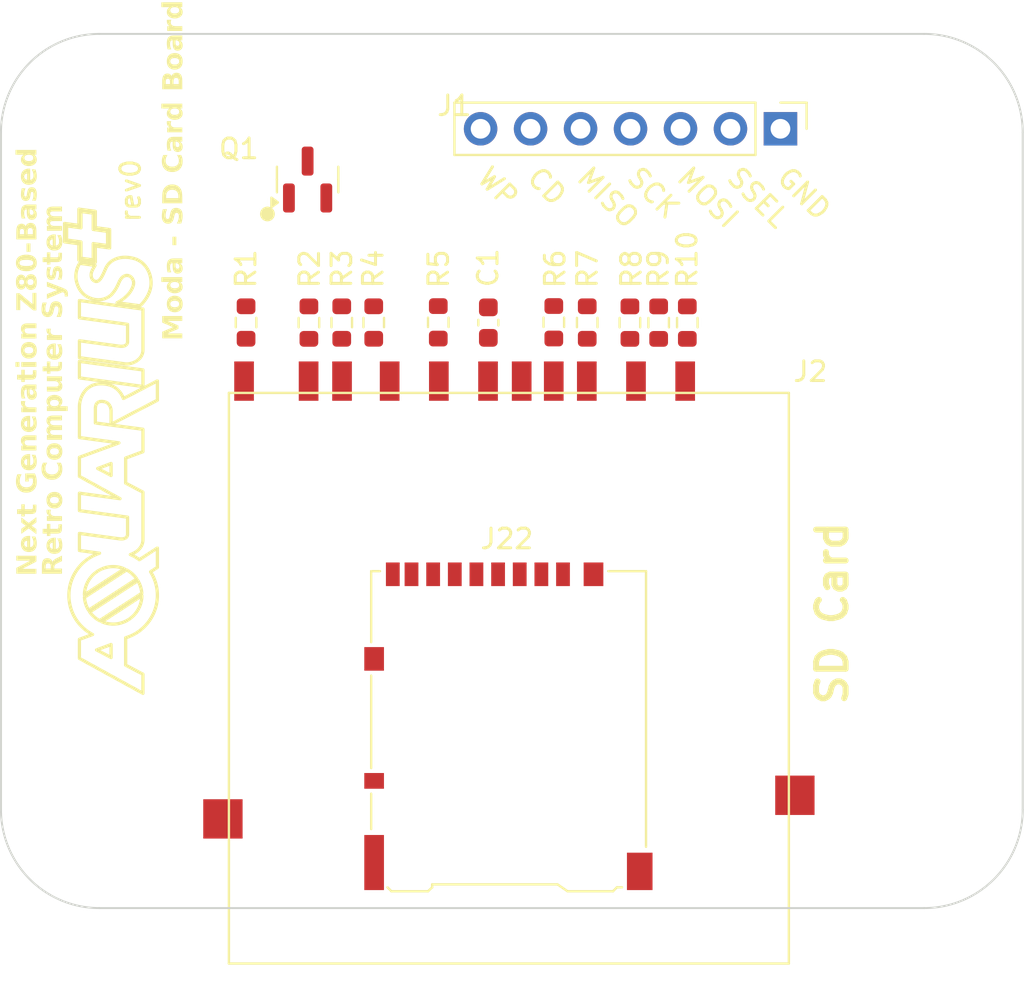
<source format=kicad_pcb>
(kicad_pcb (version 20240108) (generator "pcbnew") (generator_version "8.0")
  (title_block (date "2024-08-28") (rev "3"))
  (layers (0 "F.Cu" signal) (31 "B.Cu" signal) (34 "B.Paste" user) (35 "F.Paste" user) (36 "B.SilkS" user "B.Silkscreen") (37 "F.SilkS" user "F.Silkscreen") (38 "B.Mask" user) (39 "F.Mask" user) (44 "Edge.Cuts" user))
  (net 0 "")
  (net 1 "GND")
  (net 2 "+3V3")
  (net 3 "SD_WP#")
  (net 4 "SD_CD")
  (net 5 "SD_MISO")
  (net 6 "SD_MOSI")
  (net 7 "SD_SSEL#")
  (net 8 "SD_SCK")
  (net 9 "Net-(J9-WRITE_PROTECT)")
  (net 10 "Net-(J16-DAT0)")
  (net 11 "Net-(J16-DAT2)")
  (net 12 "Net-(J16-DAT3{slash}CD)")
  (net 13 "Net-(J16-CLK)")
  (net 14 "Net-(J16-DAT1)")
  (net 15 "Net-(J16-CMD)")
  (footprint "Connector_PinHeader_2.54mm:PinHeader_1x07_P2.54mm_Vertical" (layer "F.Cu") (at 220.53212 102.858289 -90)
    (property "Reference" "J1" (at -1.174686 17.532012 360) (layer "F.SilkS") (effects (justify left)))
    (property "Value" "Conn_01x07" (hide yes))
    (pad "1" thru_hole rect (at 0 0 270) (size 1.7 1.7) (drill 1) (layers "*.Cu" "*.Mask"))
    (pad "2" thru_hole oval (at 0 2.54 270) (size 1.7 1.7) (drill 1) (layers "*.Cu" "*.Mask"))
    (pad "3" thru_hole oval (at 0 5.08 270) (size 1.7 1.7) (drill 1) (layers "*.Cu" "*.Mask"))
    (pad "4" thru_hole oval (at 0 7.62 270) (size 1.7 1.7) (drill 1) (layers "*.Cu" "*.Mask"))
    (pad "5" thru_hole oval (at 0 10.16 270) (size 1.7 1.7) (drill 1) (layers "*.Cu" "*.Mask"))
    (pad "6" thru_hole oval (at 0 12.7 270) (size 1.7 1.7) (drill 1) (layers "*.Cu" "*.Mask"))
    (pad "7" thru_hole oval (at 0 15.24 270) (size 1.7 1.7) (drill 1) (layers "*.Cu" "*.Mask"))
  )
  (footprint "Resistor_SMD:R_0603_1608Metric" (layer "F.Cu") (at 214.3417 112.7107 -90)
    (property "Reference" "R10" (at -1.660491 -1.444396 90) (layer "F.SilkS") (effects (justify left)))
    (property "Value" "10k")
    (pad "1" smd roundrect (at -0.825 0 270) (size 0.8 0.95) (layers "F.Cu" "F.Paste" "F.Mask") (net 7 "SD_SSEL#"))
    (pad "2" smd roundrect (at 0.825 0 270) (size 0.8 0.95) (layers "F.Cu" "F.Paste" "F.Mask") (net 2 "+3V3"))
  )
  (footprint "Resistor_SMD:R_0603_1608Metric" (layer "F.Cu") (at 212.8803 112.71 -90)
    (property "Reference" "R8" (at -1.659791 -0.072165 90) (layer "F.SilkS") (effects (justify left)))
    (property "Value" "100")
    (pad "1" smd roundrect (at -0.825 0 270) (size 0.8 0.95) (layers "F.Cu" "F.Paste" "F.Mask") (net 7 "SD_SSEL#"))
    (pad "2" smd roundrect (at 0.825 0 270) (size 0.8 0.95) (layers "F.Cu" "F.Paste" "F.Mask") (net 12 "Net-(J16-DAT3{slash}CD)"))
  )
  (footprint "Connector_Card:microSD_HC_Hirose_DM3AT-SF-PEJM5" (layer "F.Cu") (at 206.705 133.225)
    (property "Reference" "J22" (at -0.075 -9.525 0) (layer "F.SilkS"))
    (property "Value" "Micro_SD_Card_Det1")
    (pad "1" smd rect (at 2.775 -7.725) (size 0.7 1.2) (layers "F.Cu" "F.Paste" "F.Mask") (net 11 "Net-(J16-DAT2)"))
    (pad "2" smd rect (at 1.675 -7.725) (size 0.7 1.2) (layers "F.Cu" "F.Paste" "F.Mask") (net 12 "Net-(J16-DAT3{slash}CD)"))
    (pad "3" smd rect (at 0.575 -7.725) (size 0.7 1.2) (layers "F.Cu" "F.Paste" "F.Mask") (net 15 "Net-(J16-CMD)"))
    (pad "4" smd rect (at -0.525 -7.725) (size 0.7 1.2) (layers "F.Cu" "F.Paste" "F.Mask") (net 2 "+3V3"))
    (pad "5" smd rect (at -1.625 -7.725) (size 0.7 1.2) (layers "F.Cu" "F.Paste" "F.Mask") (net 13 "Net-(J16-CLK)"))
    (pad "6" smd rect (at -2.725 -7.725) (size 0.7 1.2) (layers "F.Cu" "F.Paste" "F.Mask") (net 1 "GND"))
    (pad "7" smd rect (at -3.825 -7.725) (size 0.7 1.2) (layers "F.Cu" "F.Paste" "F.Mask") (net 10 "Net-(J16-DAT0)"))
    (pad "8" smd rect (at -4.925 -7.725) (size 0.7 1.2) (layers "F.Cu" "F.Paste" "F.Mask") (net 14 "Net-(J16-DAT1)"))
    (pad "9" smd rect (at -5.875 -7.725) (size 0.7 1.2) (layers "F.Cu" "F.Paste" "F.Mask") (net 4 "SD_CD"))
    (pad "10" smd rect (at -6.825 2.775) (size 1 0.8) (layers "F.Cu" "F.Paste" "F.Mask") (net 1 "GND"))
    (pad "11" smd rect (at -6.825 -3.425) (size 1 1.2) (layers "F.Cu" "F.Paste" "F.Mask"))
    (pad "11" smd rect (at -6.825 6.925) (size 1 2.8) (layers "F.Cu" "F.Paste" "F.Mask"))
    (pad "11" smd rect (at 4.325 -7.725) (size 1 1.2) (layers "F.Cu" "F.Paste" "F.Mask"))
    (pad "11" smd rect (at 6.675 7.375) (size 1.3 1.9) (layers "F.Cu" "F.Paste" "F.Mask"))
  )
  (footprint "Capacitor_SMD:C_0603_1608Metric" (layer "F.Cu") (at 205.6849 112.7089 90)
    (property "Reference" "C1" (at 1.709792 -0.016164 90) (layer "F.SilkS") (effects (justify left)))
    (property "Value" "4.7uF")
    (pad "1" smd roundrect (at -0.775 0 90) (size 0.9 0.95) (layers "F.Cu" "F.Paste" "F.Mask") (net 2 "+3V3"))
    (pad "2" smd roundrect (at 0.775 0 90) (size 0.9 0.95) (layers "F.Cu" "F.Paste" "F.Mask") (net 1 "GND"))
  )
  (footprint "MountingHole:MountingHole_3.2mm_M3" (layer "F.Cu") (at 227.88 137.5 90)
    (property "Reference" "H2" (hide yes))
    (property "Value" "MountingHole")
    (pad "" np_thru_hole circle (at 0 0 90) (size 3.2 3.2) (drill 3.2) (layers "*.Cu" "*.Mask"))
  )
  (footprint "Resistor_SMD:R_0603_1608Metric" (layer "F.Cu") (at 209.0129 112.6915 -90)
    (property "Reference" "R6" (at -1.641291 -0.065534 90) (layer "F.SilkS") (effects (justify left)))
    (property "Value" "10k")
    (pad "1" smd roundrect (at -0.825 0 270) (size 0.8 0.95) (layers "F.Cu" "F.Paste" "F.Mask") (net 6 "SD_MOSI"))
    (pad "2" smd roundrect (at 0.825 0 270) (size 0.8 0.95) (layers "F.Cu" "F.Paste" "F.Mask") (net 2 "+3V3"))
  )
  (footprint "Resistor_SMD:R_0603_1608Metric" (layer "F.Cu") (at 196.5658 112.7091 90)
    (property "Reference" "R2" (at 1.658891 0.031943 90) (layer "F.SilkS") (effects (justify left)))
    (property "Value" "10k")
    (pad "1" smd roundrect (at -0.825 0 90) (size 0.8 0.95) (layers "F.Cu" "F.Paste" "F.Mask") (net 14 "Net-(J16-DAT1)"))
    (pad "2" smd roundrect (at 0.825 0 90) (size 0.8 0.95) (layers "F.Cu" "F.Paste" "F.Mask") (net 2 "+3V3"))
  )
  (footprint "Resistor_SMD:R_0603_1608Metric" (layer "F.Cu") (at 193.371763 112.704574 90)
    (property "Reference" "R1" (at 1.654365 -0.006341 90) (layer "F.SilkS") (effects (justify left)))
    (property "Value" "10k")
    (pad "1" smd roundrect (at -0.825 0 90) (size 0.8 0.95) (layers "F.Cu" "F.Paste" "F.Mask") (net 9 "Net-(J9-WRITE_PROTECT)"))
    (pad "2" smd roundrect (at 0.825 0 90) (size 0.8 0.95) (layers "F.Cu" "F.Paste" "F.Mask") (net 2 "+3V3"))
  )
  (footprint "aquarius-plus:TF-03A" (layer "F.Cu") (at 206.73 116.2825)
    (property "Reference" "J2" (at 14.366235 -1.084639 0) (layer "F.SilkS") (effects (justify left)))
    (property "Value" "TF-03A")
    (pad "" np_thru_hole circle (at -12.5 23.65 180) (size 1.5 1.5) (drill 1.5) (layers "*.Cu" "*.Mask"))
    (pad "" np_thru_hole circle (at 11.7 23.65 180) (size 1.5 1.5) (drill 1.5) (layers "*.Cu" "*.Mask"))
    (pad "1" smd rect (at 6.46 -0.6) (size 1 2) (layers "F.Cu" "F.Paste" "F.Mask") (net 12 "Net-(J16-DAT3{slash}CD)"))
    (pad "2" smd rect (at 3.96 -0.6) (size 1 2) (layers "F.Cu" "F.Paste" "F.Mask") (net 15 "Net-(J16-CMD)"))
    (pad "3" smd rect (at 0.65 -0.6) (size 1 2) (layers "F.Cu" "F.Paste" "F.Mask") (net 1 "GND"))
    (pad "4" smd rect (at -1.06 -0.6) (size 1 2) (layers "F.Cu" "F.Paste" "F.Mask") (net 2 "+3V3"))
    (pad "5" smd rect (at -3.56 -0.6) (size 1 2) (layers "F.Cu" "F.Paste" "F.Mask") (net 13 "Net-(J16-CLK)"))
    (pad "6" smd rect (at -6.06 -0.6) (size 1 2) (layers "F.Cu" "F.Paste" "F.Mask") (net 1 "GND"))
    (pad "7" smd rect (at -8.48 -0.6) (size 1 2) (layers "F.Cu" "F.Paste" "F.Mask") (net 10 "Net-(J16-DAT0)"))
    (pad "8" smd rect (at -10.18 -0.6) (size 1 2) (layers "F.Cu" "F.Paste" "F.Mask") (net 14 "Net-(J16-DAT1)"))
    (pad "9" smd rect (at 8.96 -0.6) (size 1 2) (layers "F.Cu" "F.Paste" "F.Mask") (net 11 "Net-(J16-DAT2)"))
    (pad "10" smd roundrect (at 2.28 -0.6) (size 1 2) (layers "F.Cu" "F.Paste" "F.Mask") (roundrect_rratio 0) (net 4 "SD_CD"))
    (pad "11" smd rect (at -13.46 -0.6) (size 1 2) (layers "F.Cu" "F.Paste" "F.Mask") (net 9 "Net-(J9-WRITE_PROTECT)"))
    (pad "12" smd rect (at 14.535 20.45) (size 2 2) (layers "F.Cu" "F.Paste" "F.Mask") (net 1 "GND"))
    (pad "13" smd rect (at -14.535 21.65) (size 2 2) (layers "F.Cu" "F.Paste" "F.Mask") (net 1 "GND"))
  )
  (footprint "Resistor_SMD:R_0603_1608Metric" (layer "F.Cu") (at 203.141 112.6951 -90)
    (property "Reference" "R5" (at -1.644891 -0.016452 90) (layer "F.SilkS") (effects (justify left)))
    (property "Value" "100")
    (pad "1" smd roundrect (at -0.825 0 270) (size 0.8 0.95) (layers "F.Cu" "F.Paste" "F.Mask") (net 8 "SD_SCK"))
    (pad "2" smd roundrect (at 0.825 0 270) (size 0.8 0.95) (layers "F.Cu" "F.Paste" "F.Mask") (net 13 "Net-(J16-CLK)"))
  )
  (footprint "Resistor_SMD:R_0603_1608Metric" (layer "F.Cu") (at 210.7111 112.7051 -90)
    (property "Reference" "R7" (at -1.654891 -0.007261 90) (layer "F.SilkS") (effects (justify left)))
    (property "Value" "100")
    (pad "1" smd roundrect (at -0.825 0 270) (size 0.8 0.95) (layers "F.Cu" "F.Paste" "F.Mask") (net 6 "SD_MOSI"))
    (pad "2" smd roundrect (at 0.825 0 270) (size 0.8 0.95) (layers "F.Cu" "F.Paste" "F.Mask") (net 15 "Net-(J16-CMD)"))
  )
  (footprint "MountingHole:MountingHole_3.2mm_M3" (layer "F.Cu") (at 185.88 137.5 90)
    (property "Reference" "H1" (hide yes))
    (property "Value" "MountingHole")
    (pad "" np_thru_hole circle (at 0 0 90) (size 3.2 3.2) (drill 3.2) (layers "*.Cu" "*.Mask"))
  )
  (footprint "Resistor_SMD:R_0603_1608Metric" (layer "F.Cu") (at 199.8607 112.7042 -90)
    (property "Reference" "R4" (at -1.653991 0.030637 90) (layer "F.SilkS") (effects (justify left)))
    (property "Value" "10k")
    (pad "1" smd roundrect (at -0.825 0 270) (size 0.8 0.95) (layers "F.Cu" "F.Paste" "F.Mask") (net 5 "SD_MISO"))
    (pad "2" smd roundrect (at 0.825 0 270) (size 0.8 0.95) (layers "F.Cu" "F.Paste" "F.Mask") (net 2 "+3V3"))
  )
  (footprint "Package_TO_SOT_SMD:SOT-23" (layer "F.Cu") (at 196.5 105.4375 90)
    (property "Reference" "Q1" (at 1.5625 -2.4 180) (layer "F.SilkS") (effects (justify right)))
    (property "Value" "2N7002")
    (pad "1" smd roundrect (at -0.9375 -0.95 90) (size 1.475 0.6) (layers "F.Cu" "F.Paste" "F.Mask") (net 9 "Net-(J9-WRITE_PROTECT)"))
    (pad "2" smd roundrect (at -0.9375 0.95 90) (size 1.475 0.6) (layers "F.Cu" "F.Paste" "F.Mask") (net 1 "GND"))
    (pad "3" smd roundrect (at 0.9375 0 90) (size 1.475 0.6) (layers "F.Cu" "F.Paste" "F.Mask") (net 3 "SD_WP#"))
  )
  (footprint "Resistor_SMD:R_0603_1608Metric" (layer "F.Cu") (at 215.7983 112.71 90)
    (property "Reference" "R9" (at 1.659791 -1.473878 90) (layer "F.SilkS") (effects (justify left)))
    (property "Value" "10k")
    (pad "1" smd roundrect (at -0.825 0 90) (size 0.8 0.95) (layers "F.Cu" "F.Paste" "F.Mask") (net 11 "Net-(J16-DAT2)"))
    (pad "2" smd roundrect (at 0.825 0 90) (size 0.8 0.95) (layers "F.Cu" "F.Paste" "F.Mask") (net 2 "+3V3"))
  )
  (footprint "Resistor_SMD:R_0603_1608Metric" (layer "F.Cu") (at 198.2353 112.7066 -90)
    (property "Reference" "R3" (at -1.656391 -0.00237 90) (layer "F.SilkS") (effects (justify left)))
    (property "Value" "100")
    (pad "1" smd roundrect (at -0.825 0 270) (size 0.8 0.95) (layers "F.Cu" "F.Paste" "F.Mask") (net 5 "SD_MISO"))
    (pad "2" smd roundrect (at 0.825 0 270) (size 0.8 0.95) (layers "F.Cu" "F.Paste" "F.Mask") (net 10 "Net-(J16-DAT0)"))
  )
  (gr_poly (pts (xy 187.300319 125.270874) (xy 187.319663 125.281305) (xy 187.319706 125.281341) (xy 187.319762 125.281359) (xy 187.338929 125.292073) (xy 187.338973 125.292111) (xy 187.339029 125.29213) (xy 187.358015 125.303125) (xy 187.358057 125.303162) (xy 187.358112 125.303182) (xy 187.376915 125.314453) (xy 187.376957 125.314491) (xy 187.377012 125.314512) (xy 187.395629 125.326058) (xy 187.39567 125.326097) (xy 187.395724 125.326118) (xy 187.414153 125.337935) (xy 187.414194 125.337975) (xy 187.414248 125.337997) (xy 187.432486 125.350082) (xy 187.432527 125.350122) (xy 187.432579 125.350145) (xy 187.450624 125.362496) (xy 187.450663 125.362536) (xy 187.450716 125.36256) (xy 187.468565 125.375174) (xy 187.468602 125.375213) (xy 187.468657 125.375239) (xy 187.486307 125.388113) (xy 187.486344 125.388153) (xy 187.486397 125.388179) (xy 187.503845 125.401309) (xy 187.503882 125.401351) (xy 187.503934 125.401377) (xy 187.521179 125.41476) (xy 187.521215 125.414802) (xy 187.521267 125.414829) (xy 187.538306 125.428464) (xy 187.538343 125.428508) (xy 187.538393 125.428535) (xy 187.555221 125.442417) (xy 187.555257 125.442461) (xy 187.555307 125.442489) (xy 187.571925 125.456616) (xy 187.571959 125.456659) (xy 187.572009 125.456688) (xy 187.588413 125.471058) (xy 187.588447 125.471103) (xy 187.588496 125.471132) (xy 187.604684 125.485741) (xy 187.604717 125.485786) (xy 187.604766 125.485816) (xy 187.620733 125.500662) (xy 187.620766 125.500708) (xy 187.620813 125.500738) (xy 187.636559 125.515816) (xy 187.63659 125.515861) (xy 187.636639 125.515893) (xy 187.652161 125.531203) (xy 187.652193 125.531251) (xy 187.652239 125.531282) (xy 187.667533 125.546818) (xy 187.667564 125.546866) (xy 187.66761 125.546898) (xy 187.682675 125.562659) (xy 187.682704 125.562705) (xy 187.682751 125.562739) (xy 187.697583 125.578723) (xy 187.697612 125.57877) (xy 187.697657 125.578804) (xy 187.712254 125.595006) (xy 187.712283 125.595055) (xy 187.712327 125.595089) (xy 187.726688 125.611508) (xy 187.726716 125.611557) (xy 187.726759 125.611591) (xy 187.74088 125.628222) (xy 187.740907 125.628271) (xy 187.74095 125.628306) (xy 187.754828 125.645147) (xy 187.754854 125.645196) (xy 187.754898 125.645233) (xy 187.76853 125.662281) (xy 187.768556 125.662331) (xy 187.768598 125.662368) (xy 187.781982 125.679621) (xy 187.782006 125.67967) (xy 187.782049 125.679708) (xy 187.795183 125.697161) (xy 187.795207 125.697211) (xy 187.795249 125.69725) (xy 187.808129 125.714903) (xy 187.808153 125.714955) (xy 187.808193 125.714993) (xy 187.820819 125.73284) (xy 187.82201 125.735513) (xy 187.821983 125.735669) (xy 187.822069 125.735801) (xy 187.821501 125.738477) (xy 187.82104 125.741171) (xy 187.820911 125.741261) (xy 187.820879 125.741416) (xy 187.818785 125.74346) (xy 185.37249 127.334216) (xy 185.369772 127.335301) (xy 185.369631 127.335271) (xy 185.369507 127.335346) (xy 185.366833 127.334678) (xy 185.364157 127.334111) (xy 185.364078 127.33399) (xy 185.363938 127.333955) (xy 185.361971 127.331788) (xy 185.350951 127.313434) (xy 185.350931 127.31338) (xy 185.350896 127.31334) (xy 185.340136 127.294815) (xy 185.340117 127.294761) (xy 185.340082 127.29472) (xy 185.329584 127.276027) (xy 185.329567 127.275975) (xy 185.329531 127.275932) (xy 185.319298 127.257074) (xy 185.319281 127.25702) (xy 185.319247 127.256978) (xy 185.309281 127.237956) (xy 185.309265 127.237903) (xy 185.30923 127.237858) (xy 185.299535 127.218676) (xy 185.29952 127.218623) (xy 185.299486 127.218578) (xy 185.290064 127.199238) (xy 185.29005 127.199185) (xy 185.290016 127.199139) (xy 185.280869 127.179644) (xy 185.280855 127.179588) (xy 185.280823 127.179543) (xy 185.271955 127.159894) (xy 185.271942 127.159838) (xy 185.27191 127.159792) (xy 185.263324 127.139993) (xy 185.263311 127.139937) (xy 185.263281 127.139891) (xy 185.254979 127.119943) (xy 185.254967 127.119887) (xy 185.254937 127.11984) (xy 185.246922 127.099746) (xy 185.246911 127.099689) (xy 185.246881 127.099641) (xy 185.239156 127.079404) (xy 185.239146 127.079347) (xy 185.239117 127.079299) (xy 185.231685 127.05892) (xy 185.231676 127.058863) (xy 185.231647 127.058814) (xy 185.22451 127.038297) (xy 185.224502 127.03824) (xy 185.224474 127.038191) (xy 185.217636 127.017536) (xy 185.217628 127.017477) (xy 185.217602 127.017429) (xy 185.211064 126.996642) (xy 185.211057 126.996584) (xy 185.211031 126.996534) (xy 185.204798 126.975615) (xy 185.204792 126.975556) (xy 185.204767 126.975506) (xy 185.19884 126.954459) (xy 185.198835 126.9544) (xy 185.19881 126.954349) (xy 185.193194 126.933175) (xy 185.19319 126.933119) (xy 185.193165 126.933065) (xy 185.18786 126.911767) (xy 185.187857 126.911708) (xy 185.187833 126.911655) (xy 185.182845 126.890235) (xy 185.182843 126.890179) (xy 185.182819 126.890124) (xy 185.178148 126.868585) (xy 185.178146 126.868525) (xy 185.178125 126.868473) (xy 185.173774 126.846817) (xy 185.173773 126.846758) (xy 185.173752 126.846704) (xy 185.169725 126.824934) (xy 185.169725 126.824875) (xy 185.169705 126.824821) (xy 185.166004 126.80294) (xy 185.166005 126.80288) (xy 185.165986 126.802826) (xy 185.162615 126.780834) (xy 185.162617 126.780776) (xy 185.162598 126.78072) (xy 185.159558 126.758622) (xy 185.159561 126.758563) (xy 185.159543 126.758507) (xy 185.156839 126.736304) (xy 185.156843 126.736244) (xy 185.156826 126.736188) (xy 185.154459 126.713884) (xy 185.154464 126.713824) (xy 185.154448 126.713769) (xy 185.152421 126.691365) (xy 185.152427 126.691307) (xy 185.152411 126.691249) (xy 185.150975 126.672055) (xy 185.166017 126.672055) (xy 185.167366 126.690092) (xy 185.169385 126.712398) (xy 185.171735 126.73454) (xy 185.174426 126.756641) (xy 185.177453 126.778645) (xy 185.180794 126.800438) (xy 185.184485 126.822261) (xy 185.188486 126.843891) (xy 185.192808 126.865405) (xy 185.197477 126.886939) (xy 185.202416 126.908141) (xy 185.207718 126.929428) (xy 185.213292 126.950443) (xy 185.219174 126.971331) (xy 185.225383 126.992173) (xy 185.231902 127.012903) (xy 185.238689 127.033403) (xy 185.245801 127.053846) (xy 185.253185 127.074095) (xy 185.260884 127.094263) (xy 185.268839 127.114208) (xy 185.277086 127.134025) (xy 185.285657 127.153791) (xy 185.294471 127.17332) (xy 185.303589 127.192754) (xy 185.312955 127.211978) (xy 185.322594 127.231046) (xy 185.332516 127.249982) (xy 185.342704 127.268759) (xy 185.353142 127.287343) (xy 185.363811 127.305712) (xy 185.370829 127.317401) (xy 187.804068 125.735135) (xy 187.795976 125.723697) (xy 187.783162 125.706134) (xy 187.770063 125.688728) (xy 187.756796 125.671627) (xy 187.743182 125.654601) (xy 187.729374 125.637846) (xy 187.715373 125.621356) (xy 187.701095 125.60503) (xy 187.686549 125.588884) (xy 187.671755 125.572943) (xy 187.656791 125.557288) (xy 187.641618 125.541875) (xy 187.626105 125.526573) (xy 187.610461 125.511593) (xy 187.594588 125.496836) (xy 187.578494 125.482312) (xy 187.562147 125.467992) (xy 187.545625 125.453946) (xy 187.528902 125.440151) (xy 187.511924 125.426564) (xy 187.494813 125.413285) (xy 187.477404 125.400185) (xy 187.459847 125.387381) (xy 187.442106 125.374842) (xy 187.424139 125.362545) (xy 187.405996 125.350523) (xy 187.387679 125.338779) (xy 187.369147 125.327285) (xy 187.3504 125.316048) (xy 187.331593 125.305157) (xy 187.312475 125.29447) (xy 187.297116 125.286188) (xy 185.166017 126.672055) (xy 185.150975 126.672055) (xy 185.150728 126.668747) (xy 185.151083 126.665843) (xy 185.151797 126.665012) (xy 185.152024 126.663944) (xy 185.154118 126.661901) (xy 187.29267 125.271187) (xy 187.295388 125.270101) (xy 187.296467 125.270329) (xy 187.297522 125.270014)) (stroke (width 0.15)) (fill none) (layer "F.SilkS"))
  (gr_poly (pts (xy 188.07733 126.580127) (xy 188.079606 126.580212) (xy 188.080065 126.580707) (xy 188.080726 126.580847) (xy 188.081964 126.582751) (xy 188.083512 126.584418) (xy 188.083664 126.585366) (xy 188.083855 126.585659) (xy 188.083773 126.586043) (xy 188.083977 126.587307) (xy 188.081226 126.661623) (xy 188.081181 126.66181) (xy 188.081202 126.662) (xy 188.074781 126.735338) (xy 188.074727 126.73552) (xy 188.074739 126.735712) (xy 188.064736 126.807981) (xy 188.064674 126.808158) (xy 188.064676 126.808351) (xy 188.051183 126.87946) (xy 188.051111 126.879636) (xy 188.051104 126.879825) (xy 188.03421 126.949683) (xy 188.034131 126.949853) (xy 188.034114 126.950042) (xy 188.013911 127.018559) (xy 188.013824 127.018724) (xy 188.013798 127.01891) (xy 187.990376 127.085996) (xy 187.99028 127.086157) (xy 187.990246 127.08634) (xy 187.963695 127.151904) (xy 187.963593 127.152058) (xy 187.96355 127.152238) (xy 187.93396 127.21619) (xy 187.93385 127.21634) (xy 187.933799 127.216516) (xy 187.901261 127.278764) (xy 187.901145 127.278907) (xy 187.901086 127.279079) (xy 187.86569 127.339534) (xy 187.86557 127.339668) (xy 187.865502 127.33984) (xy 187.827338 127.398411) (xy 187.827211 127.39854) (xy 187.827136 127.398706) (xy 187.786295 127.455303) (xy 187.786163 127.455425) (xy 187.78608 127.455587) (xy 187.742653 127.510117) (xy 187.742515 127.510233) (xy 187.742425 127.51039) (xy 187.696501 127.562766) (xy 187.696358 127.562875) (xy 187.696262 127.563026) (xy 187.647932 127.613156) (xy 187.647785 127.613257) (xy 187.64768 127.613406) (xy 187.597035 127.661199) (xy 187.596883 127.661294) (xy 187.596772 127.661436) (xy 187.543902 127.706802) (xy 187.543745 127.70689) (xy 187.543627 127.707027) (xy 187.488622 127.749875) (xy 187.48846 127.749956) (xy 187.488336 127.750087) (xy 187.431287 127.790326) (xy 187.431121 127.790399) (xy 187.43099 127.790525) (xy 187.371987 127.828066) (xy 187.371816 127.828131) (xy 187.37168 127.828251) (xy 187.310813 127.863002) (xy 187.310637 127.86306) (xy 187.310495 127.863173) (xy 187.247856 127.895044) (xy 187.247679 127.895093) (xy 187.247529 127.895201) (xy 187.183207 127.924102) (xy 187.183026 127.924143) (xy 187.18287 127.924244) (xy 187.116955 127.950084) (xy 187.11677 127.950117) (xy 187.11661 127.950209) (xy 187.049194 127.972897) (xy 187.049009 127.97292) (xy 187.048841 127.973007) (xy 186.980013 127.992452) (xy 186.979827 127.992466) (xy 186.979653 127.992545) (xy 186.909504 128.008659) (xy 186.909313 128.008664) (xy 186.909138 128.008733) (xy 186.837758 128.021423) (xy 186.837568 128.021419) (xy 186.837386 128.02148) (xy 186.764866 128.030657) (xy 186.764675 128.030643) (xy 186.764491 128.030695) (xy 186.69092 128.036267) (xy 186.690729 128.036243) (xy 186.690543 128.036286) (xy 186.616014 128.038164) (xy 186.615894 128.038143) (xy 186.615776 128.038166) (xy 186.596612 128.038041) (xy 186.596564 128.038031) (xy 186.596516 128.03804) (xy 186.577411 128.037669) (xy 186.577361 128.037658) (xy 186.577314 128.037666) (xy 186.55827 128.037048) (xy 186.558221 128.037036) (xy 186.558173 128.037044) (xy 186.539191 128.036182) (xy 186.539143 128.03617) (xy 186.539094 128.036177) (xy 186.520175 128.035073) (xy 186.520127 128.03506) (xy 186.520078 128.035067) (xy 186.501224 128.033721) (xy 186.501175 128.033707) (xy 186.501128 128.033713) (xy 186.48234 128.032128) (xy 186.482294 128.032114) (xy 186.482244 128.03212) (xy 186.463523 128.030297) (xy 186.463475 128.030282) (xy 186.463427 128.030287) (xy 186.444776 128.028228) (xy 186.444727 128.028212) (xy 186.44468 128.028216) (xy 186.4261 128.025922) (xy 186.426054 128.025906) (xy 186.426005 128.02591) (xy 186.407497 128.023383) (xy 186.407449 128.023366) (xy 186.407402 128.023369) (xy 186.388968 128.02061) (xy 186.388924 128.020594) (xy 186.388873 128.020596) (xy 186.370514 128.017607) (xy 186.370468 128.017589) (xy 186.370419 128.017591) (xy 186.352136 128.014374) (xy 186.352088 128.014355) (xy 186.352041 128.014356) (xy 186.333837 128.010911) (xy 186.333792 128.010893) (xy 186.333744 128.010893) (xy 186.31562 128.007224) (xy 186.315574 128.007204) (xy 186.315526 128.007204) (xy 186.297482 128.003311) (xy 186.297439 128.003292) (xy 186.297389 128.003291) (xy 186.279428 127.999176) (xy 186.279383 127.999156) (xy 186.279335 127.999154) (xy 186.261459 127.994818) (xy 186.261415 127.994797) (xy 186.261367 127.994795) (xy 186.243575 127.99024) (xy 186.243531 127.990219) (xy 186.243483 127.990216) (xy 186.225779 127.985444) (xy 186.225733 127.985421) (xy 186.225688 127.985418) (xy 186.208073 127.98043) (xy 186.20803 127.980408) (xy 186.207982 127.980404) (xy 186.190456 127.975202) (xy 186.190412 127.975178) (xy 186.190365 127.975174) (xy 186.172932 127.969761) (xy 186.172888 127.969737) (xy 186.172842 127.969732) (xy 186.155501 127.964106) (xy 186.155458 127.964082) (xy 186.155411 127.964076) (xy 186.138164 127.958241) (xy 186.138124 127.958218) (xy 186.138075 127.958211) (xy 186.120925 127.952168) (xy 186.120883 127.952143) (xy 186.120837 127.952136) (xy 186.103783 127.945887) (xy 186.103741 127.945861) (xy 186.103696 127.945854) (xy 186.086742 127.9394) (xy 186.086703 127.939375) (xy 186.086655 127.939367) (xy 186.069801 127.93271) (xy 186.06976 127.932683) (xy 186.069715 127.932675) (xy 186.052961 127.925816) (xy 186.052921 127.925789) (xy 186.052875 127.92578) (xy 186.036228 127.918722) (xy 186.035282 127.918078) (xy 186.034911 127.918) (xy 186.034708 127.917688) (xy 186.033808 127.917076) (xy 186.03298 127.915031) (xy 186.031782 127.913188) (xy 186.031937 127.912453) (xy 186.031655 127.911755) (xy 186.032222 127.910417) (xy 186.055066 127.910417) (xy 186.058645 127.911934) (xy 186.075353 127.918774) (xy 186.092165 127.925415) (xy 186.108945 127.931803) (xy 186.125952 127.938035) (xy 186.143043 127.944057) (xy 186.160208 127.949863) (xy 186.177417 127.955446) (xy 186.194793 127.960842) (xy 186.212232 127.966018) (xy 186.229683 127.97096) (xy 186.247353 127.975723) (xy 186.265036 127.980249) (xy 186.282819 127.984563) (xy 186.300739 127.988669) (xy 186.318617 127.992526) (xy 186.336689 127.996184) (xy 186.354735 127.9996) (xy 186.354736 127.9996) (xy 186.372978 128.002809) (xy 186.391223 128.005781) (xy 186.409543 128.008523) (xy 186.428022 128.011046) (xy 186.446421 128.013318) (xy 186.446422 128.013318) (xy 186.465022 128.015371) (xy 186.483697 128.01719) (xy 186.502306 128.01876) (xy 186.521119 128.020103) (xy 186.539922 128.0212) (xy 186.55879 128.022057) (xy 186.577714 128.022671) (xy 186.596778 128.023041) (xy 186.615747 128.023165) (xy 186.689975 128.021294) (xy 186.763169 128.015751) (xy 186.835328 128.00662) (xy 186.906318 127.993999) (xy 186.97613 127.977962) (xy 187.044581 127.958623) (xy 187.111641 127.936055) (xy 187.177231 127.910342) (xy 187.241215 127.881593) (xy 187.303539 127.849882) (xy 187.364075 127.81532) (xy 187.422786 127.777965) (xy 187.479543 127.737932) (xy 187.534257 127.695311) (xy 187.586873 127.650164) (xy 187.637263 127.602611) (xy 187.685339 127.552742) (xy 187.731022 127.500642) (xy 187.774231 127.446386) (xy 187.814871 127.390067) (xy 187.852841 127.331793) (xy 187.88805 127.271656) (xy 187.920422 127.209727) (xy 187.949861 127.1461) (xy 187.976275 127.080874) (xy 187.999574 127.014141) (xy 188.019673 126.945976) (xy 188.036478 126.876485) (xy 188.049902 126.805745) (xy 188.059855 126.733837) (xy 188.066242 126.660889) (xy 188.068452 126.601197) (xy 186.055066 127.910417) (xy 186.032222 127.910417) (xy 186.032516 127.909724) (xy 186.032972 127.907573) (xy 186.03375 127.906813) (xy 186.033896 127.90647) (xy 186.034247 127.906327) (xy 186.035066 127.905529) (xy 188.072393 126.580743) (xy 188.073579 126.580268) (xy 188.07387 126.579999) (xy 188.074221 126.580012) (xy 188.07511 126.579657)) (stroke (width 0.15)) (fill none) (layer "F.SilkS"))
  (gr_circle (center 194.457977 107.186188) (end 194.757977 107.186188) (stroke (width 0.15)) (fill solid) (layer "F.SilkS"))
  (gr_poly (pts (xy 188.865854 115.663329) (xy 188.867654 115.663329) (xy 188.868485 115.66416) (xy 188.869608 115.664515) (xy 188.870439 115.666114) (xy 188.871713 115.667388) (xy 188.872091 115.669292) (xy 188.872256 115.669608) (xy 188.872193 115.669804) (xy 188.872284 115.670258) (xy 188.872284 116.652627) (xy 188.871713 116.655497) (xy 188.870876 116.656333) (xy 188.870519 116.657459) (xy 188.868234 116.659287) (xy 188.853982 116.666669) (xy 188.85398 116.666671) (xy 186.514924 117.882618) (xy 186.514479 117.882747) (xy 186.514335 117.882892) (xy 186.513982 117.882892) (xy 186.512114 117.883435) (xy 186.510396 117.882892) (xy 186.508595 117.882892) (xy 186.507762 117.882059) (xy 186.506641 117.881705) (xy 186.50581 117.880107) (xy 186.504536 117.878833) (xy 186.504156 117.876927) (xy 186.503993 117.876612) (xy 186.504055 117.876415) (xy 186.503965 117.875963) (xy 186.503965 117.194875) (xy 186.503812 117.187545) (xy 186.503006 117.172224) (xy 186.501009 117.150054) (xy 186.497282 117.122084) (xy 186.494608 117.10629) (xy 186.491307 117.089486) (xy 186.4873 117.071731) (xy 186.482524 117.053196) (xy 186.476938 117.034095) (xy 186.470435 117.014429) (xy 186.462984 116.994439) (xy 186.454501 116.974203) (xy 186.444929 116.953882) (xy 186.434207 116.933615) (xy 186.422264 116.913519) (xy 186.40904 116.893733) (xy 186.394466 116.874386) (xy 186.378476 116.855607) (xy 186.361002 116.837525) (xy 186.34198 116.820274) (xy 186.321345 116.803984) (xy 186.299013 116.788773) (xy 186.274932 116.774785) (xy 186.248995 116.762132) (xy 186.221178 116.750968) (xy 186.191352 116.741404) (xy 186.159469 116.733585) (xy 186.125392 116.727638) (xy 186.100597 116.724549) (xy 186.07645 116.722366) (xy 186.053139 116.721108) (xy 186.030598 116.720765) (xy 186.008866 116.721335) (xy 185.98793 116.722814) (xy 185.967784 116.725201) (xy 185.948458 116.728488) (xy 185.929919 116.732677) (xy 185.912223 116.737752) (xy 185.895325 116.74372) (xy 185.879242 116.750573) (xy 185.863964 116.758311) (xy 185.849499 116.766929) (xy 185.835844 116.776428) (xy 185.822998 116.786806) (xy 185.810758 116.798237) (xy 185.799291 116.810608) (xy 185.788604 116.823907) (xy 185.778671 116.83817) (xy 185.769521 116.853364) (xy 185.76114 116.869509) (xy 185.753537 116.886601) (xy 185.74672 116.904627) (xy 185.740679 116.923629) (xy 185.735434 116.943559) (xy 185.730986 116.964422) (xy 185.727337 116.986227) (xy 185.72449 117.008979) (xy 185.722457 117.032616) (xy 185.72123 117.057234) (xy 185.720822 117.082787) (xy 185.720822 117.802627) (xy 188.130829 118.122776) (xy 188.132314 118.123282) (xy 188.132711 118.123282) (xy 188.132916 118.123487) (xy 188.133599 118.12372) (xy 188.135067 118.125638) (xy 188.13677 118.127341) (xy 188.13691 118.128045) (xy 188.137088 118.128278) (xy 188.137035 118.128674) (xy 188.137341 118.130211) (xy 188.137341 119.267764) (xy 188.137303 119.26795) (xy 188.137336 119.268036) (xy 188.137249 119.268225) (xy 188.13677 119.270634) (xy 188.135622 119.271781) (xy 188.134948 119.273256) (xy 188.132857 119.274546) (xy 188.132711 119.274693) (xy 188.13262 119.274693) (xy 188.132458 119.274793) (xy 187.259824 119.599648) (xy 187.259824 120.862148) (xy 188.133322 121.31991) (xy 188.135599 121.321748) (xy 188.135945 121.322858) (xy 188.13677 121.323683) (xy 188.137341 121.326553) (xy 188.137341 123.736329) (xy 188.13732 123.73643) (xy 188.137338 123.736532) (xy 188.136231 123.777368) (xy 188.136185 123.77757) (xy 188.136209 123.777778) (xy 188.132953 123.817418) (xy 188.132894 123.817622) (xy 188.132907 123.817831) (xy 188.127594 123.856283) (xy 188.127525 123.856481) (xy 188.127526 123.856692) (xy 188.12025 123.893966) (xy 188.120169 123.894161) (xy 188.120159 123.894371) (xy 188.111013 123.930475) (xy 188.110923 123.930663) (xy 188.110901 123.930871) (xy 188.099978 123.965817) (xy 188.099879 123.965996) (xy 188.099847 123.9662) (xy 188.08724 123.999997) (xy 188.087133 124.000168) (xy 188.087091 124.000366) (xy 188.072895 124.033024) (xy 188.072782 124.033185) (xy 188.072731 124.033376) (xy 188.057038 124.064905) (xy 188.056922 124.065054) (xy 188.056862 124.065239) (xy 188.039765 124.095647) (xy 188.039643 124.095789) (xy 188.039578 124.09596) (xy 188.021172 124.12526) (xy 188.021048 124.12539) (xy 188.020977 124.125554) (xy 188.001354 124.153753) (xy 188.001229 124.153872) (xy 188.001154 124.154027) (xy 187.980407 124.181135) (xy 187.980282 124.181244) (xy 187.980203 124.18139) (xy 187.958427 124.207417) (xy 187.958303 124.207516) (xy 187.958222 124.207652) (xy 187.935508 124.232608) (xy 187.935385 124.232698) (xy 187.935302 124.232825) (xy 187.911746 124.25672) (xy 187.911625 124.256801) (xy 187.911541 124.25692) (xy 187.887234 124.279764) (xy 187.887117 124.279836) (xy 187.887032 124.279948) (xy 187.862068 124.301749) (xy 187.861953 124.301814) (xy 187.861868 124.301918) (xy 187.836341 124.322688) (xy 187.836228 124.322747) (xy 187.836145 124.322842) (xy 187.810149 124.342589) (xy 187.810038 124.342643) (xy 187.809955 124.342731) (xy 187.783581 124.361466) (xy 187.783476 124.361512) (xy 187.783392 124.361597) (xy 187.756736 124.379329) (xy 187.75663 124.379372) (xy 187.75655 124.379448) (xy 187.729703 124.396187) (xy 187.729601 124.396225) (xy 187.729521 124.396297) (xy 187.702578 124.412053) (xy 187.70248 124.412086) (xy 187.702399 124.412155) (xy 187.675452 124.426937) (xy 187.675354 124.426967) (xy 187.675276 124.42703) (xy 187.64842 124.440848) (xy 187.648325 124.440875) (xy 187.648247 124.440934) (xy 187.621573 124.453798) (xy 187.62148 124.453821) (xy 187.621402 124.453878) (xy 187.595006 124.465798) (xy 187.594914 124.465819) (xy 187.594835 124.465873) (xy 187.568808 124.476858) (xy 187.568715 124.476876) (xy 187.568638 124.476927) (xy 187.543076 124.486987) (xy 187.542984 124.487003) (xy 187.542905 124.487052) (xy 187.517898 124.496197) (xy 187.517803 124.496211) (xy 187.517725 124.496257) (xy 187.511928 124.498218) (xy 187.524297 124.503611) (xy 187.524319 124.503626) (xy 187.524347 124.503633) (xy 187.539438 124.510347) (xy 187.539459 124.510362) (xy 187.539488 124.510369) (xy 187.554526 124.517192) (xy 187.554548 124.517208) (xy 187.554577 124.517215) (xy 187.569564 124.524147) (xy 187.569585 124.524163) (xy 187.569614 124.52417) (xy 187.584547 124.531212) (xy 187.58457 124.531229) (xy 187.584596 124.531236) (xy 187.599477 124.538387) (xy 187.599499 124.538403) (xy 187.599527 124.538411) (xy 187.614353 124.54567) (xy 187.614376 124.545687) (xy 187.614403 124.545695) (xy 187.629176 124.553064) (xy 187.629196 124.55308) (xy 187.629225 124.553088) (xy 187.643942 124.560564) (xy 187.643965 124.560582) (xy 187.643991 124.56059) (xy 187.658653 124.568175) (xy 187.658673 124.568191) (xy 187.658702 124.5682) (xy 187.673307 124.575892) (xy 187.673329 124.57591) (xy 187.673355 124.575918) (xy 187.687905 124.583717) (xy 187.687926 124.583734) (xy 187.687953 124.583743) (xy 187.702445 124.591649) (xy 187.702467 124.591667) (xy 187.702493 124.591676) (xy 187.716927 124.599689) (xy 187.716948 124.599707) (xy 187.716975 124.599716) (xy 187.73135 124.607834) (xy 187.731372 124.607853) (xy 187.731398 124.607862) (xy 187.745715 124.616088) (xy 187.745736 124.616106) (xy 187.745763 124.616116) (xy 187.76002 124.624447) (xy 187.760039 124.624464) (xy 187.760067 124.624474) (xy 187.774265 124.63291) (xy 187.774286 124.632929) (xy 187.774313 124.632939) (xy 187.788449 124.641481) (xy 187.788469 124.641499) (xy 187.788495 124.641509) (xy 187.802571 124.650155) (xy 187.802591 124.650173) (xy 187.802618 124.650184) (xy 187.816633 124.658936) (xy 187.816653 124.658955) (xy 187.816679 124.658965) (xy 187.830631 124.667821) (xy 187.830651 124.66784) (xy 187.830676 124.66785) (xy 187.844566 124.67681) (xy 187.844585 124.676828) (xy 187.844611 124.676839) (xy 187.858437 124.685901) (xy 187.858457 124.685921) (xy 187.858484 124.685932) (xy 187.872245 124.695098) (xy 187.872264 124.695117) (xy 187.87229 124.695128) (xy 187.885988 124.704397) (xy 187.886008 124.704418) (xy 187.886034 124.704429) (xy 187.899666 124.713801) (xy 187.899685 124.71382) (xy 187.899711 124.713832) (xy 187.913277 124.723306) (xy 187.913296 124.723326) (xy 187.913322 124.723338) (xy 187.926822 124.732913) (xy 187.926841 124.732933) (xy 187.926867 124.732945) (xy 187.9403 124.742622) (xy 187.940319 124.742642) (xy 187.940346 124.742655) (xy 187.949535 124.749378) (xy 188.860696 124.15694) (xy 188.861657 124.156555) (xy 188.861914 124.156299) (xy 188.8623 124.156299) (xy 188.863413 124.155854) (xy 188.865511 124.156299) (xy 188.867654 124.156299) (xy 188.86823 124.156875) (xy 188.869029 124.157045) (xy 188.870198 124.158843) (xy 188.871713 124.160358) (xy 188.871946 124.161531) (xy 188.872158 124.161857) (xy 188.872082 124.162214) (xy 188.872284 124.163228) (xy 188.872284 125.149085) (xy 188.871713 125.151955) (xy 188.871136 125.152531) (xy 188.870967 125.15333) (xy 188.868872 125.155373) (xy 188.530074 125.375603) (xy 188.547077 125.403133) (xy 188.5471 125.403196) (xy 188.547145 125.403246) (xy 188.567373 125.437324) (xy 188.567395 125.437387) (xy 188.567439 125.437438) (xy 188.587036 125.47182) (xy 188.587057 125.471884) (xy 188.5871 125.471935) (xy 188.606066 125.506612) (xy 188.606086 125.506676) (xy 188.606128 125.506728) (xy 188.62446 125.541694) (xy 188.624478 125.541757) (xy 188.624521 125.541812) (xy 188.642217 125.577059) (xy 188.642234 125.577123) (xy 188.642275 125.577177) (xy 188.659333 125.612695) (xy 188.659349 125.612761) (xy 188.659389 125.612815) (xy 188.675805 125.648599) (xy 188.67582 125.648663) (xy 188.675859 125.648719) (xy 188.691633 125.684759) (xy 188.691647 125.684823) (xy 188.691685 125.68488) (xy 188.706813 125.72117) (xy 188.706826 125.721237) (xy 188.706862 125.721292) (xy 188.721343 125.757823) (xy 188.721354 125.757887) (xy 188.721391 125.757946) (xy 188.735222 125.79471) (xy 188.735233 125.794777) (xy 188.735267 125.794834) (xy 188.748445 125.831823) (xy 188.748454 125.831888) (xy 188.748488 125.831947) (xy 188.761012 125.869155) (xy 188.76102 125.869222) (xy 188.761053 125.869281) (xy 188.77292 125.906698) (xy 188.772927 125.906764) (xy 188.772959 125.906824) (xy 188.784167 125.944442) (xy 188.784173 125.94451) (xy 188.784203 125.944569) (xy 188.794749 125.982382) (xy 188.794753 125.982446) (xy 188.794784 125.982509) (xy 188.804666 126.020509) (xy 188.804669 126.020573) (xy 188.804699 126.020637) (xy 188.813915 126.058815) (xy 188.813917 126.058883) (xy 188.813944 126.058943) (xy 188.822493 126.097292) (xy 188.822494 126.097358) (xy 188.822521 126.097421) (xy 188.830398 126.135933) (xy 188.830398 126.136) (xy 188.830423 126.136062) (xy 188.837628 126.174729) (xy 188.837627 126.174795) (xy 188.837651 126.174858) (xy 188.84418 126.213672) (xy 188.844178 126.213738) (xy 188.844201 126.213802) (xy 188.850053 126.252755) (xy 188.850049 126.252822) (xy 188.850071 126.252885) (xy 188.855243 126.291969) (xy 188.855238 126.292036) (xy 188.855259 126.2921) (xy 188.859749 126.331307) (xy 188.859743 126.331374) (xy 188.859763 126.331439) (xy 188.863568 126.370763) (xy 188.863561 126.370828) (xy 188.86358 126.370894) (xy 188.866699 126.410325) (xy 188.866691 126.410392) (xy 188.866708 126.410457) (xy 188.869138 126.449989) (xy 188.869129 126.450054) (xy 188.869145 126.45012) (xy 188.870883 126.489744) (xy 188.870872 126.489812) (xy 188.870887 126.489876) (xy 188.871932 126.529584) (xy 188.871921 126.529647) (xy 188.871935 126.529715) (xy 188.872284 126.569502) (xy 188.872262 126.569614) (xy 188.872282 126.569723) (xy 188.870354 126.662464) (xy 188.870319 126.662618) (xy 188.870341 126.662775) (xy 188.864602 126.754789) (xy 188.864562 126.754939) (xy 188.864577 126.755098) (xy 188.855097 126.846293) (xy 188.85505 126.846442) (xy 188.855059 126.846599) (xy 188.841905 126.936885) (xy 188.841852 126.937033) (xy 188.841854 126.937188) (xy 188.825095 127.026474) (xy 188.825037 127.026616) (xy 188.825033 127.026772) (xy 188.804737 127.114968) (xy 188.804673 127.115108) (xy 188.804663 127.115262) (xy 188.780898 127.202276) (xy 188.780829 127.202412) (xy 188.780813 127.202565) (xy 188.753648 127.288308) (xy 188.753574 127.28844) (xy 188.753552 127.288592) (xy 188.723055 127.372971) (xy 188.722976 127.3731) (xy 188.722948 127.37325) (xy 188.689189 127.456177) (xy 188.689106 127.456301) (xy 188.689072 127.45645) (xy 188.652117 127.537832) (xy 188.652028 127.537954) (xy 188.651989 127.538099) (xy 188.611908 127.617846) (xy 188.611816 127.617962) (xy 188.611771 127.618107) (xy 188.568632 127.696129) (xy 188.568534 127.696244) (xy 188.568484 127.696384) (xy 188.522355 127.77259) (xy 188.522254 127.7727) (xy 188.522198 127.772838) (xy 188.473147 127.847138) (xy 188.473043 127.847242) (xy 188.472981 127.84738) (xy 188.421078 127.919682) (xy 188.420968 127.919784) (xy 188.420902 127.919917) (xy 188.366214 127.99013) (xy 188.366099 127.990228) (xy 188.366029 127.990357) (xy 188.308625 128.058393) (xy 188.308508 128.058486) (xy 188.308431 128.058614) (xy 188.248379 128.124379) (xy 188.24826 128.124466) (xy 188.248177 128.124593) (xy 188.185545 128.187998) (xy 188.18542 128.188082) (xy 188.185333 128.188204) (xy 188.12019 128.249157) (xy 188.120062 128.249236) (xy 188.11997 128.249355) (xy 188.052385 128.307768) (xy 188.052255 128.307841) (xy 188.052157 128.307958) (xy 187.982197 128.363739) (xy 187.982061 128.363808) (xy 187.981959 128.363921) (xy 187.909695 128.416978) (xy 187.909558 128.417041) (xy 187.90945 128.417151) (xy 187.834946 128.467395) (xy 187.834806 128.467453) (xy 187.834693 128.467559) (xy 187.75802 128.514899) (xy 187.757875 128.514952) (xy 187.757759 128.515053) (xy 187.678986 128.559398) (xy 187.678839 128.559445) (xy 187.678718 128.559542) (xy 187.597913 128.600801) (xy 187.597761 128.600843) (xy 187.597637 128.600934) (xy 187.514867 128.639017) (xy 187.514714 128.639053) (xy 187.514584 128.63914) (xy 187.429919 128.673956) (xy 187.429764 128.673986) (xy 187.42963 128.674068) (xy 187.343139 128.705526) (xy 187.342981 128.70555) (xy 187.342844 128.705626) (xy 187.259824 128.731977) (xy 187.259824 130.113702) (xy 188.133322 130.57149) (xy 188.135599 130.573328) (xy 188.135945 130.574438) (xy 188.13677 130.575263) (xy 188.137341 130.578133) (xy 188.137341 131.550219) (xy 188.137225 131.550801) (xy 188.137295 131.551043) (xy 188.13711 131.551379) (xy 188.13677 131.553089) (xy 188.135436 131.554422) (xy 188.134529 131.556073) (xy 188.133482 131.556376) (xy 188.132711 131.557148) (xy 188.130825 131.557148) (xy 188.129016 131.557673) (xy 188.127357 131.557148) (xy 188.126971 131.557148) (xy 188.126792 131.556969) (xy 188.126226 131.55679) (xy 184.898311 129.781421) (xy 184.896071 129.779537) (xy 184.895767 129.77849) (xy 184.894996 129.777719) (xy 184.894425 129.774849) (xy 184.894425 128.805864) (xy 184.894468 128.805643) (xy 184.894432 128.805543) (xy 184.894531 128.805329) (xy 184.894996 128.802994) (xy 184.896159 128.80183) (xy 184.896854 128.800338) (xy 184.898888 128.799101) (xy 184.899055 128.798935) (xy 184.899162 128.798935) (xy 184.899355 128.798818) (xy 185.553426 128.560201) (xy 185.499005 128.530487) (xy 185.498903 128.530402) (xy 185.498783 128.53036) (xy 185.431508 128.4906) (xy 185.43141 128.490512) (xy 185.431291 128.490466) (xy 185.365748 128.448656) (xy 185.365654 128.448566) (xy 185.365535 128.448515) (xy 185.301757 128.404706) (xy 185.301667 128.404614) (xy 185.301548 128.404558) (xy 185.239567 128.358802) (xy 185.239479 128.358706) (xy 185.239364 128.358647) (xy 185.179211 128.310997) (xy 185.179126 128.310897) (xy 185.179014 128.310835) (xy 185.120721 128.26134) (xy 185.120641 128.261239) (xy 185.120529 128.261172) (xy 185.064128 128.209885) (xy 185.064049 128.209779) (xy 185.063943 128.20971) (xy 185.009468 128.156682) (xy 185.009394 128.156575) (xy 185.009288 128.156501) (xy 184.95677 128.101783) (xy 184.956701 128.101674) (xy 184.956597 128.101597) (xy 184.906067 128.045242) (xy 184.906 128.04513) (xy 184.905901 128.04505) (xy 184.857392 127.987107) (xy 184.85733 127.986995) (xy 184.857232 127.98691) (xy 184.810777 127.927433) (xy 184.810718 127.927317) (xy 184.810624 127.92723) (xy 184.766254 127.86627) (xy 184.766198 127.86615) (xy 184.766108 127.866061) (xy 184.723856 127.803668) (xy 184.723806 127.80355) (xy 184.723717 127.803456) (xy 184.683615 127.739682) (xy 184.683569 127.739562) (xy 184.683483 127.739465) (xy 184.645562 127.674363) (xy 184.645519 127.67424) (xy 184.645438 127.674141) (xy 184.60973 127.607761) (xy 184.609691 127.607636) (xy 184.609613 127.607534) (xy 184.576152 127.539929) (xy 184.576118 127.539804) (xy 184.576043 127.539699) (xy 184.54486 127.470919) (xy 184.54483 127.470792) (xy 184.544759 127.470685) (xy 184.515886 127.400781) (xy 184.51586 127.400653) (xy 184.515793 127.400544) (xy 184.489262 127.329568) (xy 184.489241 127.329441) (xy 184.489176 127.329327) (xy 184.465021 127.257333) (xy 184.465004 127.257204) (xy 184.464944 127.25709) (xy 184.443194 127.184124) (xy 184.443181 127.183995) (xy 184.443125 127.183878) (xy 184.423813 127.109997) (xy 184.423805 127.109868) (xy 184.423752 127.109748) (xy 184.406912 127.035) (xy 184.406908 127.03487) (xy 184.40686 127.03475) (xy 184.392522 126.959188) (xy 184.392523 126.959057) (xy 184.392479 126.958936) (xy 184.380676 126.882612) (xy 184.380681 126.882483) (xy 184.380641 126.882359) (xy 184.371405 126.805322) (xy 184.371415 126.805191) (xy 184.371379 126.805067) (xy 184.364742 126.727371) (xy 184.364756 126.72724) (xy 184.364725 126.727116) (xy 184.360719 126.648811) (xy 184.360737 126.648682) (xy 184.36071 126.648555) (xy 184.359368 126.569695) (xy 184.359391 126.569563) (xy 184.374368 126.569563) (xy 184.375705 126.648181) (xy 184.379697 126.726211) (xy 184.386313 126.803658) (xy 184.39552 126.88045) (xy 184.407281 126.956506) (xy 184.421568 127.031804) (xy 184.438362 127.106345) (xy 184.457608 127.179975) (xy 184.479288 127.252701) (xy 184.503355 127.324432) (xy 184.529796 127.395167) (xy 184.55857 127.464832) (xy 184.589652 127.533388) (xy 184.623004 127.600774) (xy 184.658583 127.666915) (xy 184.696389 127.731818) (xy 184.736346 127.795362) (xy 184.778455 127.857543) (xy 184.822665 127.918283) (xy 184.868985 127.977588) (xy 184.917316 128.035319) (xy 184.967686 128.091495) (xy 185.02004 128.146041) (xy 185.074299 128.198859) (xy 185.130538 128.249998) (xy 185.188617 128.299312) (xy 185.248582 128.346813) (xy 185.310357 128.392416) (xy 185.373936 128.436088) (xy 185.439247 128.477749) (xy 185.506308 128.517384) (xy 185.575168 128.554981) (xy 185.576821 128.556363) (xy 185.5771 128.556493) (xy 185.577154 128.556641) (xy 185.577413 128.556858) (xy 185.578157 128.559391) (xy 185.579067 128.561885) (xy 185.578958 128.562118) (xy 185.579031 128.562365) (xy 185.577763 128.564685) (xy 185.576645 128.56709) (xy 185.576354 128.567266) (xy 185.57628 128.567403) (xy 185.575989 128.567488) (xy 185.574144 128.56861) (xy 184.909425 128.811111) (xy 184.909425 129.770414) (xy 188.122341 131.537534) (xy 188.122341 130.58267) (xy 187.248843 130.124882) (xy 187.246566 130.123044) (xy 187.246219 130.121933) (xy 187.245395 130.121109) (xy 187.244824 130.118239) (xy 187.244824 128.726489) (xy 187.244912 128.726043) (xy 187.244851 128.72585) (xy 187.245013 128.725536) (xy 187.245395 128.723619) (xy 187.246665 128.722348) (xy 187.247492 128.720753) (xy 187.249205 128.719808) (xy 187.249454 128.71956) (xy 187.249656 128.71956) (xy 187.250055 128.71934) (xy 187.33817 128.691372) (xy 187.424367 128.660021) (xy 187.508732 128.625328) (xy 187.59121 128.58738) (xy 187.671764 128.546248) (xy 187.750251 128.502066) (xy 187.826696 128.454866) (xy 187.900935 128.4048) (xy 187.972955 128.351922) (xy 188.042699 128.296314) (xy 188.110052 128.238102) (xy 188.174959 128.177368) (xy 188.237405 128.114152) (xy 188.297256 128.048605) (xy 188.354468 127.980798) (xy 188.408974 127.910818) (xy 188.460717 127.83874) (xy 188.509597 127.764699) (xy 188.555571 127.688749) (xy 188.598569 127.610984) (xy 188.638516 127.531502) (xy 188.675357 127.450372) (xy 188.709008 127.367707) (xy 188.739388 127.283651) (xy 188.766469 127.198173) (xy 188.790152 127.111457) (xy 188.810382 127.02355) (xy 188.82708 126.934587) (xy 188.840193 126.844585) (xy 188.849642 126.753686) (xy 188.855361 126.661998) (xy 188.857283 126.569544) (xy 188.856935 126.529847) (xy 188.855895 126.490372) (xy 188.854161 126.450841) (xy 188.85174 126.411454) (xy 188.848629 126.372119) (xy 188.844838 126.332939) (xy 188.840365 126.29388) (xy 188.835212 126.254938) (xy 188.829374 126.216078) (xy 188.82287 126.177413) (xy 188.815686 126.138859) (xy 188.807833 126.100468) (xy 188.799314 126.062255) (xy 188.790133 126.024226) (xy 188.780266 125.986285) (xy 188.769777 125.948679) (xy 188.758602 125.911172) (xy 188.746772 125.87387) (xy 188.734292 125.836792) (xy 188.721166 125.79995) (xy 188.707351 125.763228) (xy 188.692954 125.72691) (xy 188.677858 125.690698) (xy 188.662138 125.654782) (xy 188.645789 125.619144) (xy 188.62878 125.583728) (xy 188.611145 125.548602) (xy 188.592877 125.513757) (xy 188.573976 125.4792) (xy 188.554423 125.444894) (xy 188.534291 125.410976) (xy 188.513462 125.37725) (xy 188.51255 125.374804) (xy 188.512469 125.374679) (xy 188.512481 125.374619) (xy 188.51244 125.374508) (xy 188.513077 125.37181) (xy 188.51366 125.369064) (xy 188.513746 125.368979) (xy 188.51376 125.368922) (xy 188.513884 125.368845) (xy 188.515755 125.367021) (xy 188.857284 125.145014) (xy 188.857284 124.17705) (xy 187.953372 124.764776) (xy 187.953227 124.764833) (xy 187.953182 124.764896) (xy 187.953001 124.764923) (xy 187.950655 124.765861) (xy 187.949091 124.765529) (xy 187.947509 124.765775) (xy 187.945216 124.764708) (xy 187.945039 124.764671) (xy 187.944997 124.764606) (xy 187.944856 124.764541) (xy 187.931488 124.754761) (xy 187.931486 124.754759) (xy 187.918099 124.745117) (xy 187.918098 124.745116) (xy 187.904689 124.735604) (xy 187.891123 124.72613) (xy 187.877536 124.716789) (xy 187.877535 124.716788) (xy 187.863884 124.707552) (xy 187.850168 124.698416) (xy 187.83642 124.689405) (xy 187.822546 124.680456) (xy 187.822545 124.680455) (xy 187.808688 124.671659) (xy 187.79472 124.662937) (xy 187.780645 124.654291) (xy 187.766602 124.645805) (xy 187.752452 124.637398) (xy 187.738237 124.62909) (xy 187.723972 124.620894) (xy 187.709635 124.612796) (xy 187.695262 124.604817) (xy 187.695261 124.604817) (xy 187.680769 124.596911) (xy 187.680768 124.59691) (xy 187.666318 124.589164) (xy 187.666317 124.589164) (xy 187.651761 124.581498) (xy 187.63715 124.573938) (xy 187.637148 124.573938) (xy 187.622431 124.566462) (xy 187.622429 124.56646) (xy 187.607757 124.559142) (xy 187.59298 124.551907) (xy 187.57815 124.54478) (xy 187.578149 124.54478) (xy 187.563216 124.537738) (xy 187.563213 124.537736) (xy 187.548314 124.530845) (xy 187.533325 124.524045) (xy 187.518251 124.517339) (xy 187.51825 124.517338) (xy 187.503159 124.510759) (xy 187.488019 124.50429) (xy 187.485604 124.502637) (xy 187.485521 124.50243) (xy 187.485322 124.502332) (xy 187.484463 124.499794) (xy 187.483467 124.49731) (xy 187.483554 124.497105) (xy 187.483483 124.496895) (xy 187.484669 124.494495) (xy 187.485722 124.492031) (xy 187.485928 124.491948) (xy 187.486027 124.491749) (xy 187.488562 124.490289) (xy 187.512812 124.482084) (xy 187.53767 124.472994) (xy 187.563063 124.463001) (xy 187.588942 124.452078) (xy 187.615132 124.440251) (xy 187.641637 124.427469) (xy 187.668324 124.413737) (xy 187.695111 124.399043) (xy 187.721859 124.383401) (xy 187.7485 124.36679) (xy 187.775011 124.349155) (xy 187.80116 124.33058) (xy 187.826974 124.310971) (xy 187.852303 124.290361) (xy 187.877062 124.268739) (xy 187.901162 124.24609) (xy 187.924509 124.222407) (xy 187.947024 124.19767) (xy 187.968595 124.171887) (xy 187.989139 124.145045) (xy 188.008559 124.117138) (xy 188.026776 124.088139) (xy 188.043693 124.058053) (xy 188.059216 124.026866) (xy 188.073254 123.99457) (xy 188.085723 123.961144) (xy 188.096526 123.92658) (xy 188.105566 123.890896) (xy 188.112765 123.854017) (xy 188.118019 123.815994) (xy 188.121242 123.776748) (xy 188.122341 123.736236) (xy 188.122341 121.33109) (xy 187.248843 120.873328) (xy 187.246566 120.87149) (xy 187.246219 120.870379) (xy 187.245395 120.869555) (xy 187.244824 120.866685) (xy 187.244824 119.594437) (xy 187.244861 119.59425) (xy 187.244829 119.594165) (xy 187.244915 119.593975) (xy 187.245395 119.591567) (xy 187.246542 119.590419) (xy 187.247217 119.588945) (xy 187.249307 119.587654) (xy 187.249454 119.587508) (xy 187.249545 119.587508) (xy 187.249707 119.587408) (xy 188.122341 119.262552) (xy 188.122341 118.13678) (xy 185.712334 117.816632) (xy 185.71085 117.816126) (xy 185.710452 117.816126) (xy 185.710246 117.81592) (xy 185.709565 117.815688) (xy 185.708097 117.813771) (xy 185.706393 117.812067) (xy 185.706252 117.811362) (xy 185.706075 117.81113) (xy 185.706127 117.810733) (xy 185.705822 117.809197) (xy 185.705822 117.08273) (xy 185.705833 117.082669) (xy 185.705823 117.08261) (xy 185.706235 117.056858) (xy 185.706261 117.056733) (xy 185.706243 117.056605) (xy 185.707481 117.031754) (xy 185.707514 117.031618) (xy 185.7075 117.031484) (xy 185.70956 117.00754) (xy 185.7096 117.007399) (xy 185.70959 117.007251) (xy 185.712472 116.984214) (xy 185.712521 116.984064) (xy 185.712517 116.983907) (xy 185.71622 116.961783) (xy 185.716279 116.961625) (xy 185.716282 116.961457) (xy 185.720803 116.940251) (xy 185.720874 116.940085) (xy 185.720885 116.939906) (xy 185.726224 116.919621) (xy 185.726307 116.919449) (xy 185.726329 116.919258) (xy 185.732484 116.899899) (xy 185.732582 116.89972) (xy 185.732616 116.899519) (xy 185.739585 116.88109) (xy 185.739699 116.880907) (xy 185.739747 116.880695) (xy 185.74753 116.863201) (xy 185.74766 116.863016) (xy 185.747725 116.862793) (xy 185.75632 116.846238) (xy 185.756468 116.846052) (xy 185.756551 116.845824) (xy 185.765955 116.830212) (xy 185.766123 116.830026) (xy 185.766225 116.829795) (xy 185.776439 116.81513) (xy 185.776626 116.814949) (xy 185.776747 116.814718) (xy 185.787767 116.801004) (xy 185.787972 116.800832) (xy 185.788113 116.800603) (xy 185.799939 116.787845) (xy 185.80016 116.787684) (xy 185.80032 116.787463) (xy 185.812951 116.775665) (xy 185.813182 116.775521) (xy 185.813357 116.775312) (xy 185.826631 116.764589) (xy 185.826871 116.764462) (xy 185.827061 116.764266) (xy 185.841156 116.754462) (xy 185.841401 116.754354) (xy 185.8416 116.754176) (xy 185.856511 116.745292) (xy 185.856755 116.745205) (xy 185.856961 116.745044) (xy 185.872684 116.73708) (xy 185.872925 116.737012) (xy 185.873133 116.736871) (xy 185.889663 116.729828) (xy 185.889898 116.729778) (xy 185.890105 116.729656) (xy 185.907439 116.723534) (xy 185.907666 116.723501) (xy 185.907869 116.723397) (xy 185.926002 116.718197) (xy 185.926215 116.718179) (xy 185.926416 116.71809) (xy 185.945343 116.713814) (xy 185.945545 116.713808) (xy 185.945739 116.713735) (xy 185.965456 116.710382) (xy 185.965648 116.710387) (xy 185.965831 116.710328) (xy 185.986334 116.707899) (xy 185.986515 116.707913) (xy 185.986688 116.707866) (xy 186.007973 116.706362) (xy 186.00814 116.706383) (xy 186.008305 116.706346) (xy 186.030368 116.705767) (xy 186.030522 116.705793) (xy 186.030678 116.705765) (xy 186.053514 116.706113) (xy 186.053657 116.706143) (xy 186.053803 116.706123) (xy 186.077408 116.707397) (xy 186.07754 116.70743) (xy 186.077679 116.707416) (xy 186.102047 116.709618) (xy 186.102172 116.709655) (xy 186.102299 116.709646) (xy 186.127428 116.712777) (xy 186.127604 116.712835) (xy 186.12779 116.712831) (xy 186.162301 116.718854) (xy 186.16254 116.718946) (xy 186.162797 116.718958) (xy 186.195181 116.726899) (xy 186.19542 116.72701) (xy 186.195685 116.727041) (xy 186.22601 116.736765) (xy 186.226248 116.736897) (xy 186.226514 116.736947) (xy 186.254848 116.748319) (xy 186.255075 116.748467) (xy 186.255343 116.748538) (xy 186.281753 116.761423) (xy 186.281972 116.76159) (xy 186.282232 116.761679) (xy 186.306786 116.775942) (xy 186.306989 116.776121) (xy 186.307241 116.776228) (xy 186.330007 116.791734) (xy 186.330194 116.791924) (xy 186.330432 116.792046) (xy 186.351477 116.808661) (xy 186.351645 116.808858) (xy 186.351868 116.808992) (xy 186.371261 116.826579) (xy 186.37141 116.82678) (xy 186.371616 116.826923) (xy 186.389423 116.845349) (xy 186.389554 116.845552) (xy 186.389739 116.845699) (xy 186.406028 116.864828) (xy 186.406138 116.865025) (xy 186.406308 116.865177) (xy 186.421146 116.884874) (xy 186.421239 116.885067) (xy 186.421391 116.885219) (xy 186.434847 116.905351) (xy 186.434924 116.905537) (xy 186.435058 116.905686) (xy 186.447199 116.926115) (xy 186.447261 116.926292) (xy 186.447382 116.92644) (xy 186.458275 116.947032) (xy 186.458325 116.947202) (xy 186.45843 116.947343) (xy 186.468143 116.967964) (xy 186.468182 116.968122) (xy 186.468275 116.96826) (xy 186.476875 116.988775) (xy 186.476905 116.988924) (xy 186.476986 116.989055) (xy 186.484542 117.009326) (xy 186.484564 117.009467) (xy 186.484635 117.009591) (xy 186.491214 117.029488) (xy 186.49123 117.02962) (xy 186.491291 117.029737) (xy 186.496961 117.049122) (xy 186.496971 117.049245) (xy 186.497025 117.049356) (xy 186.501853 117.068094) (xy 186.501859 117.068209) (xy 186.501906 117.068314) (xy 186.505959 117.08627) (xy 186.505961 117.086377) (xy 186.506002 117.086475) (xy 186.509349 117.103516) (xy 186.509348 117.103613) (xy 186.509385 117.103709) (xy 186.512092 117.119698) (xy 186.512088 117.119833) (xy 186.512131 117.119959) (xy 186.5159 117.148243) (xy 186.515889 117.148403) (xy 186.515936 117.148561) (xy 186.517959 117.17102) (xy 186.517943 117.171161) (xy 186.517979 117.171299) (xy 186.518798 117.186852) (xy 186.51878 117.186973) (xy 186.518806 117.18709) (xy 186.518963 117.194661) (xy 186.518949 117.194737) (xy 186.518965 117.194816) (xy 186.518965 117.863611) (xy 188.847061 116.653362) (xy 188.847066 116.65336) (xy 188.847071 116.653357) (xy 188.857284 116.648066) (xy 188.857284 115.682608) (xy 187.143077 116.573705) (xy 187.140267 116.574522) (xy 187.139811 116.574377) (xy 187.139366 116.574545) (xy 187.137135 116.573532) (xy 187.134794 116.572792) (xy 187.134574 116.572369) (xy 187.13414 116.572172) (xy 187.132596 116.569686) (xy 187.123483 116.545411) (xy 187.113656 116.521036) (xy 187.103036 116.496412) (xy 187.091657 116.471669) (xy 187.079487 116.446782) (xy 187.066576 116.421898) (xy 187.052866 116.39695) (xy 187.038376 116.372023) (xy 187.023082 116.347127) (xy 187.007071 116.322441) (xy 186.990232 116.297841) (xy 186.9726 116.273427) (xy 186.954187 116.249263) (xy 186.935004 116.225409) (xy 186.915007 116.201849) (xy 186.894261 116.178708) (xy 186.872678 116.155934) (xy 186.850328 116.133642) (xy 186.827139 116.111811) (xy 186.803195 116.090564) (xy 186.778446 116.069897) (xy 186.752914 116.049872) (xy 186.726531 116.030481) (xy 186.699369 116.011827) (xy 186.671413 115.993936) (xy 186.642615 115.976826) (xy 186.613053 115.960586) (xy 186.582655 115.945219) (xy 186.551439 115.930779) (xy 186.519394 115.917306) (xy 186.486546 115.904854) (xy 186.452857 115.893454) (xy 186.434601 115.887855) (xy 186.416108 115.882483) (xy 186.397546 115.877386) (xy 186.37875 115.872522) (xy 186.359773 115.867907) (xy 186.340642 115.863545) (xy 186.321149 115.859395) (xy 186.301454 115.85549) (xy 186.281541 115.851825) (xy 186.261188 115.84836) (xy 186.261187 115.848359) (xy 186.240684 115.845143) (xy 186.240683 115.845144) (xy 186.219653 115.842117) (xy 186.198358 115.839317) (xy 186.176602 115.836717) (xy 186.154481 115.834326) (xy 186.131949 115.832136) (xy 186.099969 115.829519) (xy 186.068356 115.827581) (xy 186.037107 115.826323) (xy 186.006176 115.825743) (xy 185.975659 115.825839) (xy 185.94542 115.826613) (xy 185.915643 115.828059) (xy 185.88615 115.830185) (xy 185.857024 115.832984) (xy 185.828276 115.836458) (xy 185.799941 115.840596) (xy 185.77186 115.845425) (xy 185.744268 115.850903) (xy 185.716951 115.857072) (xy 185.690057 115.863899) (xy 185.663514 115.871401) (xy 185.637349 115.87957) (xy 185.611552 115.888409) (xy 185.586103 115.897927) (xy 185.561052 115.908104) (xy 185.536396 115.91894) (xy 185.512101 115.930449) (xy 185.48816 115.942638) (xy 185.464612 115.955486) (xy 185.441456 115.968993) (xy 185.418679 115.983166) (xy 185.396276 115.998011) (xy 185.374244 116.01353) (xy 185.352598 116.029713) (xy 185.331352 116.046549) (xy 185.310496 116.064049) (xy 185.290004 116.082234) (xy 185.264212 116.106622) (xy 185.239475 116.131722) (xy 185.215765 116.157497) (xy 185.193084 116.18388) (xy 185.1714 116.210842) (xy 185.150693 116.238342) (xy 185.130939 116.266346) (xy 185.112129 116.294801) (xy 185.094306 116.323569) (xy 185.077368 116.352738) (xy 185.061371 116.382141) (xy 185.046231 116.411858) (xy 185.032019 116.441674) (xy 185.01863 116.471721) (xy 185.006126 116.501791) (xy 184.994445 116.531938) (xy 184.983586 116.562082) (xy 184.973529 116.592196) (xy 184.964282 116.622151) (xy 184.955808 116.651974) (xy 184.9481 116.681591) (xy 184.941134 116.710985) (xy 184.934902 116.740083) (xy 184.929391 116.768829) (xy 184.924595 116.797111) (xy 184.920476 116.825027) (xy 184.917032 116.852446) (xy 184.914254 116.879275) (xy 184.912119 116.905508) (xy 184.910611 116.931131) (xy 184.909718 116.956047) (xy 184.909425 116.980204) (xy 184.909425 118.543063) (xy 186.912213 118.813848) (xy 186.914981 118.814798) (xy 186.915683 118.81572) (xy 186.916734 118.816209) (xy 186.917357 118.817917) (xy 186.918459 118.819364) (xy 186.918303 118.820512) (xy 186.918701 118.821602) (xy 186.917933 118.82325) (xy 186.91769 118.825053) (xy 186.916768 118.825755) (xy 186.916279 118.826806) (xy 186.913778 118.828326) (xy 184.909425 119.559531) (xy 184.909425 120.518834) (xy 186.966861 121.650427) (xy 186.96693 121.650485) (xy 186.967019 121.650516) (xy 186.967111 121.650638) (xy 186.9691 121.65231) (xy 186.96954 121.653825) (xy 186.970497 121.655082) (xy 186.970308 121.656472) (xy 186.970701 121.657823) (xy 186.969939 121.659208) (xy 186.969728 121.66077) (xy 186.968612 121.661619) (xy 186.967935 121.662852) (xy 186.966416 121.663292) (xy 186.965162 121.664249) (xy 186.962571 121.664409) (xy 186.962422 121.664453) (xy 186.962331 121.664424) (xy 186.962241 121.66443) (xy 184.909425 121.386914) (xy 184.909425 122.259141) (xy 187.348879 122.588914) (xy 187.350344 122.589417) (xy 187.350744 122.589417) (xy 187.350953 122.589626) (xy 187.351646 122.589864) (xy 187.353102 122.591775) (xy 187.354803 122.593476) (xy 187.354946 122.594195) (xy 187.355125 122.59443) (xy 187.355071 122.594825) (xy 187.355374 122.596346) (xy 187.355374 123.477869) (xy 187.355334 123.478069) (xy 187.355363 123.47827) (xy 187.354448 123.495392) (xy 187.354365 123.495715) (xy 187.354384 123.496048) (xy 187.352073 123.512307) (xy 187.351965 123.512614) (xy 187.351955 123.512942) (xy 187.347518 123.532133) (xy 187.347384 123.532428) (xy 187.347347 123.532752) (xy 187.342227 123.548585) (xy 187.342075 123.548857) (xy 187.342013 123.549165) (xy 187.335051 123.565851) (xy 187.334859 123.566136) (xy 187.334761 123.566466) (xy 187.325678 123.583664) (xy 187.325444 123.583951) (xy 187.325303 123.584298) (xy 187.313822 123.601668) (xy 187.313543 123.601949) (xy 187.313356 123.602299) (xy 187.2992 123.6195) (xy 187.298935 123.619716) (xy 187.298747 123.620003) (xy 187.287687 123.631208) (xy 187.287514 123.631325) (xy 187.287389 123.631494) (xy 187.281341 123.63698) (xy 187.281148 123.637095) (xy 187.281005 123.637267) (xy 187.266621 123.648849) (xy 187.266352 123.648989) (xy 187.266143 123.649203) (xy 187.250645 123.659773) (xy 187.250377 123.659886) (xy 187.25016 123.660077) (xy 187.233556 123.669635) (xy 187.233293 123.669723) (xy 187.233073 123.66989) (xy 187.215365 123.678434) (xy 187.21511 123.678499) (xy 187.214894 123.678641) (xy 187.196089 123.686172) (xy 187.195846 123.686217) (xy 187.195634 123.686337) (xy 187.175738 123.692852) (xy 187.175509 123.692879) (xy 187.175305 123.692979) (xy 187.154321 123.698477) (xy 187.154109 123.698489) (xy 187.153913 123.698572) (xy 187.131847 123.703054) (xy 187.131648 123.703054) (xy 187.131464 123.703121) (xy 187.108321 123.706584) (xy 187.108139 123.706575) (xy 187.107964 123.706629) (xy 187.08375 123.709074) (xy 187.083582 123.709057) (xy 187.083419 123.7091) (xy 187.058138 123.710525) (xy 187.057983 123.710503) (xy 187.057831 123.710536) (xy 187.031489 123.71094) (xy 187.031347 123.710914) (xy 187.031205 123.710939) (xy 187.003807 123.710321) (xy 187.003677 123.710292) (xy 187.003544 123.710311) (xy 186.975095 123.708671) (xy 186.974975 123.708639) (xy 186.974852 123.708653) (xy 186.945357 123.705989) (xy 186.945272 123.705963) (xy 186.945188 123.705971) (xy 186.93005 123.704256) (xy 186.929997 123.704239) (xy 186.929941 123.704243) (xy 186.914544 123.702271) (xy 186.914518 123.702262) (xy 186.914492 123.702264) (xy 184.909425 123.431234) (xy 184.909425 124.284055) (xy 185.926046 124.421438) (xy 185.928813 124.422388) (xy 185.929555 124.423362) (xy 185.930659 124.423901) (xy 185.931229 124.42556) (xy 185.932292 124.426954) (xy 185.932127 124.428169) (xy 185.932527 124.429329) (xy 185.931758 124.430903) (xy 185.931524 124.432642) (xy 185.930547 124.433385) (xy 185.93001 124.434488) (xy 185.927482 124.435962) (xy 185.8419 124.465411) (xy 185.758213 124.498035) (xy 185.676338 124.533799) (xy 185.596336 124.572625) (xy 185.518263 124.614435) (xy 185.442216 124.659126) (xy 185.368243 124.706624) (xy 185.296356 124.756883) (xy 185.226692 124.809771) (xy 185.15928 124.865229) (xy 185.094171 124.923187) (xy 185.03148 124.983514) (xy 184.971194 125.046205) (xy 184.913429 125.111121) (xy 184.858231 125.178201) (xy 184.805678 125.247344) (xy 184.755808 125.318503) (xy 184.708702 125.391569) (xy 184.664427 125.466454) (xy 184.623039 125.543086) (xy 184.58459 125.621404) (xy 184.549159 125.701297) (xy 184.516796 125.782715) (xy 184.48758 125.86553) (xy 184.46156 125.949698) (xy 184.438807 126.035123) (xy 184.41938 126.121728) (xy 184.403343 126.209437) (xy 184.390761 126.298158) (xy 184.381695 126.387808) (xy 184.376209 126.478303) (xy 184.374368 126.569563) (xy 184.359391 126.569563) (xy 184.359393 126.569553) (xy 184.359369 126.569416) (xy 184.361217 126.477843) (xy 184.361249 126.477693) (xy 184.361229 126.477541) (xy 184.366733 126.38674) (xy 184.366771 126.386592) (xy 184.366757 126.386439) (xy 184.375853 126.296492) (xy 184.375897 126.296346) (xy 184.375889 126.296194) (xy 184.388513 126.207182) (xy 184.388563 126.207038) (xy 184.388561 126.206886) (xy 184.40465 126.118892) (xy 184.404706 126.118749) (xy 184.40471 126.118599) (xy 184.424202 126.031705) (xy 184.424263 126.031566) (xy 184.424273 126.031416) (xy 184.447103 125.945702) (xy 184.447169 125.945566) (xy 184.447185 125.945417) (xy 184.47329 125.860968) (xy 184.47336 125.860837) (xy 184.473382 125.860688) (xy 184.5027 125.777584) (xy 184.502775 125.777455) (xy 184.502803 125.777309) (xy 184.535269 125.695633) (xy 184.53535 125.695507) (xy 184.535383 125.695363) (xy 184.570935 125.615195) (xy 184.571021 125.615072) (xy 184.571059 125.614931) (xy 184.609633 125.536357) (xy 184.609722 125.53624) (xy 184.609766 125.536098) (xy 184.651299 125.459198) (xy 184.651393 125.459084) (xy 184.651442 125.458945) (xy 184.695871 125.3838) (xy 184.695968 125.383691) (xy 184.696023 125.383553) (xy 184.743284 125.310247) (xy 184.743387 125.31014) (xy 184.743446 125.310007) (xy 184.793476 125.238621) (xy 184.793582 125.238518) (xy 184.793647 125.238387) (xy 184.846382 125.169004) (xy 184.846491 125.168906) (xy 184.846562 125.168776) (xy 184.901941 125.101476) (xy 184.902054 125.101383) (xy 184.902129 125.101256) (xy 184.960086 125.036124) (xy 184.960203 125.036035) (xy 184.960283 125.035911) (xy 185.020756 124.973026) (xy 185.020878 124.97294) (xy 185.020962 124.972821) (xy 185.083888 124.912268) (xy 185.08401 124.912189) (xy 185.084101 124.91207) (xy 185.149417 124.853928) (xy 185.149543 124.853853) (xy 185.149638 124.853738) (xy 185.217279 124.798092) (xy 185.217409 124.798021) (xy 185.217509 124.79791) (xy 185.287413 124.74484) (xy 185.287548 124.744774) (xy 185.287651 124.744667) (xy 185.359754 124.694256) (xy 185.359891 124.694195) (xy 185.359999 124.694092) (xy 185.434238 124.646423) (xy 185.434379 124.646367) (xy 185.434491 124.646268) (xy 185.510803 124.601421) (xy 185.510944 124.601371) (xy 185.511062 124.601275) (xy 185.589383 124.559333) (xy 185.589529 124.559288) (xy 185.589649 124.559198) (xy 185.669917 124.520243) (xy 185.670064 124.520204) (xy 185.67019 124.520117) (xy 185.752341 124.484232) (xy 185.752489 124.484199) (xy 185.752619 124.484117) (xy 185.83659 124.451382) (xy 185.836741 124.451355) (xy 185.836874 124.451278) (xy 185.8927 124.432067) (xy 184.900921 124.298042) (xy 184.899455 124.297539) (xy 184.899055 124.297539) (xy 184.898845 124.297329) (xy 184.898153 124.297092) (xy 184.896696 124.29518) (xy 184.894996 124.29348) (xy 184.894852 124.29276) (xy 184.894674 124.292526) (xy 184.894727 124.29213) (xy 184.894425 124.29061) (xy 184.894425 123.422653) (xy 184.894996 123.419783) (xy 184.895371 123.419407) (xy 184.895443 123.418881) (xy 184.897354 123.417424) (xy 184.899055 123.415724) (xy 184.899586 123.415724) (xy 184.900009 123.415402) (xy 184.90293 123.415221) (xy 186.916449 123.687393) (xy 186.91645 123.687393) (xy 186.931802 123.689359) (xy 186.946756 123.691053) (xy 186.976079 123.693701) (xy 187.00429 123.695328) (xy 187.031401 123.695939) (xy 187.057447 123.69554) (xy 187.082408 123.694133) (xy 187.106287 123.691722) (xy 187.129042 123.688317) (xy 187.150721 123.683913) (xy 187.171277 123.678528) (xy 187.190723 123.672161) (xy 187.209083 123.664809) (xy 187.226312 123.656496) (xy 187.242431 123.647218) (xy 187.257443 123.63698) (xy 187.271432 123.625716) (xy 187.27715 123.620528) (xy 187.287836 123.609702) (xy 187.301525 123.593069) (xy 187.312586 123.576333) (xy 187.321335 123.559765) (xy 187.328051 123.54367) (xy 187.332976 123.528442) (xy 187.337268 123.509876) (xy 187.339487 123.494263) (xy 187.340374 123.477674) (xy 187.340374 122.602899) (xy 184.90092 122.273127) (xy 184.899455 122.272624) (xy 184.899055 122.272624) (xy 184.898845 122.272414) (xy 184.898153 122.272177) (xy 184.896696 122.270265) (xy 184.894996 122.268565) (xy 184.894852 122.267845) (xy 184.894674 122.267611) (xy 184.894727 122.267215) (xy 184.894425 122.265695) (xy 184.894425 121.378333) (xy 184.894996 121.375463) (xy 184.895371 121.375087) (xy 184.895443 121.374561) (xy 184.897354 121.373104) (xy 184.899055 121.371404) (xy 184.899586 121.371404) (xy 184.900009 121.371082) (xy 184.90293 121.370901) (xy 186.924366 121.644174) (xy 184.898311 120.529841) (xy 184.896071 120.527957) (xy 184.895767 120.52691) (xy 184.894996 120.526139) (xy 184.894425 120.523269) (xy 184.894425 119.554284) (xy 184.894468 119.554063) (xy 184.894432 119.553962) (xy 184.894531 119.553747) (xy 184.894996 119.551414) (xy 184.896159 119.55025) (xy 184.896854 119.548758) (xy 184.898888 119.547521) (xy 184.899055 119.547355) (xy 184.899162 119.547355) (xy 184.899355 119.547238) (xy 186.880105 118.824642) (xy 184.90092 118.557049) (xy 184.899454 118.556546) (xy 184.899055 118.556546) (xy 184.898846 118.556337) (xy 184.898152 118.556099) (xy 184.896694 118.554185) (xy 184.894996 118.552487) (xy 184.894852 118.551767) (xy 184.894674 118.551533) (xy 184.894727 118.551137) (xy 184.894425 118.549617) (xy 184.894425 116.980204) (xy 184.894434 116.980157) (xy 184.894426 116.980113) (xy 184.894722 116.955765) (xy 184.89474 116.955677) (xy 184.894726 116.955587) (xy 184.895625 116.930502) (xy 184.895645 116.930416) (xy 184.895633 116.930329) (xy 184.89715 116.904553) (xy 184.897171 116.904469) (xy 184.897162 116.904386) (xy 184.899312 116.877969) (xy 184.899334 116.877888) (xy 184.899327 116.877804) (xy 184.902124 116.850795) (xy 184.902148 116.850716) (xy 184.902142 116.850632) (xy 184.905604 116.823079) (xy 184.905629 116.823003) (xy 184.905625 116.822919) (xy 184.909763 116.794871) (xy 184.909791 116.794791) (xy 184.909789 116.794712) (xy 184.914621 116.766218) (xy 184.914649 116.766142) (xy 184.914649 116.76606) (xy 184.920188 116.737168) (xy 184.920218 116.737092) (xy 184.92022 116.737009) (xy 184.926482 116.70777) (xy 184.926515 116.707693) (xy 184.926518 116.707611) (xy 184.933519 116.678073) (xy 184.933554 116.677996) (xy 184.933559 116.677913) (xy 184.941312 116.648123) (xy 184.941349 116.648046) (xy 184.941356 116.647962) (xy 184.949878 116.61797) (xy 184.949917 116.617893) (xy 184.949926 116.617808) (xy 184.959231 116.587663) (xy 184.959271 116.587587) (xy 184.959283 116.587499) (xy 184.969386 116.557249) (xy 184.96943 116.55717) (xy 184.969444 116.557083) (xy 184.980361 116.526778) (xy 184.980408 116.526699) (xy 184.980424 116.52661) (xy 184.992168 116.496298) (xy 184.992217 116.496219) (xy 184.992236 116.496128) (xy 185.004824 116.465858) (xy 185.004876 116.465779) (xy 185.004898 116.465685) (xy 185.018345 116.435507) (xy 185.018402 116.435426) (xy 185.018426 116.435332) (xy 185.032745 116.405292) (xy 185.032804 116.405212) (xy 185.032832 116.405114) (xy 185.048041 116.375263) (xy 185.048105 116.37518) (xy 185.048136 116.375084) (xy 185.064247 116.34547) (xy 185.064314 116.345389) (xy 185.064349 116.345288) (xy 185.081379 116.31596) (xy 185.081452 116.315877) (xy 185.08149 116.315776) (xy 185.099454 116.286782) (xy 185.099528 116.286701) (xy 185.099572 116.286596) (xy 185.118485 116.257986) (xy 185.118564 116.257905) (xy 185.118612 116.257799) (xy 185.138488 116.229622) (xy 185.138575 116.229538) (xy 185.138626 116.229434) (xy 185.159479 116.201738) (xy 185.159571 116.201655) (xy 185.159627 116.201549) (xy 185.181476 116.174382) (xy 185.181571 116.174302) (xy 185.181633 116.174193) (xy 185.204489 116.147606) (xy 185.204588 116.147528) (xy 185.204656 116.147417) (xy 185.228538 116.121457) (xy 185.228641 116.121381) (xy 185.228715 116.12127) (xy 185.253634 116.095986) (xy 185.253745 116.09591) (xy 185.253823 116.095801) (xy 185.279798 116.071243) (xy 185.279898 116.071179) (xy 185.279972 116.071083) (xy 185.300608 116.05277) (xy 185.300699 116.052716) (xy 185.300765 116.052635) (xy 185.321793 116.03499) (xy 185.321888 116.034937) (xy 185.321956 116.034858) (xy 185.343375 116.017884) (xy 185.343469 116.017835) (xy 185.343542 116.017755) (xy 185.365351 116.00145) (xy 185.365448 116.001403) (xy 185.365523 116.001325) (xy 185.387719 115.985692) (xy 185.387816 115.985648) (xy 185.387895 115.985571) (xy 185.410477 115.970607) (xy 185.410578 115.970565) (xy 185.410658 115.970491) (xy 185.433626 115.956199) (xy 185.433726 115.956161) (xy 185.433809 115.956088) (xy 185.45716 115.942468) (xy 185.457264 115.942432) (xy 185.457347 115.942363) (xy 185.48108 115.929414) (xy 185.481182 115.929381) (xy 185.481269 115.929314) (xy 185.505382 115.917038) (xy 185.505487 115.917008) (xy 185.505574 115.916944) (xy 185.530067 115.905341) (xy 185.530171 115.905314) (xy 185.53026 115.905253) (xy 185.555131 115.894323) (xy 185.555233 115.8943) (xy 185.555325 115.89424) (xy 185.580573 115.883984) (xy 185.580677 115.883963) (xy 185.580768 115.883908) (xy 185.606389 115.874326) (xy 185.606493 115.874308) (xy 185.606585 115.874256) (xy 185.63258 115.865349) (xy 185.632684 115.865334) (xy 185.632776 115.865285) (xy 185.659142 115.857053) (xy 185.659244 115.857042) (xy 185.659337 115.856995) (xy 185.686074 115.849438) (xy 185.686177 115.849429) (xy 185.686269 115.849386) (xy 185.713374 115.842505) (xy 185.713475 115.842499) (xy 185.713567 115.842459) (xy 185.741041 115.836254) (xy 185.741141 115.836251) (xy 185.741232 115.836214) (xy 185.769071 115.830687) (xy 185.769167 115.830687) (xy 185.769261 115.830651) (xy 185.797465 115.825801) (xy 185.797563 115.825803) (xy 185.797652 115.825772) (xy 185.826218 115.8216) (xy 185.826311 115.821604) (xy 185.826402 115.821575) (xy 185.855331 115.81808) (xy 185.855423 115.818087) (xy 185.855513 115.81806) (xy 185.884803 115.815245) (xy 185.884893 115.815254) (xy 185.884981 115.81523) (xy 185.914629 115.813093) (xy 185.914718 115.813104) (xy 185.914804 115.813083) (xy 185.944808 115.811626) (xy 185.944893 115.811638) (xy 185.94498 115.811619) (xy 185.975341 115.810842) (xy 185.975426 115.810856) (xy 185.975509 115.81084) (xy 186.006224 115.810743) (xy 186.006305 115.810758) (xy 186.006389 115.810744) (xy 186.037457 115.811327) (xy 186.037538 115.811344) (xy 186.037619 115.811332) (xy 186.069037 115.812597) (xy 186.069115 115.812615) (xy 186.069195 115.812605) (xy 186.100965 115.814552) (xy 186.10104 115.814571) (xy 186.101118 115.814563) (xy 186.133236 115.817192) (xy 186.133291 115.817207) (xy 186.13335 115.817202) (xy 186.156002 115.819403) (xy 186.15604 115.819414) (xy 186.156082 115.819411) (xy 186.178298 115.821813) (xy 186.17834 115.821826) (xy 186.178382 115.821823) (xy 186.200186 115.824429) (xy 186.200228 115.824442) (xy 186.200274 115.82444) (xy 186.221686 115.827256) (xy 186.221728 115.82727) (xy 186.221776 115.827268) (xy 186.242819 115.830296) (xy 186.242866 115.830312) (xy 186.242913 115.830311) (xy 186.263609 115.833557) (xy 186.263653 115.833573) (xy 186.263706 115.833572) (xy 186.284076 115.83704) (xy 186.284124 115.837058) (xy 186.284175 115.837058) (xy 186.304243 115.840752) (xy 186.30429 115.840771) (xy 186.304344 115.840771) (xy 186.32413 115.844694) (xy 186.324179 115.844714) (xy 186.324234 115.844715) (xy 186.343762 115.848873) (xy 186.343814 115.848895) (xy 186.343867 115.848897) (xy 186.363158 115.853294) (xy 186.363206 115.853315) (xy 186.363263 115.853318) (xy 186.382339 115.857957) (xy 186.38239 115.85798) (xy 186.382446 115.857984) (xy 186.401329 115.862871) (xy 186.40138 115.862896) (xy 186.401436 115.8629) (xy 186.420148 115.868038) (xy 186.420198 115.868063) (xy 186.420254 115.868068) (xy 186.438818 115.873461) (xy 186.438868 115.873487) (xy 186.438925 115.873493) (xy 186.457361 115.879146) (xy 186.457459 115.879198) (xy 186.457567 115.879213) (xy 186.491494 115.890694) (xy 186.491612 115.890762) (xy 186.491749 115.890785) (xy 186.524849 115.903333) (xy 186.524963 115.903404) (xy 186.525097 115.903432) (xy 186.55737 115.917001) (xy 186.557481 115.917076) (xy 186.557613 115.917108) (xy 186.589065 115.931657) (xy 186.589172 115.931735) (xy 186.5893 115.931771) (xy 186.619928 115.947254) (xy 186.620032 115.947336) (xy 186.620156 115.947375) (xy 186.649965 115.963751) (xy 186.650062 115.963832) (xy 186.650185 115.963876) (xy 186.679177 115.981101) (xy 186.679271 115.981186) (xy 186.679389 115.981232) (xy 186.707564 115.999263) (xy 186.707654 115.999349) (xy 186.707767 115.999398) (xy 186.735128 116.01819) (xy 186.735212 116.018277) (xy 186.735324 116.018329) (xy 186.761872 116.03784) (xy 186.761953 116.037928) (xy 186.762058 116.037982) (xy 186.787795 116.058166) (xy 186.787871 116.058255) (xy 186.787974 116.058311) (xy 186.812903 116.079129) (xy 186.812974 116.079217) (xy 186.813074 116.079276) (xy 186.837196 116.100682) (xy 186.837263 116.100771) (xy 186.837359 116.100831) (xy 186.860675 116.122781) (xy 186.860739 116.122871) (xy 186.86083 116.122932) (xy 186.883343 116.145385) (xy 186.883401 116.145473) (xy 186.883491 116.145536) (xy 186.905202 116.168446) (xy 186.905259 116.168536) (xy 186.905342 116.168599) (xy 186.926253 116.191923) (xy 186.926306 116.192012) (xy 186.926387 116.192077) (xy 186.946501 116.215773) (xy 186.946549 116.21586) (xy 186.946628 116.215926) (xy 186.965946 116.23995) (xy 186.965992 116.240039) (xy 186.966066 116.240104) (xy 186.984589 116.264412) (xy 186.984632 116.2645) (xy 186.984704 116.264567) (xy 187.002435 116.289117) (xy 187.002475 116.289204) (xy 187.002544 116.289272) (xy 187.019484 116.314019) (xy 187.019521 116.314106) (xy 187.019587 116.314174) (xy 187.035738 116.339076) (xy 187.035771 116.33916) (xy 187.035837 116.339231) (xy 187.051201 116.364243) (xy 187.051233 116.364329) (xy 187.051295 116.3644) (xy 187.065874 116.38948) (xy 187.065903 116.389566) (xy 187.065963 116.389637) (xy 187.079759 116.41474) (xy 187.079786 116.414827) (xy 187.079843 116.414898) (xy 187.092858 116.439983) (xy 187.092882 116.440068) (xy 187.092939 116.440142) (xy 187.105174 116.465164) (xy 187.105197 116.465252) (xy 187.10525 116.465325) (xy 187.116708 116.49024) (xy 187.116729 116.490328) (xy 187.116781 116.490404) (xy 187.127462 116.51517) (xy 187.127481 116.515259) (xy 187.127531 116.515336) (xy 187.137438 116.539909) (xy 187.137454 116.539997) (xy 187.137504 116.540077) (xy 187.143665 116.556492) (xy 188.861325 115.663603) (xy 188.861769 115.663473) (xy 188.861914 115.663329) (xy 188.862267 115.663329) (xy 188.864135 115.662786)) (stroke (width 0.15)) (fill none) (layer "F.SilkS"))
  (gr_poly (pts (xy 187.248446 109.381046) (xy 187.248589 109.381023) (xy 187.306547 109.382971) (xy 187.306685 109.383003) (xy 187.306823 109.382986) (xy 187.365513 109.387131) (xy 187.365646 109.387167) (xy 187.365785 109.387155) (xy 187.425142 109.393521) (xy 187.425271 109.393561) (xy 187.425408 109.393554) (xy 187.485372 109.402158) (xy 187.485498 109.402202) (xy 187.485633 109.4022) (xy 187.546137 109.413066) (xy 187.546259 109.413113) (xy 187.546391 109.413116) (xy 187.607374 109.426262) (xy 187.607495 109.426314) (xy 187.607623 109.426321) (xy 187.669019 109.441769) (xy 187.669135 109.441824) (xy 187.669263 109.441835) (xy 187.73101 109.459604) (xy 187.731143 109.459672) (xy 187.73129 109.459691) (xy 187.768183 109.471886) (xy 187.768326 109.471967) (xy 187.768491 109.471995) (xy 187.805476 109.486034) (xy 187.805612 109.486119) (xy 187.80577 109.486153) (xy 187.842766 109.502021) (xy 187.842896 109.50211) (xy 187.84305 109.50215) (xy 187.879972 109.519833) (xy 187.880095 109.519925) (xy 187.880244 109.51997) (xy 187.917009 109.539453) (xy 187.917127 109.539549) (xy 187.917271 109.539599) (xy 187.953798 109.560869) (xy 187.95391 109.560968) (xy 187.954051 109.561023) (xy 187.990255 109.584064) (xy 187.990363 109.584167) (xy 187.9905 109.584227) (xy 188.0263 109.609027) (xy 188.026402 109.609133) (xy 188.026535 109.609197) (xy 188.061848 109.63574) (xy 188.061945 109.635848) (xy 188.062076 109.635918) (xy 188.096818 109.66419) (xy 188.096911 109.664302) (xy 188.097038 109.664376) (xy 188.131126 109.694363) (xy 188.131214 109.694479) (xy 188.131338 109.694557) (xy 188.164691 109.726243) (xy 188.164777 109.726364) (xy 188.164895 109.726446) (xy 188.197428 109.759818) (xy 188.197508 109.759942) (xy 188.197625 109.760029) (xy 188.229256 109.795073) (xy 188.22933 109.795197) (xy 188.229446 109.795291) (xy 188.260092 109.831993) (xy 188.260161 109.832121) (xy 188.260274 109.832219) (xy 188.289853 109.870565) (xy 188.289919 109.870698) (xy 188.290026 109.870799) (xy 188.318454 109.910772) (xy 188.318514 109.910907) (xy 188.318619 109.911014) (xy 188.345814 109.952603) (xy 188.34587 109.952743) (xy 188.34597 109.952853) (xy 188.371849 109.996041) (xy 188.371899 109.996182) (xy 188.371996 109.996298) (xy 188.396475 110.041072) (xy 188.39652 110.041217) (xy 188.396612 110.041336) (xy 188.419609 110.087681) (xy 188.419648 110.087827) (xy 188.419737 110.087952) (xy 188.441169 110.135855) (xy 188.441203 110.136004) (xy 188.441286 110.136132) (xy 188.46107 110.185577) (xy 188.461097 110.185725) (xy 188.461177 110.185859) (xy 188.47923 110.236833) (xy 188.479252 110.236985) (xy 188.479325 110.23712) (xy 188.495565 110.289608) (xy 188.49558 110.28976) (xy 188.495649 110.289899) (xy 188.509992 110.343886) (xy 188.510001 110.344041) (xy 188.510063 110.34418) (xy 188.522427 110.399653) (xy 188.52243 110.399806) (xy 188.522487 110.39995) (xy 188.532789 110.456894) (xy 188.532786 110.457047) (xy 188.532837 110.457193) (xy 188.540994 110.515594) (xy 188.540985 110.515747) (xy 188.541029 110.515892) (xy 188.546958 110.575735) (xy 188.546943 110.575884) (xy 188.546982 110.576032) (xy 188.5506 110.637304) (xy 188.550579 110.637451) (xy 188.550612 110.637599) (xy 188.551837 110.700285) (xy 188.551806 110.700458) (xy 188.551835 110.700627) (xy 188.550252 110.76133) (xy 188.550209 110.761517) (xy 188.550233 110.761712) (xy 188.545618 110.821393) (xy 188.545566 110.821574) (xy 188.54558 110.821761) (xy 188.538134 110.880362) (xy 188.538076 110.880532) (xy 188.538081 110.880712) (xy 188.528006 110.938176) (xy 188.527943 110.938336) (xy 188.52794 110.938508) (xy 188.515435 110.994776) (xy 188.515369 110.994924) (xy 188.515359 110.995089) (xy 188.500627 111.050103) (xy 188.500557 111.050244) (xy 188.500541 111.050397) (xy 188.483783 111.104097) (xy 188.483713 111.104224) (xy 188.483692 111.104373) (xy 188.465108 111.156702) (xy 188.465036 111.156822) (xy 188.465011 111.15696) (xy 188.444802 111.207858) (xy 188.444728 111.20797) (xy 188.444701 111.208098) (xy 188.423068 111.257508) (xy 188.422997 111.257609) (xy 188.422966 111.257732) (xy 188.400111 111.305594) (xy 188.40004 111.305687) (xy 188.400008 111.305802) (xy 188.376131 111.352059) (xy 188.37606 111.352146) (xy 188.376027 111.352253) (xy 188.35133 111.396846) (xy 188.351261 111.396927) (xy 188.351227 111.397025) (xy 188.325911 111.439897) (xy 188.325844 111.439971) (xy 188.325809 111.440064) (xy 188.300074 111.481153) (xy 188.300009 111.48122) (xy 188.299974 111.481309) (xy 188.274021 111.520559) (xy 188.273958 111.520622) (xy 188.273923 111.520703) (xy 188.247955 111.558054) (xy 188.247894 111.558112) (xy 188.247859 111.558189) (xy 188.222075 111.593584) (xy 188.222015 111.593638) (xy 188.221981 111.59371) (xy 188.196583 111.62709) (xy 188.196526 111.62714) (xy 188.196492 111.627207) (xy 188.171681 111.658513) (xy 188.171627 111.658558) (xy 188.171593 111.658623) (xy 188.147569 111.687798) (xy 188.147514 111.687842) (xy 188.147483 111.687899) (xy 188.124448 111.714883) (xy 188.124397 111.714922) (xy 188.124365 111.714979) (xy 188.102521 111.739714) (xy 188.102472 111.739751) (xy 188.102441 111.739803) (xy 188.081986 111.76223) (xy 188.081941 111.762263) (xy 188.08191 111.762313) (xy 188.063047 111.782375) (xy 188.063003 111.782406) (xy 188.062973 111.782453) (xy 188.045902 111.800092) (xy 188.045859 111.800121) (xy 188.04583 111.800166) (xy 188.030755 111.815319) (xy 188.030697 111.815357) (xy 188.030656 111.815418) (xy 188.00729 111.838044) (xy 188.007207 111.838097) (xy 188.00715 111.838176) (xy 187.992085 111.852032) (xy 187.992001 111.852082) (xy 187.99194 111.852163) (xy 187.983 111.859965) (xy 187.980462 111.861422) (xy 187.98023 111.861406) (xy 187.980045 111.86155) (xy 187.977126 111.861756) (xy 187.965292 111.860257) (xy 187.965259 111.860246) (xy 187.965229 111.860248) (xy 186.815583 111.704857) (xy 186.812816 111.703907) (xy 186.812407 111.703371) (xy 186.811764 111.703168) (xy 186.810713 111.701147) (xy 186.809337 111.699341) (xy 186.809427 111.698673) (xy 186.809116 111.698075) (xy 186.809801 111.695904) (xy 186.810106 111.693653) (xy 186.810641 111.693244) (xy 186.810845 111.692601) (xy 186.813128 111.690771) (xy 186.88714 111.652292) (xy 186.908914 111.640611) (xy 186.932323 111.627343) (xy 186.957212 111.612532) (xy 186.970202 111.604539) (xy 186.983486 111.596189) (xy 186.997124 111.587438) (xy 186.997124 111.587437) (xy 187.011007 111.578347) (xy 187.025142 111.568903) (xy 187.039546 111.559094) (xy 187.054165 111.548944) (xy 187.054165 111.548943) (xy 187.06899 111.538452) (xy 187.06899 111.538451) (xy 187.083974 111.527645) (xy 187.099157 111.516486) (xy 187.11447 111.505017) (xy 187.129992 111.493169) (xy 187.129995 111.493167) (xy 187.145546 111.481067) (xy 187.161217 111.468638) (xy 187.177 111.455876) (xy 187.192808 111.442839) (xy 187.208655 111.429507) (xy 187.208655 111.429506) (xy 187.224474 111.415926) (xy 187.240387 111.401984) (xy 187.240387 111.401983) (xy 187.256186 111.387846) (xy 187.272047 111.373348) (xy 187.287801 111.358627) (xy 187.303456 111.343669) (xy 187.319025 111.328447) (xy 187.334547 111.312911) (xy 187.334548 111.31291) (xy 187.349823 111.297246) (xy 187.362344 111.283957) (xy 187.375122 111.269836) (xy 187.388268 111.254741) (xy 187.401554 111.238917) (xy 187.415034 111.222282) (xy 187.428722 111.20479) (xy 187.442401 111.186691) (xy 187.456064 111.167974) (xy 187.469693 111.148636) (xy 187.483231 111.128722) (xy 187.496627 111.108271) (xy 187.509795 111.087378) (xy 187.522685 111.066085) (xy 187.535279 111.044375) (xy 187.547533 111.02227) (xy 187.559317 110.999951) (xy 187.570639 110.977351) (xy 187.581422 110.954562) (xy 187.591597 110.931663) (xy 187.601149 110.90861) (xy 187.610001 110.885509) (xy 187.618106 110.862382) (xy 187.625407 110.83929) (xy 187.631852 110.816277) (xy 187.637393 110.793368) (xy 187.641965 110.77067) (xy 187.645534 110.748137) (xy 187.648035 110.7259) (xy 187.649423 110.703973) (xy 187.649649 110.682376) (xy 187.648664 110.661188) (xy 187.646419 110.640441) (xy 187.642571 110.618076) (xy 187.637242 110.595212) (xy 187.630437 110.572036) (xy 187.622173 110.548778) (xy 187.612454 110.525616) (xy 187.6013 110.502765) (xy 187.588733 110.480435) (xy 187.574748 110.458795) (xy 187.559393 110.438087) (xy 187.542638 110.418448) (xy 187.524552 110.400131) (xy 187.505112 110.383285) (xy 187.484351 110.368115) (xy 187.462276 110.354804) (xy 187.438909 110.343542) (xy 187.414142 110.33447) (xy 187.394706 110.328961) (xy 187.375433 110.324555) (xy 187.356382 110.321262) (xy 187.337544 110.319077) (xy 187.318963 110.318) (xy 187.300594 110.31802) (xy 187.282461 110.319137) (xy 187.26455 110.321348) (xy 187.246874 110.324646) (xy 187.229423 110.329033) (xy 187.212195 110.334507) (xy 187.195194 110.341066) (xy 187.17842 110.348713) (xy 187.161861 110.357453) (xy 187.14555 110.36727) (xy 187.12945 110.378187) (xy 187.113592 110.39019) (xy 187.097956 110.403295) (xy 187.082579 110.417477) (xy 187.067431 110.432765) (xy 187.052556 110.449119) (xy 187.037918 110.466584) (xy 187.023531 110.485151) (xy 187.009431 110.504776) (xy 186.995604 110.525479) (xy 186.982041 110.547285) (xy 186.968758 110.57017) (xy 186.955779 110.594098) (xy 186.943069 110.619138) (xy 186.930655 110.645253) (xy 186.918543 110.672431) (xy 186.906707 110.700742) (xy 186.906705 110.700744) (xy 186.894776 110.729539) (xy 186.894741 110.72959) (xy 186.894729 110.729649) (xy 186.882383 110.758158) (xy 186.882349 110.758206) (xy 186.882336 110.758265) (xy 186.86961 110.786445) (xy 186.869577 110.78649) (xy 186.869563 110.786548) (xy 186.856484 110.814373) (xy 186.856449 110.81442) (xy 186.856435 110.814474) (xy 186.843032 110.841923) (xy 186.842997 110.841967) (xy 186.842983 110.842021) (xy 186.829282 110.869071) (xy 186.829248 110.869113) (xy 186.829233 110.869166) (xy 186.815261 110.895795) (xy 186.815226 110.895837) (xy 186.815211 110.895888) (xy 186.800996 110.922071) (xy 186.800963 110.92211) (xy 186.800946 110.922163) (xy 186.786516 110.94788) (xy 186.78648 110.947921) (xy 186.786464 110.94797) (xy 186.771845 110.973197) (xy 186.77181 110.973235) (xy 186.771793 110.973286) (xy 186.757014 110.998002) (xy 186.756979 110.99804) (xy 186.756961 110.99809) (xy 186.742048 111.02227) (xy 186.742011 111.022309) (xy 186.741993 111.022357) (xy 186.726973 111.04598) (xy 186.726937 111.046016) (xy 186.726918 111.046066) (xy 186.711819 111.06911) (xy 186.711782 111.069147) (xy 186.711762 111.069196) (xy 186.696613 111.091637) (xy 186.696575 111.091673) (xy 186.696554 111.091724) (xy 186.68138 111.11354) (xy 186.68134 111.113578) (xy 186.681319 111.113625) (xy 186.666149 111.134794) (xy 186.666109 111.13483) (xy 186.666086 111.134881) (xy 186.650946 111.155379) (xy 186.650904 111.155416) (xy 186.65088 111.155467) (xy 186.635799 111.175272) (xy 186.635755 111.17531) (xy 186.63573 111.175361) (xy 186.620733 111.19445) (xy 186.620687 111.194489) (xy 186.62066 111.194541) (xy 186.605777 111.212893) (xy 186.60573 111.212931) (xy 186.6057 111.212987) (xy 186.590956 111.230578) (xy 186.590905 111.230618) (xy 186.590874 111.230674) (xy 186.576298 111.247481) (xy 186.576244 111.247522) (xy 186.57621 111.247581) (xy 186.561828 111.263582) (xy 186.561772 111.263623) (xy 186.561734 111.263686) (xy 186.547575 111.27886) (xy 186.547511 111.278905) (xy 186.547471 111.278968) (xy 186.533561 111.29329) (xy 186.533493 111.293336) (xy 186.533448 111.293404) (xy 186.519815 111.306853) (xy 186.519741 111.306901) (xy 186.51969 111.306974) (xy 186.506361 111.319526) (xy 186.506278 111.319577) (xy 186.506221 111.319654) (xy 186.493224 111.331288) (xy 186.493132 111.331341) (xy 186.493066 111.331426) (xy 186.480428 111.342118) (xy 186.480269 111.342206) (xy 186.480148 111.342344) (xy 186.456057 111.360814) (xy 186.455875 111.360903) (xy 186.455733 111.361049) (xy 186.424889 111.382182) (xy 186.424777 111.382229) (xy 186.424691 111.382313) (xy 186.393558 111.402227) (xy 186.393443 111.402271) (xy 186.393352 111.402354) (xy 186.361937 111.421047) (xy 186.361819 111.421088) (xy 186.361723 111.42117) (xy 186.330033 111.438644) (xy 186.329911 111.438682) (xy 186.329812 111.438761) (xy 186.297855 111.455013) (xy 186.297731 111.455047) (xy 186.297626 111.455125) (xy 186.265409 111.470156) (xy 186.26528 111.470187) (xy 186.265173 111.470261) (xy 186.232704 111.48407) (xy 186.232574 111.484097) (xy 186.232462 111.484168) (xy 186.199748 111.496755) (xy 186.199614 111.496777) (xy 186.1995 111.496845) (xy 186.166548 111.508209) (xy 186.166415 111.508227) (xy 186.166295 111.508292) (xy 186.133114 111.518432) (xy 186.132978 111.518445) (xy 186.132856 111.518506) (xy 186.099452 111.527422) (xy 186.099316 111.52743) (xy 186.099191 111.527487) (xy 186.065572 111.53518) (xy 186.065436 111.535183) (xy 186.065308 111.535236) (xy 186.031482 111.541704) (xy 186.031342 111.541702) (xy 186.031216 111.541749) (xy 185.997188 111.546993) (xy 185.997049 111.546986) (xy 185.99692 111.547029) (xy 185.962701 111.551046) (xy 185.962563 111.551034) (xy 185.962433 111.551072) (xy 185.92803 111.553863) (xy 185.927894 111.553847) (xy 185.927762 111.55388) (xy 185.893181 111.555444) (xy 185.893049 111.555423) (xy 185.892915 111.555452) (xy 185.858163 111.555789) (xy 185.858031 111.555764) (xy 185.857899 111.555787) (xy 185.822985 111.554897) (xy 185.822853 111.554867) (xy 185.822724 111.554885) (xy 185.787655 111.552766) (xy 185.787528 111.552732) (xy 185.787398 111.552746) (xy 185.75218 111.5494) (xy 185.752056 111.549363) (xy 185.751926 111.549372) (xy 185.716569 111.544796) (xy 185.716449 111.544755) (xy 185.716321 111.54476) (xy 185.680831 111.538954) (xy 185.680713 111.538909) (xy 185.680588 111.53891) (xy 185.644974 111.531875) (xy 185.644859 111.531827) (xy 185.644737 111.531824) (xy 185.609003 111.523559) (xy 185.608893 111.523509) (xy 185.608772 111.523502) (xy 185.572929 111.514005) (xy 185.572822 111.513953) (xy 185.572705 111.513942) (xy 185.536759 111.503214) (xy 185.536655 111.503159) (xy 185.536542 111.503145) (xy 185.5005 111.491186) (xy 185.500402 111.49113) (xy 185.500289 111.491113) (xy 185.464161 111.477921) (xy 185.464065 111.477863) (xy 185.463957 111.477843) (xy 185.427747 111.463418) (xy 185.427657 111.463359) (xy 185.427551 111.463337) (xy 185.391268 111.447679) (xy 185.391182 111.44762) (xy 185.391079 111.447595) (xy 185.354731 111.430703) (xy 185.354607 111.430612) (xy 185.354458 111.43057) (xy 185.303091 111.404109) (xy 185.30293 111.40398) (xy 185.302734 111.403913) (xy 185.254216 111.375478) (xy 185.254061 111.375341) (xy 185.253873 111.375264) (xy 185.208121 111.345024) (xy 185.207976 111.34488) (xy 185.207795 111.344795) (xy 185.164731 111.312922) (xy 185.164597 111.312775) (xy 185.164424 111.312682) (xy 185.123964 111.279345) (xy 185.123842 111.279196) (xy 185.123676 111.279096) (xy 185.085741 111.244466) (xy 185.08563 111.244315) (xy 185.085475 111.244211) (xy 185.049984 111.208459) (xy 185.049883 111.208307) (xy 185.049739 111.2082) (xy 185.01661 111.171496) (xy 185.01652 111.171346) (xy 185.016387 111.171237) (xy 184.98554 111.133753) (xy 184.98546 111.133604) (xy 184.985337 111.133494) (xy 184.95669 111.0954) (xy 184.95662 111.095255) (xy 184.956506 111.095144) (xy 184.92998 111.05661) (xy 184.929919 111.056468) (xy 184.929815 111.056359) (xy 184.905328 111.017556) (xy 184.905275 111.017419) (xy 184.905181 111.017312) (xy 184.882652 110.97841) (xy 184.882607 110.97828) (xy 184.88252 110.978173) (xy 184.861869 110.939342) (xy 184.861831 110.939215) (xy 184.861752 110.939112) (xy 184.842897 110.900526) (xy 184.842865 110.900404) (xy 184.842794 110.900305) (xy 184.825655 110.862131) (xy 184.825628 110.862015) (xy 184.825564 110.861919) (xy 184.810059 110.824328) (xy 184.810037 110.824219) (xy 184.809978 110.824124) (xy 184.796028 110.787288) (xy 184.79601 110.787185) (xy 184.795957 110.787094) (xy 184.78348 110.751184) (xy 184.783466 110.751086) (xy 184.783417 110.750997) (xy 184.772333 110.716182) (xy 184.772322 110.716091) (xy 184.772278 110.716005) (xy 184.762504 110.682457) (xy 184.762496 110.682366) (xy 184.762457 110.682287) (xy 184.753913 110.650175) (xy 184.753907 110.650089) (xy 184.753872 110.650013) (xy 184.746478 110.61951) (xy 184.746474 110.61943) (xy 184.746442 110.619356) (xy 184.740117 110.590631) (xy 184.740115 110.590552) (xy 184.740087 110.590484) (xy 184.734749 110.563707) (xy 184.734748 110.563636) (xy 184.734722 110.563568) (xy 184.730291 110.538911) (xy 184.730292 110.53884) (xy 184.730269 110.538778) (xy 184.726664 110.516409) (xy 184.726666 110.516345) (xy 184.726644 110.516282) (xy 184.723785 110.496376) (xy 184.723789 110.496287) (xy 184.723762 110.496202) (xy 184.719955 110.464454) (xy 184.719963 110.464341) (xy 184.719933 110.464237) (xy 184.718136 110.444379) (xy 184.718147 110.444275) (xy 184.71812 110.444173) (xy 184.716259 110.414573) (xy 184.716271 110.41448) (xy 184.716249 110.414387) (xy 184.715137 110.38515) (xy 184.715151 110.385056) (xy 184.715133 110.384967) (xy 184.714743 110.3561) (xy 184.714758 110.356019) (xy 184.729742 110.356019) (xy 184.730129 110.384641) (xy 184.731236 110.413748) (xy 184.733084 110.443139) (xy 184.734858 110.462748) (xy 184.738646 110.494339) (xy 184.741489 110.514131) (xy 184.745065 110.536311) (xy 184.749479 110.560877) (xy 184.754774 110.587438) (xy 184.761074 110.616049) (xy 184.768431 110.646402) (xy 184.776929 110.678341) (xy 184.786665 110.711758) (xy 184.797681 110.746355) (xy 184.810087 110.782058) (xy 184.82397 110.818718) (xy 184.839382 110.856084) (xy 184.856421 110.894035) (xy 184.875163 110.932393) (xy 184.895698 110.971006) (xy 184.918076 111.009648) (xy 184.942422 111.04823) (xy 184.968778 111.086517) (xy 184.997226 111.124347) (xy 185.027857 111.161569) (xy 185.060742 111.198004) (xy 185.095992 111.233513) (xy 185.133648 111.267889) (xy 185.173809 111.30098) (xy 185.216548 111.332612) (xy 185.261978 111.36264) (xy 185.310141 111.390868) (xy 185.361194 111.417166) (xy 185.397297 111.433943) (xy 185.433394 111.449521) (xy 185.469421 111.463873) (xy 185.505334 111.476986) (xy 185.541138 111.488866) (xy 185.576886 111.499535) (xy 185.612507 111.508973) (xy 185.647993 111.517181) (xy 185.683365 111.524168) (xy 185.718628 111.529937) (xy 185.753739 111.534481) (xy 185.788689 111.537801) (xy 185.823474 111.539903) (xy 185.858151 111.540787) (xy 185.892655 111.540453) (xy 185.926955 111.538901) (xy 185.96107 111.536134) (xy 185.995027 111.532147) (xy 186.028794 111.526944) (xy 186.062367 111.520525) (xy 186.095722 111.512893) (xy 186.128869 111.504045) (xy 186.161777 111.493987) (xy 186.194482 111.482708) (xy 186.226954 111.470214) (xy 186.259189 111.456504) (xy 186.291177 111.44158) (xy 186.322898 111.425448) (xy 186.354394 111.408081) (xy 186.385575 111.389527) (xy 186.416506 111.369742) (xy 186.44709 111.348787) (xy 186.470873 111.330553) (xy 186.483308 111.320033) (xy 186.496134 111.308551) (xy 186.509354 111.296102) (xy 186.522859 111.282779) (xy 186.536628 111.268602) (xy 186.550751 111.253467) (xy 186.564992 111.237621) (xy 186.579496 111.220898) (xy 186.59418 111.203379) (xy 186.608961 111.185152) (xy 186.623887 111.166154) (xy 186.638888 111.146456) (xy 186.653998 111.125998) (xy 186.669086 111.104944) (xy 186.684207 111.083205) (xy 186.69933 111.060803) (xy 186.714347 111.03788) (xy 186.72929 111.014379) (xy 186.744193 110.990216) (xy 186.758919 110.965588) (xy 186.773456 110.9405) (xy 186.787864 110.914823) (xy 186.802008 110.888768) (xy 186.81591 110.862272) (xy 186.829602 110.835243) (xy 186.842929 110.807947) (xy 186.855961 110.780222) (xy 186.868649 110.752126) (xy 186.880944 110.723732) (xy 186.892858 110.694978) (xy 186.892864 110.694968) (xy 186.892867 110.694956) (xy 186.904739 110.666562) (xy 186.904786 110.66649) (xy 186.904807 110.666402) (xy 186.91699 110.639067) (xy 186.917042 110.638992) (xy 186.917066 110.6389) (xy 186.929557 110.612627) (xy 186.929615 110.612548) (xy 186.929642 110.612453) (xy 186.942435 110.587245) (xy 186.942498 110.587163) (xy 186.94253 110.587063) (xy 186.955625 110.562921) (xy 186.955695 110.562836) (xy 186.955731 110.562732) (xy 186.969123 110.539661) (xy 186.969198 110.539575) (xy 186.96924 110.539465) (xy 186.982925 110.517464) (xy 186.983009 110.517374) (xy 186.983056 110.517261) (xy 186.997031 110.496335) (xy 186.997123 110.496242) (xy 186.997177 110.496125) (xy 187.011438 110.476277) (xy 187.011537 110.476183) (xy 187.0116 110.476059) (xy 187.026143 110.45729) (xy 187.026254 110.457193) (xy 187.026324 110.457066) (xy 187.041147 110.439381) (xy 187.041267 110.439284) (xy 187.041347 110.439152) (xy 187.056445 110.422551) (xy 187.056575 110.422454) (xy 187.056666 110.422318) (xy 187.072038 110.406805) (xy 187.072178 110.406709) (xy 187.07228 110.406571) (xy 187.08792 110.392147) (xy 187.088073 110.392053) (xy 187.088187 110.391912) (xy 187.104092 110.378581) (xy 187.104259 110.378489) (xy 187.104384 110.378349) (xy 187.120551 110.366112) (xy 187.120729 110.366025) (xy 187.120868 110.365885) (xy 187.137291 110.354747) (xy 187.137481 110.354666) (xy 187.137634 110.354528) (xy 187.154313 110.344489) (xy 187.154514 110.344416) (xy 187.15468 110.344282) (xy 187.17161 110.335347) (xy 187.171822 110.335283) (xy 187.172 110.335156) (xy 187.189178 110.327325) (xy 187.189397 110.327273) (xy 187.189589 110.327152) (xy 187.207011 110.32043) (xy 187.207237 110.32039) (xy 187.20744 110.320279) (xy 187.225102 110.314667) (xy 187.225334 110.314641) (xy 187.225545 110.314541) (xy 187.243445 110.310042) (xy 187.243678 110.31003) (xy 187.243897 110.309943) (xy 187.262029 110.306559) (xy 187.262262 110.306561) (xy 187.262486 110.306488) (xy 187.280849 110.304222) (xy 187.281082 110.304239) (xy 187.281307 110.30418) (xy 187.299896 110.303035) (xy 187.300124 110.303065) (xy 187.300349 110.303021) (xy 187.319161 110.303) (xy 187.319382 110.303043) (xy 187.319603 110.303013) (xy 187.338634 110.304116) (xy 187.338844 110.30417) (xy 187.339064 110.304153) (xy 187.358311 110.306386) (xy 187.358513 110.306451) (xy 187.358724 110.306446) (xy 187.378183 110.309808) (xy 187.378375 110.309882) (xy 187.378577 110.309888) (xy 187.398245 110.314384) (xy 187.398422 110.314463) (xy 187.398619 110.314479) (xy 187.418493 110.320112) (xy 187.418748 110.320242) (xy 187.419027 110.320286) (xy 187.444408 110.329582) (xy 187.444724 110.329775) (xy 187.445084 110.329868) (xy 187.469107 110.341446) (xy 187.469388 110.341657) (xy 187.469724 110.341779) (xy 187.492382 110.355441) (xy 187.492629 110.355666) (xy 187.492934 110.355808) (xy 187.514213 110.371356) (xy 187.514426 110.371588) (xy 187.5147 110.371744) (xy 187.534592 110.388982) (xy 187.534774 110.389216) (xy 187.535017 110.389381) (xy 187.55351 110.40811) (xy 187.553661 110.40834) (xy 187.553879 110.408512) (xy 187.570963 110.428537) (xy 187.57109 110.428765) (xy 187.571281 110.428938) (xy 187.586945 110.450062) (xy 187.587048 110.450281) (xy 187.58722 110.450458) (xy 187.601454 110.472483) (xy 187.601539 110.472699) (xy 187.601691 110.472876) (xy 187.614483 110.495604) (xy 187.614552 110.495816) (xy 187.614687 110.495993) (xy 187.626029 110.519229) (xy 187.626084 110.519437) (xy 187.626205 110.519617) (xy 187.636084 110.543163) (xy 187.636126 110.54337) (xy 187.636235 110.543553) (xy 187.644641 110.567211) (xy 187.644671 110.56742) (xy 187.64477 110.567609) (xy 187.651693 110.591183) (xy 187.651712 110.591397) (xy 187.651801 110.591594) (xy 187.657229 110.614886) (xy 187.657236 110.615108) (xy 187.657316 110.615316) (xy 187.661241 110.63813) (xy 187.661234 110.638368) (xy 187.661306 110.638595) (xy 187.663602 110.659812) (xy 187.663581 110.660043) (xy 187.663638 110.660271) (xy 187.664644 110.681898) (xy 187.664611 110.682111) (xy 187.664652 110.682326) (xy 187.664422 110.70432) (xy 187.66438 110.704517) (xy 187.664407 110.704716) (xy 187.662994 110.727033) (xy 187.662946 110.727212) (xy 187.662962 110.727397) (xy 187.66042 110.749993) (xy 187.660368 110.750155) (xy 187.660375 110.750328) (xy 187.656759 110.773157) (xy 187.656703 110.773307) (xy 187.656703 110.773465) (xy 187.652067 110.796484) (xy 187.652011 110.796618) (xy 187.652005 110.796766) (xy 187.646402 110.81993) (xy 187.646344 110.820054) (xy 187.646334 110.82019) (xy 187.639819 110.843454) (xy 187.639761 110.843566) (xy 187.639748 110.843692) (xy 187.632374 110.867014) (xy 187.632317 110.867116) (xy 187.632301 110.867234) (xy 187.624124 110.890566) (xy 187.624068 110.890659) (xy 187.62405 110.890769) (xy 187.615122 110.91407) (xy 187.615067 110.914157) (xy 187.615047 110.914258) (xy 187.605423 110.937483) (xy 187.605369 110.937563) (xy 187.605348 110.937658) (xy 187.595082 110.960761) (xy 187.595029 110.960836) (xy 187.595007 110.960924) (xy 187.584153 110.983863) (xy 187.584101 110.983932) (xy 187.584079 110.984015) (xy 187.572691 111.006745) (xy 187.572641 111.006809) (xy 187.572618 111.006887) (xy 187.56075 111.029363) (xy 187.560701 111.029422) (xy 187.560678 111.029497) (xy 187.548385 111.051674) (xy 187.548337 111.05173) (xy 187.548313 111.051801) (xy 187.535647 111.073637) (xy 187.535599 111.073691) (xy 187.535575 111.073758) (xy 187.522592 111.095206) (xy 187.522545 111.095256) (xy 187.522521 111.095321) (xy 187.509274 111.116339) (xy 187.509226 111.116388) (xy 187.509202 111.11645) (xy 187.495746 111.136992) (xy 187.4957 111.137038) (xy 187.495675 111.137098) (xy 187.482062 111.157122) (xy 187.482016 111.157167) (xy 187.48199 111.157226) (xy 187.468276 111.176685) (xy 187.46823 111.176728) (xy 187.468203 111.176787) (xy 187.454441 111.195636) (xy 187.454394 111.195678) (xy 187.454367 111.195736) (xy 187.440612 111.213934) (xy 187.440565 111.213975) (xy 187.440536 111.214034) (xy 187.426842 111.231534) (xy 187.426792 111.231576) (xy 187.426762 111.231634) (xy 187.413182 111.248394) (xy 187.413131 111.248436) (xy 187.413099 111.248495) (xy 187.399688 111.264468) (xy 187.399635 111.26451) (xy 187.3996 111.264572) (xy 187.386411 111.279716) (xy 187.386352 111.279761) (xy 187.386316 111.279822) (xy 187.373404 111.294091) (xy 187.373343 111.294136) (xy 187.373302 111.294202) (xy 187.360722 111.307554) (xy 187.360668 111.307592) (xy 187.360632 111.307648) (xy 187.345222 111.323448) (xy 187.345185 111.323472) (xy 187.345159 111.323513) (xy 187.32962 111.339067) (xy 187.329582 111.339092) (xy 187.329557 111.339129) (xy 187.313908 111.354429) (xy 187.313871 111.354452) (xy 187.313846 111.354489) (xy 187.298103 111.36953) (xy 187.298066 111.369553) (xy 187.298042 111.369587) (xy 187.282227 111.384364) (xy 187.282192 111.384385) (xy 187.282167 111.38442) (xy 187.266296 111.398928) (xy 187.26626 111.398949) (xy 187.266237 111.398981) (xy 187.250331 111.413214) (xy 187.250297 111.413233) (xy 187.250273 111.413266) (xy 187.234349 111.427219) (xy 187.234314 111.427238) (xy 187.234291 111.427269) (xy 187.218368 111.440938) (xy 187.218334 111.440957) (xy 187.218311 111.440986) (xy 187.202408 111.454364) (xy 187.202376 111.454381) (xy 187.202352 111.454411) (xy 187.186488 111.467494) (xy 187.186455 111.467511) (xy 187.186432 111.46754) (xy 187.170625 111.480322) (xy 187.170593 111.480338) (xy 187.17057 111.480366) (xy 187.15484 111.492842) (xy 187.154806 111.492859) (xy 187.154784 111.492885) (xy 187.139148 111.50505) (xy 187.139119 111.505064) (xy 187.139094 111.505093) (xy 187.123572 111.516941) (xy 187.123539 111.516956) (xy 187.123517 111.516982) (xy 187.108127 111.528509) (xy 187.108096 111.528523) (xy 187.108073 111.528549) (xy 187.092834 111.539749) (xy 187.092802 111.539763) (xy 187.092779 111.539789) (xy 187.07771 111.550657) (xy 187.077678 111.550671) (xy 187.077655 111.550696) (xy 187.062774 111.561227) (xy 187.062743 111.56124) (xy 187.062719 111.561266) (xy 187.048045 111.571454) (xy 187.048012 111.571468) (xy 187.047989 111.571492) (xy 187.033541 111.581332) (xy 187.033507 111.581346) (xy 187.033485 111.581369) (xy 187.019282 111.590857) (xy 187.01925 111.59087) (xy 187.019225 111.590895) (xy 187.005284 111.600024) (xy 187.00525 111.600037) (xy 187.005225 111.600062) (xy 186.991567 111.608827) (xy 186.991533 111.60884) (xy 186.991507 111.608865) (xy 186.978149 111.617262) (xy 186.978114 111.617275) (xy 186.978089 111.617299) (xy 186.965049 111.625323) (xy 186.964996 111.625342) (xy 186.964955 111.62538) (xy 186.93991 111.640283) (xy 186.939834 111.640309) (xy 186.939773 111.640363) (xy 186.916229 111.653707) (xy 186.916143 111.653735) (xy 186.916076 111.653791) (xy 186.894186 111.665535) (xy 186.894137 111.665549) (xy 186.8941 111.66558) (xy 186.841044 111.693162) (xy 187.967172 111.845375) (xy 187.967176 111.845375) (xy 187.975671 111.846451) (xy 187.982004 111.840924) (xy 187.996922 111.827203) (xy 188.020179 111.804682) (xy 188.035146 111.789637) (xy 188.052168 111.772048) (xy 188.070981 111.752038) (xy 188.091282 111.729778) (xy 188.113094 111.70508) (xy 188.136018 111.678226) (xy 188.15997 111.64914) (xy 188.184667 111.617976) (xy 188.209998 111.584686) (xy 188.235688 111.549421) (xy 188.26155 111.512222) (xy 188.287406 111.473119) (xy 188.313037 111.432196) (xy 188.338257 111.389488) (xy 188.36284 111.345102) (xy 188.386616 111.299042) (xy 188.409382 111.251366) (xy 188.430899 111.202221) (xy 188.451014 111.151561) (xy 188.469515 111.099466) (xy 188.48618 111.046064) (xy 188.500831 110.99135) (xy 188.513261 110.93542) (xy 188.523276 110.878295) (xy 188.530675 110.820063) (xy 188.535263 110.760732) (xy 188.536836 110.700426) (xy 188.535616 110.63803) (xy 188.532016 110.577051) (xy 188.526119 110.517536) (xy 188.518001 110.45941) (xy 188.507752 110.402762) (xy 188.495454 110.347586) (xy 188.481187 110.293889) (xy 188.465038 110.241694) (xy 188.447081 110.190993) (xy 188.427418 110.14185) (xy 188.406104 110.09421) (xy 188.383248 110.048149) (xy 188.358896 110.003608) (xy 188.333178 109.960687) (xy 188.306146 109.919348) (xy 188.277878 109.879601) (xy 188.248477 109.841486) (xy 188.218027 109.805019) (xy 188.186599 109.770199) (xy 188.154263 109.737026) (xy 188.1211 109.70552) (xy 188.087235 109.675731) (xy 188.052726 109.647648) (xy 188.017645 109.621278) (xy 187.982077 109.596639) (xy 187.94612 109.573755) (xy 187.909859 109.55264) (xy 187.873351 109.533293) (xy 187.836722 109.51575) (xy 187.8 109.5) (xy 187.763313 109.486074) (xy 187.726708 109.473974) (xy 187.665242 109.456285) (xy 187.604104 109.440902) (xy 187.543352 109.427806) (xy 187.483107 109.416986) (xy 187.423404 109.40842) (xy 187.364317 109.402083) (xy 187.305921 109.397958) (xy 187.248221 109.396019) (xy 187.191339 109.396249) (xy 187.13534 109.398624) (xy 187.08026 109.403126) (xy 187.02614 109.409733) (xy 186.973126 109.418416) (xy 186.921212 109.429163) (xy 186.870441 109.44196) (xy 186.82098 109.456756) (xy 186.772783 109.473562) (xy 186.725964 109.49234) (xy 186.680584 109.51307) (xy 186.636698 109.535733) (xy 186.594366 109.560308) (xy 186.553651 109.586776) (xy 186.51464 109.615096) (xy 186.47735 109.64528) (xy 186.441852 109.677305) (xy 186.408245 109.711115) (xy 186.376558 109.746722) (xy 186.346857 109.784099) (xy 186.319215 109.823215) (xy 186.293681 109.864069) (xy 186.270319 109.906639) (xy 186.249148 109.951002) (xy 186.218582 110.020285) (xy 186.218582 110.020288) (xy 186.204628 110.052021) (xy 186.204624 110.052025) (xy 186.204624 110.052029) (xy 186.190703 110.083585) (xy 186.190696 110.083593) (xy 186.190695 110.083602) (xy 186.176789 110.114912) (xy 186.176781 110.114922) (xy 186.176778 110.114938) (xy 186.162871 110.145935) (xy 186.162859 110.14595) (xy 186.162855 110.145971) (xy 186.148929 110.176585) (xy 186.148915 110.176604) (xy 186.148909 110.17663) (xy 186.13495 110.206797) (xy 186.13493 110.206823) (xy 186.134924 110.206851) (xy 186.120913 110.236502) (xy 186.120891 110.236531) (xy 186.120882 110.236567) (xy 186.106804 110.265633) (xy 186.106778 110.265666) (xy 186.106767 110.265709) (xy 186.092604 110.294125) (xy 186.092574 110.294163) (xy 186.09256 110.294213) (xy 186.078298 110.321909) (xy 186.078261 110.321954) (xy 186.078245 110.32201) (xy 186.063865 110.34892) (xy 186.063822 110.348972) (xy 186.063802 110.349035) (xy 186.049289 110.375089) (xy 186.049239 110.375147) (xy 186.049215 110.375218) (xy 186.034552 110.400351) (xy 186.034495 110.400415) (xy 186.034465 110.400497) (xy 186.019635 110.424641) (xy 186.019566 110.424714) (xy 186.019531 110.424804) (xy 186.004518 110.44789) (xy 186.004439 110.44797) (xy 186.004396 110.448071) (xy 185.989183 110.470033) (xy 185.989092 110.47012) (xy 185.989038 110.470235) (xy 185.973609 110.491003) (xy 185.973504 110.491097) (xy 185.973438 110.491225) (xy 185.957775 110.510734) (xy 185.957653 110.510836) (xy 185.957571 110.510979) (xy 185.94166 110.529158) (xy 185.941514 110.52927) (xy 185.941416 110.529423) (xy 185.925239 110.546209) (xy 185.925068 110.546327) (xy 185.924949 110.546493) (xy 185.908489 110.561816) (xy 185.908291 110.561937) (xy 185.908145 110.562117) (xy 185.891386 110.575908) (xy 185.891156 110.57603) (xy 185.890979 110.57622) (xy 185.873905 110.588413) (xy 185.873641 110.588531) (xy 185.873428 110.588727) (xy 185.856021 110.599255) (xy 185.855721 110.599363) (xy 185.855469 110.599558) (xy 185.837715 110.608351) (xy 185.837378 110.608441) (xy 185.837086 110.608627) (xy 185.818966 110.615619) (xy 185.818599 110.615682) (xy 185.818267 110.61585) (xy 185.799767 110.620974) (xy 185.799377 110.621002) (xy 185.799012 110.621142) (xy 185.780113 110.624329) (xy 185.77971 110.624317) (xy 185.779324 110.624419) (xy 185.760009 110.625602) (xy 185.759609 110.625547) (xy 185.759214 110.625608) (xy 185.739469 110.624719) (xy 185.739087 110.624625) (xy 185.738694 110.624644) (xy 185.718501 110.621616) (xy 185.718146 110.621488) (xy 185.717771 110.621469) (xy 185.697114 110.616234) (xy 185.696819 110.616093) (xy 185.696497 110.616049) (xy 185.676972 110.609273) (xy 185.676716 110.609123) (xy 185.676424 110.609059) (xy 185.657709 110.60087) (xy 185.657461 110.600697) (xy 185.657175 110.60061) (xy 185.639299 110.591035) (xy 185.639067 110.590844) (xy 185.638784 110.590733) (xy 185.621777 110.579796) (xy 185.62156 110.579587) (xy 185.621288 110.579454) (xy 185.605179 110.567183) (xy 185.60498 110.566958) (xy 185.604724 110.566807) (xy 185.589543 110.553228) (xy 185.589365 110.552992) (xy 185.589124 110.552823) (xy 185.574902 110.537963) (xy 185.574747 110.53772) (xy 185.574524 110.537537) (xy 185.561289 110.521419) (xy 185.561157 110.521172) (xy 185.560953 110.520978) (xy 185.548735 110.503628) (xy 185.548624 110.503378) (xy 185.548442 110.503178) (xy 185.537272 110.484625) (xy 185.537198 110.484421) (xy 185.537059 110.484249) (xy 185.530209 110.471224) (xy 185.53015 110.471026) (xy 185.530031 110.470861) (xy 185.521396 110.452045) (xy 185.521343 110.451823) (xy 185.52122 110.45163) (xy 185.513661 110.432141) (xy 185.513623 110.431926) (xy 185.513515 110.431732) (xy 185.507031 110.411632) (xy 185.507006 110.411418) (xy 185.506914 110.411229) (xy 185.501507 110.390581) (xy 185.501494 110.390376) (xy 185.501414 110.390185) (xy 185.497087 110.36905) (xy 185.497085 110.368848) (xy 185.497019 110.368663) (xy 185.493771 110.347104) (xy 185.493779 110.346912) (xy 185.493723 110.346725) (xy 185.491557 110.324803) (xy 185.491575 110.324613) (xy 185.49153 110.324431) (xy 185.490446 110.30221) (xy 185.490473 110.302026) (xy 185.490437 110.301845) (xy 185.490438 110.279385) (xy 185.490473 110.279204) (xy 185.490447 110.279025) (xy 185.491534 110.25639) (xy 185.491577 110.256216) (xy 185.491559 110.256037) (xy 185.493733 110.233287) (xy 185.493784 110.233115) (xy 185.493775 110.232939) (xy 185.497037 110.210138) (xy 185.497095 110.209971) (xy 185.497094 110.209793) (xy 185.501446 110.187003) (xy 185.501513 110.186837) (xy 185.50152 110.186662) (xy 185.506963 110.163945) (xy 185.507038 110.163782) (xy 185.507053 110.163608) (xy 185.513589 110.141026) (xy 185.51367 110.140868) (xy 185.513694 110.140691) (xy 185.521325 110.118306) (xy 185.521387 110.118197) (xy 185.521408 110.118077) (xy 185.527512 110.101912) (xy 185.527546 110.101856) (xy 185.527559 110.10179) (xy 185.534081 110.085389) (xy 185.534115 110.085335) (xy 185.534128 110.085274) (xy 185.541064 110.06864) (xy 185.541098 110.068589) (xy 185.541111 110.06853) (xy 185.548459 110.051668) (xy 185.548491 110.051621) (xy 185.548505 110.051564) (xy 185.556265 110.034477) (xy 185.556297 110.034431) (xy 185.556311 110.034378) (xy 185.56448 110.01707) (xy 185.56451 110.017028) (xy 185.564525 110.016975) (xy 185.573101 109.99945) (xy 185.573131 109.999409) (xy 185.573146 109.999359) (xy 185.582126 109.981622) (xy 185.582157 109.981582) (xy 185.582171 109.981535) (xy 185.591554 109.963588) (xy 185.591583 109.96355) (xy 185.591598 109.963505) (xy 185.601382 109.945351) (xy 185.601412 109.945314) (xy 185.601426 109.945272) (xy 185.611608 109.926917) (xy 185.611637 109.926881) (xy 185.611652 109.926839) (xy 185.622233 109.908287) (xy 185.622261 109.908253) (xy 185.622276 109.908213) (xy 185.633252 109.889465) (xy 185.63328 109.889433) (xy 185.633294 109.889395) (xy 185.644663 109.870456) (xy 185.64469 109.870425) (xy 185.644704 109.870389) (xy 185.656464 109.851264) (xy 185.65649 109.851235) (xy 185.656505 109.851197) (xy 185.668656 109.831891) (xy 185.668668 109.831877) (xy 185.668676 109.831859) (xy 185.68458 109.806863) (xy 184.917766 109.703111) (xy 184.911363 109.71385) (xy 184.911364 109.71385) (xy 184.902481 109.728979) (xy 184.893526 109.744707) (xy 184.884566 109.760956) (xy 184.875582 109.777801) (xy 184.86666 109.795124) (xy 184.857824 109.812913) (xy 184.857825 109.812913) (xy 184.849012 109.831347) (xy 184.84033 109.850257) (xy 184.831762 109.869724) (xy 184.823361 109.889689) (xy 184.815195 109.910037) (xy 184.807187 109.931016) (xy 184.799427 109.952468) (xy 184.791948 109.974359) (xy 184.784765 109.996714) (xy 184.777889 110.019576) (xy 184.771374 110.042852) (xy 184.765215 110.066643) (xy 184.759467 110.090836) (xy 184.754138 110.115496) (xy 184.749269 110.140553) (xy 184.744877 110.166049) (xy 184.740987 110.191972) (xy 184.737627 110.218337) (xy 184.73483 110.245062) (xy 184.732614 110.272218) (xy 184.731013 110.299718) (xy 184.730045 110.32768) (xy 184.729742 110.356019) (xy 184.714758 110.356019) (xy 184.714759 110.356011) (xy 184.714742 110.355919) (xy 184.715046 110.327429) (xy 184.715064 110.327339) (xy 184.71505 110.32725) (xy 184.716023 110.299144) (xy 184.716044 110.299054) (xy 184.716032 110.298968) (xy 184.717646 110.271252) (xy 184.717668 110.271166) (xy 184.717658 110.271078) (xy 184.719887 110.24376) (xy 184.719911 110.243675) (xy 184.719903 110.243589) (xy 184.72272 110.216675) (xy 184.722745 110.216594) (xy 184.722739 110.216508) (xy 184.726117 110.190004) (xy 184.726144 110.189923) (xy 184.72614 110.189839) (xy 184.730054 110.163753) (xy 184.730082 110.163674) (xy 184.73008 110.163593) (xy 184.734501 110.13793) (xy 184.73453 110.137853) (xy 184.73453 110.137772) (xy 184.739433 110.11254) (xy 184.739462 110.112467) (xy 184.739464 110.112387) (xy 184.744822 110.087592) (xy 184.744853 110.08752) (xy 184.744856 110.087442) (xy 184.750642 110.063091) (xy 184.750673 110.063021) (xy 184.750678 110.062945) (xy 184.756865 110.039045) (xy 184.756898 110.038975) (xy 184.756904 110.038903) (xy 184.763466 110.01546) (xy 184.763498 110.015394) (xy 184.763506 110.015322) (xy 184.770417 109.992343) (xy 184.77045 109.992279) (xy 184.770459 109.992209) (xy 184.77769 109.969701) (xy 184.777724 109.969638) (xy 184.777734 109.96957) (xy 184.78526 109.94754) (xy 184.785293 109.947482) (xy 184.785304 109.947412) (xy 184.793099 109.925866) (xy 184.793134 109.925807) (xy 184.793145 109.925744) (xy 184.801181 109.904688) (xy 184.801216 109.904631) (xy 184.801228 109.904569) (xy 184.809479 109.884009) (xy 184.809513 109.883956) (xy 184.809526 109.883894) (xy 184.817965 109.86384) (xy 184.817999 109.863789) (xy 184.818013 109.863728) (xy 184.826614 109.844185) (xy 184.826649 109.844134) (xy 184.826663 109.844077) (xy 184.835398 109.825051) (xy 184.835432 109.825003) (xy 184.835447 109.824946) (xy 184.844291 109.806444) (xy 184.844326 109.806397) (xy 184.844341 109.806342) (xy 184.853266 109.788372) (xy 184.853299 109.788328) (xy 184.853315 109.788274) (xy 184.862294 109.770841) (xy 184.862327 109.770798) (xy 184.862344 109.770745) (xy 184.871352 109.753857) (xy 184.871385 109.753816) (xy 184.871402 109.753764) (xy 184.880411 109.737427) (xy 184.880444 109.737387) (xy 184.880461 109.737337) (xy 184.889445 109.721557) (xy 184.889478 109.721518) (xy 184.889495 109.721471) (xy 184.898429 109.706255) (xy 184.898445 109.706236) (xy 184.898454 109.706212) (xy 184.90742 109.691174) (xy 184.90938 109.689002) (xy 184.910789 109.688645) (xy 184.911947 109.687764) (xy 184.914868 109.687583) (xy 185.698205 109.793571) (xy 185.698399 109.793637) (xy 185.698498 109.793616) (xy 185.698687 109.793736) (xy 185.700972 109.794521) (xy 185.701961 109.795819) (xy 185.70334 109.796697) (xy 185.703632 109.798013) (xy 185.704451 109.799088) (xy 185.704231 109.800707) (xy 185.704586 109.802301) (xy 185.70371 109.804555) (xy 185.703681 109.804776) (xy 185.703601 109.804836) (xy 185.703527 109.805029) (xy 185.681332 109.839911) (xy 185.68133 109.839912) (xy 185.669219 109.859158) (xy 185.657524 109.878176) (xy 185.657524 109.878177) (xy 185.646171 109.897086) (xy 185.635263 109.915716) (xy 185.635263 109.915718) (xy 185.624692 109.934252) (xy 185.614586 109.952468) (xy 185.604847 109.970536) (xy 185.604847 109.970538) (xy 185.595477 109.988457) (xy 185.586557 110.006077) (xy 185.578018 110.023526) (xy 185.569892 110.040747) (xy 185.562193 110.057698) (xy 185.554896 110.074439) (xy 185.548007 110.090959) (xy 185.541522 110.107266) (xy 185.53549 110.12324) (xy 185.527945 110.145374) (xy 185.521508 110.167612) (xy 185.516149 110.189975) (xy 185.511858 110.212447) (xy 185.508649 110.23488) (xy 185.506507 110.257293) (xy 185.505437 110.279557) (xy 185.505437 110.301664) (xy 185.506502 110.323506) (xy 185.508633 110.345071) (xy 185.51182 110.366224) (xy 185.516072 110.386993) (xy 185.521367 110.407214) (xy 185.527728 110.426932) (xy 185.535128 110.446008) (xy 185.543582 110.464427) (xy 185.550238 110.477082) (xy 185.561151 110.495208) (xy 185.573054 110.51211) (xy 185.585937 110.527799) (xy 185.59976 110.542242) (xy 185.614502 110.555428) (xy 185.630139 110.567341) (xy 185.646649 110.577956) (xy 185.663988 110.587244) (xy 185.682169 110.5952) (xy 185.701119 110.601775) (xy 185.721092 110.606837) (xy 185.740535 110.609752) (xy 185.759486 110.610605) (xy 185.778007 110.609471) (xy 185.796138 110.606413) (xy 185.813911 110.601491) (xy 185.831361 110.594758) (xy 185.848529 110.586255) (xy 185.865423 110.576037) (xy 185.882052 110.564162) (xy 185.898427 110.550688) (xy 185.91458 110.535652) (xy 185.930494 110.51914) (xy 185.946184 110.501212) (xy 185.961646 110.481953) (xy 185.976922 110.461389) (xy 185.992006 110.439616) (xy 186.006904 110.416705) (xy 186.021658 110.392686) (xy 186.036223 110.367719) (xy 186.050646 110.341827) (xy 186.064987 110.31499) (xy 186.079204 110.287384) (xy 186.093316 110.259068) (xy 186.107382 110.230029) (xy 186.121336 110.200497) (xy 186.135295 110.17033) (xy 186.135296 110.170328) (xy 186.149201 110.13976) (xy 186.163092 110.108798) (xy 186.163093 110.108795) (xy 186.176979 110.077531) (xy 186.1909 110.045975) (xy 186.204851 110.01425) (xy 186.204852 110.014247) (xy 186.204854 110.014242) (xy 186.235472 109.944841) (xy 186.235536 109.944748) (xy 186.235565 109.944638) (xy 186.256871 109.899992) (xy 186.257 109.899818) (xy 186.257065 109.899614) (xy 186.280631 109.856672) (xy 186.280769 109.856507) (xy 186.280846 109.856305) (xy 186.306606 109.815089) (xy 186.306753 109.814931) (xy 186.306841 109.814736) (xy 186.334733 109.775265) (xy 186.334888 109.775117) (xy 186.334986 109.774928) (xy 186.364946 109.737225) (xy 186.365107 109.737088) (xy 186.365215 109.736905) (xy 186.397179 109.700988) (xy 186.397347 109.70086) (xy 186.397463 109.700687) (xy 186.431367 109.666577) (xy 186.431538 109.666461) (xy 186.431662 109.666296) (xy 186.467444 109.634016) (xy 186.467618 109.633911) (xy 186.467749 109.633755) (xy 186.505344 109.603323) (xy 186.505521 109.603229) (xy 186.505657 109.603083) (xy 186.545001 109.574521) (xy 186.545178 109.574439) (xy 186.545319 109.574302) (xy 186.586351 109.547629) (xy 186.586527 109.547558) (xy 186.586672 109.547431) (xy 186.629326 109.522669) (xy 186.629502 109.522608) (xy 186.62965 109.522491) (xy 186.673863 109.49966) (xy 186.674039 109.499609) (xy 186.674188 109.499502) (xy 186.719894 109.478622) (xy 186.720069 109.47858) (xy 186.720219 109.478483) (xy 186.767359 109.459576) (xy 186.767531 109.459543) (xy 186.767682 109.459455) (xy 186.816188 109.442541) (xy 186.816359 109.442516) (xy 186.816509 109.442438) (xy 186.866321 109.427537) (xy 186.866484 109.427521) (xy 186.866637 109.427449) (xy 186.91769 109.414583) (xy 186.917852 109.414574) (xy 186.918003 109.414511) (xy 186.970233 109.403698) (xy 186.970392 109.403696) (xy 186.970541 109.403641) (xy 187.023885 109.394904) (xy 187.024038 109.394909) (xy 187.024188 109.39486) (xy 187.078582 109.388219) (xy 187.078734 109.38823) (xy 187.07888 109.388189) (xy 187.13426 109.383663) (xy 187.134408 109.38368) (xy 187.134553 109.383645) (xy 187.190857 109.381257) (xy 187.191 109.381279) (xy 187.191144 109.38125) (xy 187.248306 109.381019)) (stroke (width 0.15)) (fill none) (layer "F.SilkS"))
  (gr_poly (pts (xy 186.512974 129.061916) (xy 186.514335 129.061916) (xy 186.515482 129.063063) (xy 186.516957 129.063738) (xy 186.517431 129.065012) (xy 186.518394 129.065975) (xy 186.518965 129.068845) (xy 186.518965 129.729968) (xy 186.518871 129.73044) (xy 186.518934 129.730642) (xy 186.518767 129.730959) (xy 186.518394 129.732838) (xy 186.517111 129.73412) (xy 186.51627 129.735726) (xy 186.515159 129.736072) (xy 186.514335 129.736897) (xy 186.51252 129.736897) (xy 186.510791 129.737437) (xy 186.508955 129.736897) (xy 186.508595 129.736897) (xy 186.508444 129.736746) (xy 186.507983 129.736611) (xy 185.770354 129.350045) (xy 185.768593 129.348624) (xy 185.768342 129.348509) (xy 185.768295 129.348383) (xy 185.768077 129.348207) (xy 185.76728 129.345656) (xy 185.766874 129.344564) (xy 185.79221 129.344564) (xy 186.503965 129.71757) (xy 186.503965 129.079639) (xy 185.79221 129.344564) (xy 185.766874 129.344564) (xy 185.76634 129.343129) (xy 185.766429 129.342932) (xy 185.766366 129.342728) (xy 185.767606 129.340361) (xy 185.768728 129.337909) (xy 185.768969 129.33776) (xy 185.76903 129.337644) (xy 185.769288 129.337563) (xy 185.771219 129.336373) (xy 186.508849 129.061816) (xy 186.511737 129.06135)) (stroke (width 0.15)) (fill none) (layer "F.SilkS"))
  (gr_poly (pts (xy 187.873764 125.819294) (xy 187.876401 125.819853) (xy 187.876504 125.820012) (xy 187.87669 125.820061) (xy 187.878632 125.822251) (xy 187.889052 125.840075) (xy 187.889069 125.840126) (xy 187.889104 125.840166) (xy 187.899281 125.858147) (xy 187.899297 125.858198) (xy 187.899332 125.858239) (xy 187.909263 125.876375) (xy 187.909279 125.876426) (xy 187.909313 125.876468) (xy 187.918995 125.894756) (xy 187.919009 125.894805) (xy 187.919044 125.894849) (xy 187.928476 125.913288) (xy 187.92849 125.913339) (xy 187.928524 125.913383) (xy 187.937702 125.931971) (xy 187.937715 125.932023) (xy 187.937748 125.932066) (xy 187.946671 125.950799) (xy 187.946684 125.950851) (xy 187.946716 125.950895) (xy 187.95538 125.969772) (xy 187.955392 125.969825) (xy 187.955424 125.96987) (xy 187.963827 125.988889) (xy 187.963838 125.98894) (xy 187.96387 125.988987) (xy 187.972011 126.008144) (xy 187.972022 126.008197) (xy 187.972052 126.008243) (xy 187.979926 126.027538) (xy 187.979936 126.027591) (xy 187.979966 126.027638) (xy 187.987573 126.047068) (xy 187.987582 126.047122) (xy 187.987611 126.047168) (xy 187.994947 126.06673) (xy 187.994955 126.066783) (xy 187.994985 126.066832) (xy 188.002048 126.086525) (xy 188.002056 126.086581) (xy 188.002083 126.086627) (xy 188.008871 126.106448) (xy 188.008878 126.106501) (xy 188.008906 126.106551) (xy 188.015415 126.126498) (xy 188.015421 126.126553) (xy 188.015448 126.126602) (xy 188.021678 126.146672) (xy 188.021683 126.146725) (xy 188.02171 126.146776) (xy 188.027655 126.166968) (xy 188.027659 126.167021) (xy 188.027686 126.167073) (xy 188.033347 126.187385) (xy 188.033351 126.187442) (xy 188.033375 126.187491) (xy 188.038749 126.20792) (xy 188.038752 126.207976) (xy 188.038776 126.208027) (xy 188.04386 126.22857) (xy 188.043862 126.228626) (xy 188.043885 126.228676) (xy 188.048676 126.249332) (xy 188.048677 126.249388) (xy 188.0487 126.24944) (xy 188.053195 126.270207) (xy 188.053195 126.270262) (xy 188.053218 126.270315) (xy 188.057416 126.29119) (xy 188.057416 126.291246) (xy 188.057437 126.291299) (xy 188.061335 126.31228) (xy 188.061334 126.312337) (xy 188.061354 126.312389) (xy 188.064949 126.333474) (xy 188.064947 126.33353) (xy 188.064967 126.333584) (xy 188.068258 126.35477) (xy 188.068255 126.354827) (xy 188.068274 126.35488) (xy 188.071257 126.376166) (xy 188.071253 126.376222) (xy 188.071272 126.376277) (xy 188.073945 126.397659) (xy 188.07394 126.397715) (xy 188.073958 126.39777) (xy 188.076319 126.419248) (xy 188.076313 126.419306) (xy 188.07633 126.41936) (xy 188.078377 126.44093) (xy 188.078371 126.440988) (xy 188.078386 126.441041) (xy 188.080115 126.462703) (xy 188.079774 126.46561) (xy 188.079053 126.466455) (xy 188.078823 126.467544) (xy 188.076728 126.469587) (xy 185.93182 127.864332) (xy 185.929102 127.865417) (xy 185.928006 127.865184) (xy 185.926931 127.865501) (xy 185.924138 127.864627) (xy 185.905543 127.854481) (xy 185.905498 127.854444) (xy 185.905447 127.854427) (xy 185.88702 127.844017) (xy 185.886978 127.843981) (xy 185.886926 127.843963) (xy 185.868666 127.833294) (xy 185.868624 127.833256) (xy 185.868572 127.833238) (xy 185.850484 127.822312) (xy 185.850441 127.822273) (xy 185.850391 127.822254) (xy 185.832477 127.811073) (xy 185.832437 127.811035) (xy 185.832385 127.811015) (xy 185.814647 127.799582) (xy 185.814608 127.799544) (xy 185.814556 127.799523) (xy 185.796995 127.787841) (xy 185.796955 127.787801) (xy 185.796905 127.78778) (xy 185.779525 127.775851) (xy 185.779486 127.775811) (xy 185.779436 127.775789) (xy 185.762239 127.763617) (xy 185.762201 127.763577) (xy 185.762151 127.763554) (xy 185.745139 127.751139) (xy 185.745102 127.751099) (xy 185.745052 127.751075) (xy 185.728227 127.738422) (xy 185.72819 127.738381) (xy 185.728142 127.738357) (xy 185.711506 127.725468) (xy 185.711469 127.725426) (xy 185.711421 127.725401) (xy 185.694977 127.712279) (xy 185.694941 127.712236) (xy 185.694893 127.712211) (xy 185.678643 127.698857) (xy 185.678609 127.698815) (xy 185.678561 127.698789) (xy 185.662508 127.685208) (xy 185.662474 127.685165) (xy 185.662426 127.685138) (xy 185.646572 127.671331) (xy 185.646539 127.671288) (xy 185.646491 127.67126) (xy 185.630837 127.65723) (xy 185.630804 127.657186) (xy 185.630758 127.657158) (xy 185.615308 127.642908) (xy 185.615275 127.642862) (xy 185.615231 127.642835) (xy 185.599985 127.628368) (xy 185.599953 127.628323) (xy 185.599908 127.628294) (xy 185.584871 127.613611) (xy 185.584839 127.613565) (xy 185.584796 127.613536) (xy 185.569969 127.598641) (xy 185.569939 127.598596) (xy 185.569894 127.598565) (xy 185.555279 127.58346) (xy 185.55525 127.583415) (xy 185.555205 127.583383) (xy 185.540806 127.568071) (xy 185.540777 127.568024) (xy 185.540734 127.567993) (xy 185.526551 127.552476) (xy 185.526522 127.552429) (xy 185.52648 127.552397) (xy 185.512516 127.536679) (xy 185.512488 127.536632) (xy 185.512446 127.536599) (xy 185.498704 127.520682) (xy 185.498677 127.520634) (xy 185.498635 127.520601) (xy 185.485117 127.504486) (xy 185.485091 127.504439) (xy 185.48505 127.504405) (xy 185.471757 127.488096) (xy 185.471731 127.488047) (xy 185.471691 127.488013) (xy 185.458628 127.471515) (xy 185.458602 127.471465) (xy 185.458563 127.471431) (xy 185.44573 127.454743) (xy 185.445705 127.454693) (xy 185.445666 127.454658) (xy 185.433066 127.437784) (xy 185.433042 127.437734) (xy 185.433004 127.437699) (xy 185.42064 127.420642) (xy 185.419529 127.418226) (xy 185.437415 127.418226) (xy 185.445133 127.428873) (xy 185.457672 127.445667) (xy 185.470436 127.462264) (xy 185.483422 127.478666) (xy 185.49665 127.494894) (xy 185.510095 127.510922) (xy 185.523793 127.526788) (xy 185.537652 127.542387) (xy 185.551759 127.557821) (xy 185.566115 127.573088) (xy 185.580651 127.588111) (xy 185.595398 127.602925) (xy 185.610354 127.617528) (xy 185.625516 127.631917) (xy 185.640882 127.646089) (xy 185.656484 127.660073) (xy 185.672217 127.673774) (xy 185.688223 127.687315) (xy 185.704417 127.700622) (xy 185.720727 127.713637) (xy 185.737314 127.726487) (xy 185.754044 127.739069) (xy 185.770905 127.751373) (xy 185.788059 127.763514) (xy 185.80533 127.775369) (xy 185.822799 127.78699) (xy 185.840482 127.798388) (xy 185.85824 127.809472) (xy 185.876273 127.820365) (xy 185.894424 127.830971) (xy 185.912729 127.841313) (xy 185.927394 127.849316) (xy 188.064807 126.459446) (xy 188.063436 126.44227) (xy 188.061405 126.420855) (xy 188.059053 126.399459) (xy 188.056392 126.378173) (xy 188.05343 126.357033) (xy 188.05015 126.335924) (xy 188.046581 126.314992) (xy 188.0427 126.294099) (xy 188.038512 126.273273) (xy 188.034051 126.252666) (xy 188.029273 126.232066) (xy 188.024234 126.211702) (xy 188.01889 126.191387) (xy 188.013247 126.17114) (xy 188.00733 126.151051) (xy 188.001133 126.131086) (xy 187.994646 126.111205) (xy 187.987918 126.09156) (xy 187.980884 126.071949) (xy 187.973593 126.052505) (xy 187.966017 126.033154) (xy 187.958189 126.013974) (xy 187.950064 125.994853) (xy 187.941717 125.975962) (xy 187.933115 125.957222) (xy 187.924244 125.938596) (xy 187.915074 125.920025) (xy 187.90569 125.901681) (xy 187.896083 125.883536) (xy 187.886207 125.865501) (xy 187.876086 125.847618) (xy 187.869651 125.836611) (xy 185.437415 127.418226) (xy 185.419529 127.418226) (xy 185.419417 127.417983) (xy 185.419449 127.41778) (xy 185.419339 127.417611) (xy 185.419895 127.414983) (xy 185.420322 127.412314) (xy 185.420486 127.412194) (xy 185.420529 127.411996) (xy 185.422623 127.409952) (xy 187.868068 125.819749) (xy 187.870785 125.818663) (xy 187.870972 125.818702) (xy 187.871138 125.818606)) (stroke (width 0.15)) (fill none) (layer "F.SilkS"))
  (gr_poly (pts (xy 184.932934 114.675082) (xy 184.932937 114.675083) (xy 188.130846 115.107407) (xy 188.132312 115.10791) (xy 188.132711 115.10791) (xy 188.132919 115.108118) (xy 188.133614 115.108357) (xy 188.135071 115.11027) (xy 188.13677 115.111969) (xy 188.136913 115.112688) (xy 188.137092 115.112923) (xy 188.137038 115.113318) (xy 188.137341 115.114839) (xy 188.137341 115.954788) (xy 188.13677 115.957658) (xy 188.136394 115.958033) (xy 188.136323 115.95856) (xy 188.134411 115.960016) (xy 188.132711 115.961717) (xy 188.13218 115.961717) (xy 188.131757 115.962039) (xy 188.128836 115.96222) (xy 184.90092 115.525813) (xy 184.899455 115.52531) (xy 184.899055 115.52531) (xy 184.898845 115.5251) (xy 184.898153 115.524863) (xy 184.896696 115.522951) (xy 184.894996 115.521251) (xy 184.894852 115.520531) (xy 184.894674 115.520297) (xy 184.894727 115.519901) (xy 184.894425 115.518381) (xy 184.894425 115.511827) (xy 184.909425 115.511827) (xy 188.122341 115.946206) (xy 188.122341 115.121392) (xy 184.930918 114.689946) (xy 184.930914 114.689944) (xy 184.930911 114.689945) (xy 184.909425 114.687021) (xy 184.909425 115.511827) (xy 184.894425 115.511827) (xy 184.894425 114.678432) (xy 184.894996 114.675562) (xy 184.895373 114.675184) (xy 184.895446 114.674654) (xy 184.897358 114.673199) (xy 184.899055 114.671503) (xy 184.899589 114.671503) (xy 184.900015 114.671179) (xy 184.902936 114.671)) (stroke (width 0.15)) (fill none) (layer "F.SilkS"))
  (gr_poly (pts (xy 184.932934 111.581524) (xy 184.932937 111.581525) (xy 188.130846 112.013798) (xy 188.132312 112.014301) (xy 188.132711 112.014301) (xy 188.132919 112.014509) (xy 188.133614 112.014748) (xy 188.135071 112.016661) (xy 188.13677 112.01836) (xy 188.136913 112.019079) (xy 188.137092 112.019314) (xy 188.137038 112.019709) (xy 188.137341 112.02123) (xy 188.137341 114.091543) (xy 188.137331 114.091592) (xy 188.13734 114.09164) (xy 188.137111 114.109403) (xy 188.13709 114.109499) (xy 188.137106 114.109597) (xy 188.136421 114.127239) (xy 188.136397 114.127335) (xy 188.136411 114.127435) (xy 188.135271 114.144952) (xy 188.135245 114.145047) (xy 188.135256 114.145149) (xy 188.133664 114.162537) (xy 188.133635 114.162634) (xy 188.133643 114.162735) (xy 188.131598 114.179993) (xy 188.131566 114.180089) (xy 188.131572 114.180191) (xy 188.129078 114.197312) (xy 188.129043 114.197409) (xy 188.129046 114.197512) (xy 188.126103 114.214495) (xy 188.126066 114.21459) (xy 188.126066 114.214693) (xy 188.122677 114.231534) (xy 188.122637 114.231629) (xy 188.122634 114.231733) (xy 188.118799 114.248429) (xy 188.118755 114.248525) (xy 188.11875 114.248628) (xy 188.114471 114.265174) (xy 188.114425 114.265267) (xy 188.114417 114.265371) (xy 188.109696 114.281766) (xy 188.109648 114.281857) (xy 188.109637 114.281963) (xy 188.104475 114.298202) (xy 188.104424 114.298293) (xy 188.10441 114.298397) (xy 188.09881 114.314477) (xy 188.098755 114.314568) (xy 188.098739 114.31467) (xy 188.0927 114.330588) (xy 188.092645 114.330675) (xy 188.092625 114.330779) (xy 188.086151 114.346532) (xy 188.086092 114.346619) (xy 188.08607 114.346721) (xy 188.079163 114.362304) (xy 188.079102 114.36239) (xy 188.079077 114.36249) (xy 188.071735 114.377902) (xy 188.071672 114.377985) (xy 188.071645 114.378084) (xy 188.063873 114.39332) (xy 188.063808 114.393401) (xy 188.063778 114.3935) (xy 188.055575 114.408556) (xy 188.055509 114.408634) (xy 188.055476 114.408732) (xy 188.046846 114.423607) (xy 188.046777 114.423684) (xy 188.046742 114.42378) (xy 188.037685 114.438468) (xy 188.037615 114.438542) (xy 188.037578 114.438636) (xy 188.028096 114.453136) (xy 188.028024 114.453208) (xy 188.027985 114.4533) (xy 188.018079 114.467607) (xy 188.018007 114.467675) (xy 188.017965 114.467768) (xy 188.007638 114.481878) (xy 188.007566 114.481943) (xy 188.007521 114.482035) (xy 187.996773 114.495945) (xy 187.996699 114.496008) (xy 187.996653 114.496097) (xy 187.985486 114.509806) (xy 187.98541 114.509868) (xy 187.985363 114.509953) (xy 187.973779 114.523456) (xy 187.973703 114.523515) (xy 187.973654 114.523598) (xy 187.961656 114.536892) (xy 187.961578 114.536949) (xy 187.961528 114.53703) (xy 187.949114 114.550111) (xy 187.949036 114.550165) (xy 187.948985 114.550243) (xy 187.936159 114.563108) (xy 187.936083 114.563158) (xy 187.936029 114.563236) (xy 187.922791 114.575882) (xy 187.922713 114.575931) (xy 187.922659 114.576005) (xy 187.909013 114.588428) (xy 187.908923 114.588481) (xy 187.908861 114.588562) (xy 187.891716 114.603343) (xy 187.891619 114.603397) (xy 187.891549 114.603483) (xy 187.873881 114.617842) (xy 187.873785 114.617892) (xy 187.873714 114.617974) (xy 187.855547 114.631903) (xy 187.855453 114.631949) (xy 187.855382 114.632026) (xy 187.836742 114.645517) (xy 187.836648 114.645559) (xy 187.836577 114.645633) (xy 187.817491 114.658676) (xy 187.817399 114.658715) (xy 187.817326 114.658786) (xy 187.797817 114.671374) (xy 187.797725 114.67141) (xy 187.797653 114.671477) (xy 187.77775 114.683601) (xy 187.777659 114.683634) (xy 187.777585 114.683699) (xy 187.757312 114.69535) (xy 187.75722 114.69538) (xy 187.757148 114.695441) (xy 187.736531 114.706613) (xy 187.736442 114.70664) (xy 187.736367 114.7067) (xy 187.715431 114.717382) (xy 187.715339 114.717407) (xy 187.715266 114.717463) (xy 187.694038 114.727648) (xy 187.69395 114.72767) (xy 187.693874 114.727725) (xy 187.672377 114.737404) (xy 187.672287 114.737424) (xy 187.672212 114.737476) (xy 187.650474 114.746642) (xy 187.650383 114.74666) (xy 187.650307 114.74671) (xy 187.628353 114.755353) (xy 187.628262 114.755369) (xy 187.628186 114.755416) (xy 187.606042 114.763528) (xy 187.605952 114.763541) (xy 187.605873 114.763588) (xy 187.583565 114.771161) (xy 187.583474 114.771172) (xy 187.583394 114.771217) (xy 187.560946 114.778243) (xy 187.560854 114.778252) (xy 187.560773 114.778295) (xy 187.538212 114.784764) (xy 187.53812 114.784771) (xy 187.538037 114.784812) (xy 187.51539 114.790718) (xy 187.515296 114.790723) (xy 187.515212 114.790762) (xy 187.492501 114.796095) (xy 187.492408 114.796098) (xy 187.49232 114.796136) (xy 187.469573 114.800888) (xy 187.469479 114.800888) (xy 187.469389 114.800925) (xy 187.446632 114.805088) (xy 187.446532 114.805086) (xy 187.446444 114.805119) (xy 187.4237 114.808685) (xy 187.4236 114.80868) (xy 187.423509 114.808712) (xy 187.400807 114.811672) (xy 187.400706 114.811665) (xy 187.40061 114.811695) (xy 187.377974 114.81404) (xy 187.377871 114.81403) (xy 187.377773 114.814058) (xy 187.355229 114.81578) (xy 187.355125 114.815767) (xy 187.355023 114.815793) (xy 187.332596 114.816884) (xy 187.332489 114.816868) (xy 187.332385 114.816891) (xy 187.310101 114.817343) (xy 187.309993 114.817323) (xy 187.309883 114.817345) (xy 187.287769 114.817149) (xy 187.287655 114.817125) (xy 187.287544 114.817143) (xy 187.265625 114.816291) (xy 187.265511 114.816263) (xy 187.265393 114.816279) (xy 187.243694 114.814762) (xy 187.243575 114.814729) (xy 187.243455 114.814741) (xy 187.222004 114.812552) (xy 187.221884 114.812515) (xy 187.221761 114.812523) (xy 184.90092 114.498795) (xy 184.899455 114.498292) (xy 184.899055 114.498292) (xy 184.898845 114.498082) (xy 184.898153 114.497845) (xy 184.896696 114.495933) (xy 184.894996 114.494233) (xy 184.894852 114.493513) (xy 184.894674 114.493279) (xy 184.894727 114.492883) (xy 184.894425 114.491363) (xy 184.894425 113.632036) (xy 184.894996 113.629166) (xy 184.895371 113.62879) (xy 184.895443 113.628264) (xy 184.897354 113.626807) (xy 184.899055 113.625107) (xy 184.899586 113.625107) (xy 184.900009 113.624785) (xy 184.90293 113.624604) (xy 186.916489 113.896833) (xy 186.931784 113.898789) (xy 186.946763 113.900485) (xy 186.976077 113.903127) (xy 187.00429 113.904751) (xy 187.031399 113.905358) (xy 187.057445 113.904956) (xy 187.082407 113.903547) (xy 187.106283 113.901134) (xy 187.12904 113.897726) (xy 187.150723 113.89332) (xy 187.171295 113.887927) (xy 187.190735 113.881559) (xy 187.209081 113.87421) (xy 187.226305 113.865896) (xy 187.242429 113.856611) (xy 187.257452 113.84636) (xy 187.271421 113.835109) (xy 187.27715 113.829912) (xy 187.287836 113.819086) (xy 187.301521 113.802459) (xy 187.312582 113.785728) (xy 187.321342 113.769143) (xy 187.328051 113.753065) (xy 187.332976 113.737839) (xy 187.337268 113.71928) (xy 187.339487 113.703669) (xy 187.340374 113.687083) (xy 187.340374 112.802878) (xy 184.90092 112.473079) (xy 184.899455 112.472576) (xy 184.899055 112.472576) (xy 184.898845 112.472366) (xy 184.898153 112.472129) (xy 184.896696 112.470217) (xy 184.894996 112.468517) (xy 184.894852 112.467797) (xy 184.894674 112.467563) (xy 184.894727 112.467167) (xy 184.894425 112.465647) (xy 184.894425 112.459093) (xy 184.909425 112.459093) (xy 187.348879 112.788893) (xy 187.350345 112.789396) (xy 187.350744 112.789396) (xy 187.350952 112.789604) (xy 187.351647 112.789843) (xy 187.353104 112.791756) (xy 187.354803 112.793455) (xy 187.354946 112.794174) (xy 187.355125 112.794409) (xy 187.355071 112.794804) (xy 187.355374 112.796325) (xy 187.355374 113.687278) (xy 187.355334 113.687478) (xy 187.355363 113.687679) (xy 187.354448 113.704798) (xy 187.354365 113.705121) (xy 187.354384 113.705454) (xy 187.352073 113.721711) (xy 187.351965 113.722018) (xy 187.351955 113.722345) (xy 187.347518 113.741533) (xy 187.347384 113.741828) (xy 187.347347 113.742152) (xy 187.342227 113.75798) (xy 187.342073 113.758254) (xy 187.342012 113.758561) (xy 187.33505 113.775243) (xy 187.334859 113.775525) (xy 187.334761 113.775858) (xy 187.325678 113.793054) (xy 187.325443 113.793342) (xy 187.325303 113.793687) (xy 187.313822 113.811055) (xy 187.313542 113.811337) (xy 187.313356 113.811685) (xy 187.2992 113.828884) (xy 187.298935 113.8291) (xy 187.298747 113.829387) (xy 187.287687 113.840592) (xy 187.287514 113.840709) (xy 187.287389 113.840878) (xy 187.281341 113.846364) (xy 187.28115 113.846478) (xy 187.281007 113.84665) (xy 187.266621 113.858236) (xy 187.266354 113.858375) (xy 187.266144 113.85859) (xy 187.250646 113.869164) (xy 187.25038 113.869276) (xy 187.250161 113.869469) (xy 187.233557 113.87903) (xy 187.233294 113.879118) (xy 187.233074 113.879285) (xy 187.215366 113.887832) (xy 187.215114 113.887897) (xy 187.214895 113.88804) (xy 187.19609 113.895573) (xy 187.195847 113.895618) (xy 187.195635 113.895738) (xy 187.175738 113.902255) (xy 187.175513 113.902282) (xy 187.175306 113.902383) (xy 187.154322 113.907884) (xy 187.15411 113.907896) (xy 187.153914 113.907979) (xy 187.131848 113.912463) (xy 187.131649 113.912463) (xy 187.131465 113.91253) (xy 187.108322 113.915996) (xy 187.10814 113.915987) (xy 187.107965 113.916041) (xy 187.083751 113.918488) (xy 187.083582 113.918471) (xy 187.083419 113.918514) (xy 187.058139 113.919941) (xy 187.057984 113.919919) (xy 187.057832 113.919952) (xy 187.03149 113.920359) (xy 187.031348 113.920333) (xy 187.031206 113.920358) (xy 187.003808 113.919744) (xy 187.003678 113.919715) (xy 187.003545 113.919734) (xy 186.975096 113.918097) (xy 186.974976 113.918065) (xy 186.974854 113.918079) (xy 186.945359 113.91542) (xy 186.945273 113.915394) (xy 186.945188 113.915402) (xy 186.93005 113.913688) (xy 186.929997 113.913671) (xy 186.929942 113.913675) (xy 186.914546 113.911706) (xy 186.914519 113.911697) (xy 186.914492 113.911699) (xy 184.909425 113.640617) (xy 184.909425 114.484808) (xy 187.223646 114.797642) (xy 187.244842 114.799805) (xy 187.266342 114.801308) (xy 187.287993 114.802149) (xy 187.309932 114.802344) (xy 187.331963 114.801897) (xy 187.354192 114.800815) (xy 187.376522 114.79911) (xy 187.398963 114.796785) (xy 187.421457 114.793852) (xy 187.444022 114.790315) (xy 187.466626 114.78618) (xy 187.489155 114.781473) (xy 187.511679 114.776184) (xy 187.534178 114.770317) (xy 187.556529 114.763907) (xy 187.578836 114.756925) (xy 187.600979 114.749408) (xy 187.622925 114.741368) (xy 187.644726 114.732786) (xy 187.666303 114.723687) (xy 187.687641 114.71408) (xy 187.708673 114.703989) (xy 187.729473 114.693376) (xy 187.749919 114.682297) (xy 187.770025 114.670742) (xy 187.78977 114.658714) (xy 187.809102 114.64624) (xy 187.828028 114.633306) (xy 187.84651 114.61993) (xy 187.864523 114.606118) (xy 187.882008 114.591908) (xy 187.898996 114.577261) (xy 187.912492 114.564975) (xy 187.925596 114.552457) (xy 187.938305 114.53971) (xy 187.950577 114.526778) (xy 187.962474 114.513596) (xy 187.973914 114.500262) (xy 187.984958 114.486703) (xy 187.995597 114.472933) (xy 188.005801 114.45899) (xy 188.015597 114.444841) (xy 188.024964 114.430517) (xy 188.03392 114.415994) (xy 188.04245 114.401292) (xy 188.050564 114.386399) (xy 188.058233 114.371365) (xy 188.06549 114.356132) (xy 188.072319 114.340726) (xy 188.078717 114.325157) (xy 188.084668 114.309471) (xy 188.090205 114.293573) (xy 188.095307 114.277528) (xy 188.099973 114.261325) (xy 188.104196 114.244994) (xy 188.10799 114.228478) (xy 188.111341 114.211823) (xy 188.114247 114.195059) (xy 188.116714 114.178122) (xy 188.118734 114.161073) (xy 188.12031 114.143863) (xy 188.121437 114.126552) (xy 188.122114 114.109111) (xy 188.122341 114.091524) (xy 188.122341 112.027783) (xy 184.930918 111.596388) (xy 184.930914 111.596386) (xy 184.930911 111.596387) (xy 184.909425 111.593463) (xy 184.909425 112.459093) (xy 184.894425 112.459093) (xy 184.894425 111.584874) (xy 184.894996 111.582004) (xy 184.895373 111.581626) (xy 184.895446 111.581096) (xy 184.897358 111.579641) (xy 184.899055 111.577945) (xy 184.899589 111.577945) (xy 184.900015 111.577621) (xy 184.902936 111.577442)) (stroke (width 0.15)) (fill none) (layer "F.SilkS"))
  (gr_poly (pts (xy 186.634756 125.101114) (xy 186.634803 125.101123) (xy 186.634852 125.101115) (xy 186.653678 125.101477) (xy 186.653727 125.101487) (xy 186.653774 125.10148) (xy 186.672542 125.102082) (xy 186.67259 125.102093) (xy 186.672637 125.102086) (xy 186.691344 125.102926) (xy 186.691389 125.102937) (xy 186.69144 125.10293) (xy 186.710083 125.104007) (xy 186.710132 125.104019) (xy 186.710179 125.104014) (xy 186.72876 125.105325) (xy 186.728806 125.105337) (xy 186.728856 125.105332) (xy 186.747371 125.106877) (xy 186.747419 125.10689) (xy 186.747467 125.106886) (xy 186.765917 125.108663) (xy 186.765961 125.108676) (xy 186.766012 125.108672) (xy 186.784394 125.110678) (xy 186.78444 125.110692) (xy 186.78449 125.110689) (xy 186.802804 125.112925) (xy 186.802849 125.11294) (xy 186.802898 125.112937) (xy 186.821141 125.115399) (xy 186.821188 125.115415) (xy 186.821235 125.115413) (xy 186.839408 125.118101) (xy 186.839452 125.118116) (xy 186.839501 125.118115) (xy 186.857601 125.121027) (xy 186.857647 125.121044) (xy 186.857694 125.121043) (xy 186.875718 125.124177) (xy 186.875763 125.124194) (xy 186.875812 125.124194) (xy 186.893761 125.127549) (xy 186.893805 125.127566) (xy 186.893854 125.127567) (xy 186.911725 125.131141) (xy 186.911769 125.131159) (xy 186.911817 125.13116) (xy 186.929611 125.134952) (xy 186.929654 125.13497) (xy 186.929702 125.134972) (xy 186.947415 125.138979) (xy 186.947457 125.138998) (xy 186.947507 125.139) (xy 186.965138 125.143222) (xy 186.965182 125.143242) (xy 186.96523 125.143245) (xy 186.982779 125.14768) (xy 186.98282 125.147699) (xy 186.982869 125.147703) (xy 187.000335 125.15235) (xy 187.000378 125.152371) (xy 187.000424 125.152375) (xy 187.017803 125.157229) (xy 187.017845 125.15725) (xy 187.017894 125.157255) (xy 187.035186 125.162319) (xy 187.035228 125.162341) (xy 187.035275 125.162346) (xy 187.05248 125.167617) (xy 187.052522 125.167639) (xy 187.052569 125.167645) (xy 187.069684 125.173121) (xy 187.069723 125.173143) (xy 187.069771 125.173149) (xy 187.086794 125.178828) (xy 187.086835 125.178851) (xy 187.086881 125.178858) (xy 187.103813 125.184738) (xy 187.103853 125.184761) (xy 187.103901 125.184769) (xy 187.120737 125.19085) (xy 187.120777 125.190874) (xy 187.120824 125.190882) (xy 187.137567 125.197162) (xy 187.137604 125.197185) (xy 187.137653 125.197194) (xy 187.154299 125.203672) (xy 187.154336 125.203696) (xy 187.154384 125.203705) (xy 187.170931 125.210377) (xy 187.17097 125.210402) (xy 187.171016 125.210412) (xy 187.187466 125.217279) (xy 187.188445 125.217937) (xy 187.18882 125.218017) (xy 187.189019 125.218323) (xy 187.189894 125.218912) (xy 187.190739 125.220968) (xy 187.191949 125.222829) (xy 187.191797 125.223543) (xy 187.192076 125.224221) (xy 187.191218 125.226274) (xy 187.190759 125.228444) (xy 187.190006 125.229178) (xy 187.189865 125.229518) (xy 187.189508 125.229664) (xy 187.188665 125.230488) (xy 185.159496 126.550048) (xy 185.158273 126.550536) (xy 185.15798 126.550806) (xy 185.157635 126.550791) (xy 185.156778 126.551134) (xy 185.154539 126.550659) (xy 185.152245 126.550562) (xy 185.151801 126.550079) (xy 185.151163 126.549944) (xy 185.149915 126.548025) (xy 185.148362 126.546334) (xy 185.14822 126.545418) (xy 185.148034 126.545132) (xy 185.148115 126.544745) (xy 185.147914 126.543442) (xy 185.148506 126.529539) (xy 185.163518 126.529539) (xy 187.168586 125.225651) (xy 187.165317 125.224287) (xy 187.148812 125.217632) (xy 187.132213 125.211174) (xy 187.132212 125.211173) (xy 187.115623 125.204951) (xy 187.098836 125.198888) (xy 187.081983 125.193035) (xy 187.065025 125.187379) (xy 187.065024 125.187378) (xy 187.048051 125.181948) (xy 187.03095 125.176709) (xy 187.013678 125.171651) (xy 187.013677 125.17165) (xy 186.996467 125.166843) (xy 186.979013 125.162199) (xy 186.961645 125.15781) (xy 186.944013 125.153588) (xy 186.944012 125.153587) (xy 186.926422 125.149608) (xy 186.908736 125.145839) (xy 186.890959 125.142284) (xy 186.873119 125.138949) (xy 186.855191 125.135832) (xy 186.837126 125.132926) (xy 186.819135 125.130264) (xy 186.819135 125.130265) (xy 186.800932 125.127808) (xy 186.78272 125.125584) (xy 186.764384 125.123584) (xy 186.764383 125.123583) (xy 186.746112 125.121824) (xy 186.727625 125.120281) (xy 186.709219 125.118982) (xy 186.709218 125.118983) (xy 186.690574 125.117906) (xy 186.690572 125.117905) (xy 186.672036 125.117073) (xy 186.653385 125.116474) (xy 186.634594 125.116113) (xy 186.615901 125.115993) (xy 186.541929 125.11785) (xy 186.468981 125.123356) (xy 186.397088 125.132422) (xy 186.326313 125.144961) (xy 186.256745 125.160884) (xy 186.188507 125.180095) (xy 186.121639 125.202517) (xy 186.056244 125.228059) (xy 185.992463 125.256609) (xy 185.930285 125.288123) (xy 185.869882 125.322472) (xy 185.811329 125.359573) (xy 185.754687 125.399353) (xy 185.700059 125.441716) (xy 185.647534 125.486572) (xy 185.597213 125.533823) (xy 185.549162 125.583397) (xy 185.503504 125.635174) (xy 185.460279 125.689118) (xy 185.419615 125.745094) (xy 185.381597 125.803015) (xy 185.346301 125.862813) (xy 185.313814 125.924401) (xy 185.284248 125.987648) (xy 185.257664 126.052522) (xy 185.234169 126.118892) (xy 185.21384 126.186699) (xy 185.196782 126.2558) (xy 185.183063 126.326196) (xy 185.172788 126.397719) (xy 185.166038 126.470323) (xy 185.163518 126.529539) (xy 185.148506 126.529539) (xy 185.151061 126.46949) (xy 185.151105 126.469305) (xy 185.151086 126.469115) (xy 185.15787 126.396144) (xy 185.157924 126.395961) (xy 185.157914 126.395773) (xy 185.168243 126.323874) (xy 185.168305 126.323696) (xy 185.168305 126.323505) (xy 185.182092 126.252766) (xy 185.182163 126.252591) (xy 185.182172 126.252404) (xy 185.199325 126.182915) (xy 185.199404 126.182746) (xy 185.199422 126.182559) (xy 185.219853 126.11441) (xy 185.21994 126.114245) (xy 185.219967 126.114061) (xy 185.243586 126.047342) (xy 185.24368 126.047183) (xy 185.243716 126.047001) (xy 185.270434 125.981801) (xy 185.270536 125.981646) (xy 185.27058 125.981469) (xy 185.300307 125.917877) (xy 185.300414 125.91773) (xy 185.300467 125.917554) (xy 185.333115 125.85566) (xy 185.33323 125.855518) (xy 185.33329 125.855347) (xy 185.368768 125.795241) (xy 185.36889 125.795104) (xy 185.368957 125.794939) (xy 185.407177 125.736709) (xy 185.407303 125.73658) (xy 185.407379 125.736417) (xy 185.44825 125.680156) (xy 185.448381 125.680034) (xy 185.448465 125.679874) (xy 185.491899 125.625669) (xy 185.492037 125.625552) (xy 185.492127 125.625399) (xy 185.538034 125.573339) (xy 185.538177 125.573229) (xy 185.538274 125.57308) (xy 185.586565 125.523257) (xy 185.58671 125.523156) (xy 185.586816 125.523009) (xy 185.637401 125.475512) (xy 185.637553 125.475416) (xy 185.637664 125.475277) (xy 185.690454 125.430194) (xy 185.69061 125.430106) (xy 185.690729 125.42997) (xy 185.745634 125.387392) (xy 185.745795 125.387311) (xy 185.74592 125.387181) (xy 185.802851 125.347198) (xy 185.803017 125.347124) (xy 185.803147 125.347001) (xy 185.862015 125.309701) (xy 185.862183 125.309636) (xy 185.862322 125.309516) (xy 185.923038 125.274989) (xy 185.92321 125.274931) (xy 185.923354 125.274819) (xy 185.985828 125.243156) (xy 185.986005 125.243106) (xy 185.986154 125.243001) (xy 186.050295 125.214289) (xy 186.050475 125.214247) (xy 186.05063 125.214149) (xy 186.11635 125.18848) (xy 186.116533 125.188447) (xy 186.116695 125.188355) (xy 186.183905 125.165818) (xy 186.184091 125.165794) (xy 186.184257 125.16571) (xy 186.252867 125.146394) (xy 186.253054 125.146379) (xy 186.253227 125.146302) (xy 186.323147 125.130298) (xy 186.323337 125.130292) (xy 186.323513 125.130224) (xy 186.394655 125.11762) (xy 186.394845 125.117624) (xy 186.395025 125.117564) (xy 186.467298 125.10845) (xy 186.467488 125.108463) (xy 186.467673 125.108412) (xy 186.54099 125.102878) (xy 186.541179 125.102901) (xy 186.541366 125.102859) (xy 186.615636 125.100995) (xy 186.615755 125.101015) (xy 186.615873 125.100993)) (stroke (width 0.15)) (fill none) (layer "F.SilkS"))
  (gr_poly (pts (xy 185.604799 107.13823) (xy 185.606264 107.138733) (xy 185.606664 107.138733) (xy 185.606873 107.138942) (xy 185.607566 107.13918) (xy 185.609022 107.141091) (xy 185.610723 107.142792) (xy 185.610866 107.143511) (xy 185.611045 107.143746) (xy 185.610991 107.144141) (xy 185.611294 107.145662) (xy 185.611294 107.966499) (xy 186.333876 108.06422) (xy 186.335342 108.064723) (xy 186.335741 108.064723) (xy 186.335949 108.064931) (xy 186.336644 108.06517) (xy 186.3381 108.067082) (xy 186.3398 108.068782) (xy 186.339943 108.069502) (xy 186.340122 108.069737) (xy 186.340068 108.070132) (xy 186.340371 108.071652) (xy 186.340371 108.792228) (xy 186.3398 108.795098) (xy 186.339424 108.795473) (xy 186.339353 108.796) (xy 186.337441 108.797456) (xy 186.335741 108.799157) (xy 186.33521 108.799157) (xy 186.334787 108.799479) (xy 186.331866 108.79966) (xy 185.611294 108.702262) (xy 185.611294 109.521176) (xy 185.610723 109.524046) (xy 185.610347 109.524421) (xy 185.610276 109.524949) (xy 185.608363 109.526405) (xy 185.606664 109.528105) (xy 185.606132 109.528105) (xy 185.605709 109.528427) (xy 185.602789 109.528608) (xy 184.979545 109.444323) (xy 184.978079 109.44382) (xy 184.97768 109.44382) (xy 184.977471 109.443611) (xy 184.976777 109.443373) (xy 184.975319 109.441459) (xy 184.973621 109.439761) (xy 184.973477 109.439041) (xy 184.973299 109.438807) (xy 184.973352 109.438411) (xy 184.97305 109.436891) (xy 184.97305 108.61595) (xy 184.250468 108.51823) (xy 184.249002 108.517727) (xy 184.248603 108.517727) (xy 184.248394 108.517518) (xy 184.2477 108.51728) (xy 184.246243 108.515367) (xy 184.244544 108.513668) (xy 184.2444 108.512947) (xy 184.244222 108.512713) (xy 184.244275 108.512317) (xy 184.243973 108.510798) (xy 184.243973 107.798752) (xy 184.258973 107.798752) (xy 184.258973 108.504244) (xy 184.981555 108.601965) (xy 184.983021 108.602468) (xy 184.98342 108.602468) (xy 184.983628 108.602676) (xy 184.984323 108.602915) (xy 184.985779 108.604827) (xy 184.987479 108.606527) (xy 184.987622 108.607247) (xy 184.987801 108.607482) (xy 184.987747 108.607877) (xy 184.98805 108.609397) (xy 184.98805 109.430337) (xy 185.596294 109.512593) (xy 185.596294 108.693681) (xy 185.596865 108.690811) (xy 185.59724 108.690435) (xy 185.597312 108.689909) (xy 185.599223 108.688452) (xy 185.600924 108.686752) (xy 185.601455 108.686752) (xy 185.601878 108.68643) (xy 185.604799 108.686249) (xy 186.325371 108.783646) (xy 186.325371 108.078205) (xy 185.602789 107.980485) (xy 185.601323 107.979982) (xy 185.600924 107.979982) (xy 185.600715 107.979773) (xy 185.600021 107.979535) (xy 185.598564 107.977622) (xy 185.596865 107.975923) (xy 185.596721 107.975202) (xy 185.596543 107.974968) (xy 185.596596 107.974572) (xy 185.596294 107.973053) (xy 185.596294 107.152215) (xy 184.98805 107.069959) (xy 184.98805 107.888769) (xy 184.987479 107.891639) (xy 184.987103 107.892014) (xy 184.987032 107.892542) (xy 184.985118 107.893999) (xy 184.98342 107.895698) (xy 184.982889 107.895698) (xy 184.982466 107.89602) (xy 184.979545 107.896201) (xy 184.258973 107.798752) (xy 184.243973 107.798752) (xy 184.243973 107.79017) (xy 184.244544 107.7873) (xy 184.244919 107.786924) (xy 184.244991 107.786397) (xy 184.246903 107.78494) (xy 184.248603 107.783241) (xy 184.249135 107.783241) (xy 184.249558 107.782919) (xy 184.252478 107.782738) (xy 184.97305 107.880186) (xy 184.97305 107.061377) (xy 184.973621 107.058507) (xy 184.973996 107.058131) (xy 184.974068 107.057604) (xy 184.975981 107.056146) (xy 184.97768 107.054448) (xy 184.978211 107.054448) (xy 184.978634 107.054126) (xy 184.981555 107.053945)) (stroke (width 0.15)) (fill none) (layer "F.SilkS"))
  (gr_poly (pts (xy 186.512975 119.863253) (xy 186.514335 119.863253) (xy 186.515481 119.864399) (xy 186.516958 119.865075) (xy 186.517432 119.86635) (xy 186.518394 119.867312) (xy 186.518965 119.870182) (xy 186.518965 120.478388) (xy 186.518871 120.478858) (xy 186.518935 120.479062) (xy 186.518767 120.479382) (xy 186.518394 120.481258) (xy 186.517113 120.482538) (xy 186.516271 120.484147) (xy 186.515157 120.484494) (xy 186.514335 120.485317) (xy 186.512524 120.485317) (xy 186.510791 120.485858) (xy 186.508955 120.485317) (xy 186.508595 120.485317) (xy 186.508444 120.485166) (xy 186.507984 120.485031) (xy 185.829395 120.12942) (xy 185.827634 120.127999) (xy 185.827383 120.127884) (xy 185.827336 120.127758) (xy 185.827118 120.127582) (xy 185.826318 120.125023) (xy 185.825915 120.123939) (xy 185.851251 120.123939) (xy 186.503965 120.465989) (xy 186.503965 119.880976) (xy 185.851251 120.123939) (xy 185.825915 120.123939) (xy 185.825381 120.122504) (xy 185.82547 120.122308) (xy 185.825406 120.122103) (xy 185.82665 120.119728) (xy 185.827769 120.117284) (xy 185.828009 120.117135) (xy 185.828071 120.117019) (xy 185.82833 120.116938) (xy 185.83026 120.115748) (xy 186.508849 119.863153) (xy 186.511738 119.862687)) (stroke (width 0.15)) (fill none) (layer "F.SilkS"))
  (gr_poly (pts (xy 185.710633 107.045729) (xy 185.712098 107.046232) (xy 185.712497 107.046232) (xy 185.712705 107.04644) (xy 185.7134 107.046679) (xy 185.714858 107.048593) (xy 185.716556 107.050291) (xy 185.716698 107.051009) (xy 185.716879 107.051246) (xy 185.716825 107.051643) (xy 185.717127 107.053161) (xy 185.717127 107.873998) (xy 186.439709 107.971719) (xy 186.441175 107.972222) (xy 186.441574 107.972222) (xy 186.441782 107.97243) (xy 186.442477 107.972669) (xy 186.443933 107.974581) (xy 186.445633 107.976281) (xy 186.445776 107.977001) (xy 186.445955 107.977236) (xy 186.445901 107.977631) (xy 186.446204 107.979151) (xy 186.446204 108.913357) (xy 186.445633 108.916227) (xy 186.445257 108.916602) (xy 186.445186 108.917129) (xy 186.443274 108.918585) (xy 186.441574 108.920286) (xy 186.441043 108.920286) (xy 186.44062 108.920608) (xy 186.437699 108.920789) (xy 185.717127 108.823391) (xy 185.717127 109.642305) (xy 185.716556 109.645175) (xy 185.71618 109.64555) (xy 185.716109 109.646078) (xy 185.714195 109.647535) (xy 185.712497 109.649234) (xy 185.711966 109.649234) (xy 185.711543 109.649556) (xy 185.708622 109.649737) (xy 184.873712 109.536824) (xy 184.872246 109.536321) (xy 184.871847 109.536321) (xy 184.871638 109.536112) (xy 184.870944 109.535874) (xy 184.869487 109.533961) (xy 184.867788 109.532262) (xy 184.867644 109.531541) (xy 184.867466 109.531307) (xy 184.867519 109.530911) (xy 184.867217 109.529392) (xy 184.867217 108.70845) (xy 184.144635 108.610731) (xy 184.143169 108.610228) (xy 184.14277 108.610228) (xy 184.142561 108.610019) (xy 184.141867 108.609781) (xy 184.140409 108.607867) (xy 184.138711 108.606169) (xy 184.138567 108.605449) (xy 184.138389 108.605215) (xy 184.138442 108.604819) (xy 184.13814 108.603299) (xy 184.13814 107.677623) (xy 184.15314 107.677623) (xy 184.15314 108.596745) (xy 184.875722 108.694465) (xy 184.877188 108.694968) (xy 184.877587 108.694968) (xy 184.877795 108.695176) (xy 184.87849 108.695415) (xy 184.879946 108.697327) (xy 184.881646 108.699027) (xy 184.881789 108.699747) (xy 184.881968 108.699982) (xy 184.881914 108.700377) (xy 184.882217 108.701897) (xy 184.882217 109.522838) (xy 185.702127 109.633722) (xy 185.702127 108.81481) (xy 185.702698 108.81194) (xy 185.703073 108.811564) (xy 185.703145 108.811038) (xy 185.705056 108.809581) (xy 185.706757 108.807881) (xy 185.707288 108.807881) (xy 185.707711 108.807559) (xy 185.710632 108.807378) (xy 186.431204 108.904775) (xy 186.431204 107.985704) (xy 185.708622 107.887984) (xy 185.707156 107.887481) (xy 185.706757 107.887481) (xy 185.706548 107.887272) (xy 185.705854 107.887034) (xy 185.704397 107.885121) (xy 185.702698 107.883422) (xy 185.702554 107.882701) (xy 185.702376 107.882467) (xy 185.702429 107.882071) (xy 185.702127 107.880552) (xy 185.702127 107.059714) (xy 184.882217 106.94883) (xy 184.882217 107.767639) (xy 184.881646 107.770509) (xy 184.88127 107.770884) (xy 184.881199 107.771412) (xy 184.879285 107.772869) (xy 184.877587 107.774568) (xy 184.877056 107.774568) (xy 184.876633 107.77489) (xy 184.873712 107.775071) (xy 184.15314 107.677623) (xy 184.13814 107.677623) (xy 184.13814 107.669041) (xy 184.138711 107.666171) (xy 184.139086 107.665795) (xy 184.139158 107.665268) (xy 184.141071 107.66381) (xy 184.14277 107.662112) (xy 184.143301 107.662112) (xy 184.143724 107.66179) (xy 184.146645 107.661609) (xy 184.867217 107.759056) (xy 184.867217 106.940248) (xy 184.867788 106.937378) (xy 184.868163 106.937002) (xy 184.868235 106.936475) (xy 184.870147 106.935018) (xy 184.871847 106.933319) (xy 184.872379 106.933319) (xy 184.872802 106.932997) (xy 184.875722 106.932816)) (stroke (width 0.15)) (fill none) (layer "F.SilkS"))
  (gr_line (start 185.915534 98.035534) (end 227.844466 98.035534) (stroke (width 0.1)) (layer "Edge.Cuts"))
  (gr_line (start 180.915534 137.464466) (end 180.915534 103.035534) (stroke (width 0.1)) (layer "Edge.Cuts"))
  (gr_arc (start 232.844466 137.464466) (mid 231.379962 140.999953) (end 227.844466 142.464466) (stroke (width 0.1)) (layer "Edge.Cuts"))
  (gr_line (start 232.844466 103.035534) (end 232.844466 137.464466) (stroke (width 0.1)) (layer "Edge.Cuts"))
  (gr_line (start 227.844466 142.464466) (end 185.915534 142.464466) (stroke (width 0.1)) (layer "Edge.Cuts"))
  (gr_arc (start 185.915534 142.464466) (mid 182.380003 140.999999) (end 180.915534 137.464466) (stroke (width 0.1)) (layer "Edge.Cuts"))
  (gr_arc (start 180.915534 103.035534) (mid 182.379971 99.499962) (end 185.915534 98.035534) (stroke (width 0.1)) (layer "Edge.Cuts"))
  (gr_arc (start 227.844466 98.035534) (mid 231.380009 99.499996) (end 232.844466 103.035534) (stroke (width 0.1)) (layer "Edge.Cuts"))
  (gr_text "WP" (at 205.34 105 -45) (layer "F.SilkS") (effects (font (size 1 1)) (justify left)))
  (gr_text "Next Generation Z80-Based" (at 182.3 125.6 90) (layer "F.SilkS") (effects (font (size 1 1) (thickness 0.1875) (bold yes)) (justify left)))
  (gr_text "Retro Computer System" (at 183.6 125.6 90) (layer "F.SilkS") (effects (font (size 1 1) (thickness 0.1875) (bold yes)) (justify left)))
  (gr_text "SCK" (at 212.96 105 -45) (layer "F.SilkS") (effects (font (size 1 1)) (justify left)))
  (gr_text "SD Card" (at 223.164987 132.283626 90) (layer "F.SilkS") (effects (font (size 1.5 1.5) (thickness 0.3)) (justify left)))
  (gr_text "GND" (at 220.58 105 -45) (layer "F.SilkS") (effects (font (size 1 1)) (justify left)))
  (gr_text "MOSI" (at 215.5 105 -45) (layer "F.SilkS") (effects (font (size 1 1)) (justify left)))
  (gr_text "Moda - SD Card Board" (at 189.71458 113.635652 90) (layer "F.SilkS") (effects (font (size 1 1) (thickness 0.2) (bold yes)) (justify left)))
  (gr_text "rev0" (at 187.5 106 90) (layer "F.SilkS") (effects (font (size 1 1))))
  (gr_text "MISO" (at 210.42 105 -45) (layer "F.SilkS") (effects (font (size 1 1)) (justify left)))
  (gr_text "SSEL" (at 218.04 105 -45) (layer "F.SilkS") (effects (font (size 1 1)) (justify left)))
  (gr_text "CD" (at 207.88 105 -45) (layer "F.SilkS") (effects (font (size 1 1)) (justify left)))
)
</source>
